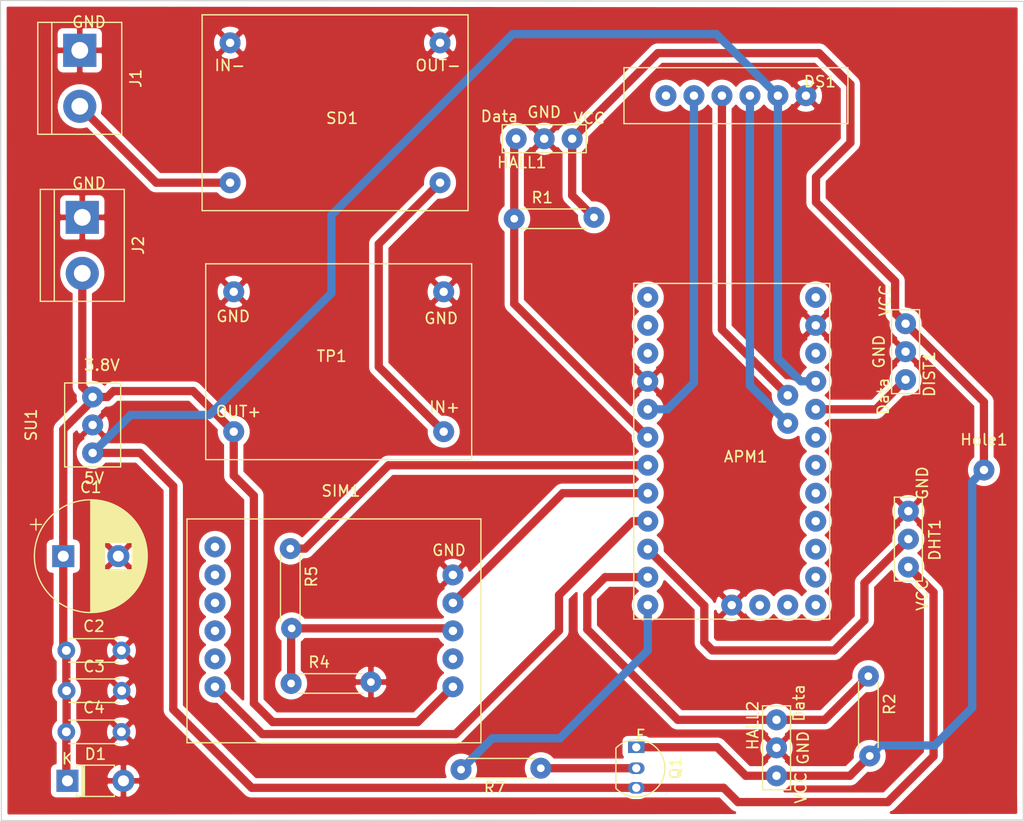
<source format=kicad_pcb>
(kicad_pcb (version 20171130) (host pcbnew "(5.1.4)-1")

  (general
    (thickness 1.6)
    (drawings 22)
    (tracks 128)
    (zones 0)
    (modules 24)
    (nets 20)
  )

  (page A4)
  (layers
    (0 F.Cu signal)
    (31 B.Cu signal)
    (32 B.Adhes user)
    (33 F.Adhes user)
    (34 B.Paste user)
    (35 F.Paste user)
    (36 B.SilkS user)
    (37 F.SilkS user)
    (38 B.Mask user)
    (39 F.Mask user)
    (40 Dwgs.User user)
    (41 Cmts.User user)
    (42 Eco1.User user)
    (43 Eco2.User user)
    (44 Edge.Cuts user)
    (45 Margin user)
    (46 B.CrtYd user)
    (47 F.CrtYd user)
    (48 B.Fab user)
    (49 F.Fab user)
  )

  (setup
    (last_trace_width 0.75)
    (user_trace_width 0.75)
    (trace_clearance 0.2)
    (zone_clearance 0.5)
    (zone_45_only no)
    (trace_min 0.2)
    (via_size 0.8)
    (via_drill 0.4)
    (via_min_size 0.4)
    (via_min_drill 0.3)
    (uvia_size 0.3)
    (uvia_drill 0.1)
    (uvias_allowed no)
    (uvia_min_size 0.2)
    (uvia_min_drill 0.1)
    (edge_width 0.1)
    (segment_width 0.2)
    (pcb_text_width 0.3)
    (pcb_text_size 1.5 1.5)
    (mod_edge_width 0.15)
    (mod_text_size 1 1)
    (mod_text_width 0.15)
    (pad_size 1.9 1.9)
    (pad_drill 0.762)
    (pad_to_mask_clearance 0)
    (aux_axis_origin 0 0)
    (visible_elements 7FFFFFFF)
    (pcbplotparams
      (layerselection 0x010e0_ffffffff)
      (usegerberextensions false)
      (usegerberattributes false)
      (usegerberadvancedattributes false)
      (creategerberjobfile false)
      (excludeedgelayer true)
      (linewidth 0.100000)
      (plotframeref false)
      (viasonmask false)
      (mode 1)
      (useauxorigin false)
      (hpglpennumber 1)
      (hpglpenspeed 20)
      (hpglpendiameter 15.000000)
      (psnegative false)
      (psa4output false)
      (plotreference true)
      (plotvalue true)
      (plotinvisibletext false)
      (padsonsilk false)
      (subtractmaskfromsilk false)
      (outputformat 1)
      (mirror false)
      (drillshape 0)
      (scaleselection 1)
      (outputdirectory "GerberSleep/"))
  )

  (net 0 "")
  (net 1 GND)
  (net 2 "Net-(APM1-Pad29)")
  (net 3 "Net-(APM1-Pad28)")
  (net 4 "Net-(APM1-Pad17)")
  (net 5 +5V)
  (net 6 "Net-(APM1-Pad11)")
  (net 7 "Net-(APM1-Pad10)")
  (net 8 "Net-(APM1-Pad9)")
  (net 9 "Net-(APM1-Pad8)")
  (net 10 "Net-(APM1-Pad7)")
  (net 11 "Net-(APM1-Pad6)")
  (net 12 "Net-(APM1-Pad5)")
  (net 13 "Net-(J1-Pad2)")
  (net 14 +3V8)
  (net 15 "Net-(R4-Pad1)")
  (net 16 "Net-(SD1-Pad4)")
  (net 17 "Net-(APM1-Pad12)")
  (net 18 VCCQ)
  (net 19 "Net-(Q1-Pad2)")

  (net_class Default "Esta es la clase de red por defecto."
    (clearance 0.2)
    (trace_width 0.25)
    (via_dia 0.8)
    (via_drill 0.4)
    (uvia_dia 0.3)
    (uvia_drill 0.1)
    (add_net +3V8)
    (add_net +5V)
    (add_net GND)
    (add_net "Net-(APM1-Pad10)")
    (add_net "Net-(APM1-Pad11)")
    (add_net "Net-(APM1-Pad12)")
    (add_net "Net-(APM1-Pad17)")
    (add_net "Net-(APM1-Pad28)")
    (add_net "Net-(APM1-Pad29)")
    (add_net "Net-(APM1-Pad5)")
    (add_net "Net-(APM1-Pad6)")
    (add_net "Net-(APM1-Pad7)")
    (add_net "Net-(APM1-Pad8)")
    (add_net "Net-(APM1-Pad9)")
    (add_net "Net-(J1-Pad2)")
    (add_net "Net-(Q1-Pad2)")
    (add_net "Net-(R4-Pad1)")
    (add_net "Net-(SD1-Pad4)")
    (add_net VCCQ)
  )

  (module Package_TO_SOT_THT:TO-92_Inline (layer F.Cu) (tedit 5E865824) (tstamp 5E4569FD)
    (at 171.9326 114.173 270)
    (descr "TO-92 leads in-line, narrow, oval pads, drill 0.75mm (see NXP sot054_po.pdf)")
    (tags "to-92 sc-43 sc-43a sot54 PA33 transistor")
    (path /5E45FA0F)
    (fp_text reference Q1 (at 1.27 -3.56 270) (layer F.SilkS)
      (effects (font (size 1 1) (thickness 0.15)))
    )
    (fp_text value 2N3904 (at 1.27 2.79 270) (layer F.Fab)
      (effects (font (size 1 1) (thickness 0.15)))
    )
    (fp_text user %R (at 1.27 -3.56 270) (layer F.Fab)
      (effects (font (size 1 1) (thickness 0.15)))
    )
    (fp_line (start -0.53 1.85) (end 3.07 1.85) (layer F.SilkS) (width 0.12))
    (fp_line (start -0.5 1.75) (end 3 1.75) (layer F.Fab) (width 0.1))
    (fp_line (start -1.46 -2.73) (end 4 -2.73) (layer F.CrtYd) (width 0.05))
    (fp_line (start -1.46 -2.73) (end -1.46 2.01) (layer F.CrtYd) (width 0.05))
    (fp_line (start 4 2.01) (end 4 -2.73) (layer F.CrtYd) (width 0.05))
    (fp_line (start 4 2.01) (end -1.46 2.01) (layer F.CrtYd) (width 0.05))
    (fp_arc (start 1.27 0) (end 1.27 -2.48) (angle 135) (layer F.Fab) (width 0.1))
    (fp_arc (start 1.27 0) (end 1.27 -2.6) (angle -135) (layer F.SilkS) (width 0.12))
    (fp_arc (start 1.27 0) (end 1.27 -2.48) (angle -135) (layer F.Fab) (width 0.1))
    (fp_arc (start 1.27 0) (end 1.27 -2.6) (angle 135) (layer F.SilkS) (width 0.12))
    (pad 2 thru_hole oval (at 1.27 0 270) (size 1.05 1.5) (drill 0.75) (layers *.Cu *.Mask)
      (net 19 "Net-(Q1-Pad2)"))
    (pad 3 thru_hole oval (at 3.048 0 270) (size 1.05 1.5) (drill 0.75) (layers *.Cu *.Mask)
      (net 5 +5V))
    (pad 1 thru_hole rect (at -0.635 0 270) (size 1.05 1.5) (drill 0.75) (layers *.Cu *.Mask)
      (net 18 VCCQ))
    (model ${KISYS3DMOD}/Package_TO_SOT_THT.3dshapes/TO-92_Inline.wrl
      (at (xyz 0 0 0))
      (scale (xyz 1 1 1))
      (rotate (xyz 0 0 0))
    )
  )

  (module pcb_ss:ResistorPCB (layer F.Cu) (tedit 5E4564D3) (tstamp 5E3C02D0)
    (at 160.8582 65.5574)
    (descr "Resistor, Axial_DIN0204 series, Axial, Horizontal, pin pitch=5.08mm, 0.167W, length*diameter=3.6*1.6mm^2, http://cdn-reichelt.de/documents/datenblatt/B400/1_4W%23YAG.pdf")
    (tags "Resistor Axial_DIN0204 series Axial Horizontal pin pitch 5.08mm 0.167W length 3.6mm diameter 1.6mm")
    (path /5E340E99)
    (fp_text reference R1 (at 2.54 -1.92) (layer F.SilkS)
      (effects (font (size 1 1) (thickness 0.15)))
    )
    (fp_text value R (at 2.54 1.92) (layer F.Fab)
      (effects (font (size 1 1) (thickness 0.15)))
    )
    (fp_line (start 8.255 1.016) (end 8.255 -1.016) (layer F.CrtYd) (width 0.05))
    (fp_line (start -0.95 1.05) (end 8.255 1.016) (layer F.CrtYd) (width 0.05))
    (fp_line (start -0.95 -1.05) (end 8.255 -1.016) (layer F.CrtYd) (width 0.05))
    (fp_line (start 6.604 0) (end 7.239 0) (layer F.Fab) (width 0.12))
    (fp_line (start 6.604 -0.762) (end 0.74 -0.8) (layer F.Fab) (width 0.12))
    (fp_line (start 6.604 0.762) (end 6.604 -0.762) (layer F.Fab) (width 0.12))
    (fp_line (start 0.74 0.8) (end 6.604 0.762) (layer F.Fab) (width 0.12))
    (fp_line (start 0.508 0.889) (end 6.604 0.889) (layer F.SilkS) (width 0.12))
    (fp_line (start 0.508 -0.889) (end 6.477 -0.889) (layer F.SilkS) (width 0.12))
    (fp_text user %R (at 2.54 0) (layer F.Fab)
      (effects (font (size 0.72 0.72) (thickness 0.108)))
    )
    (fp_line (start -0.95 -1.05) (end -0.95 1.05) (layer F.CrtYd) (width 0.05))
    (fp_line (start 0 0) (end 0.74 0) (layer F.Fab) (width 0.1))
    (fp_line (start 0.74 -0.8) (end 0.74 0.8) (layer F.Fab) (width 0.12))
    (pad 2 thru_hole oval (at 7.239 -0.127) (size 1.9 1.9) (drill 0.7) (layers *.Cu *.Mask)
      (net 18 VCCQ))
    (pad 1 thru_hole circle (at 0 0) (size 1.9 1.9) (drill 0.7) (layers *.Cu *.Mask)
      (net 11 "Net-(APM1-Pad6)"))
    (model ${KISYS3DMOD}/Resistor_THT.3dshapes/R_Axial_DIN0204_L3.6mm_D1.6mm_P5.08mm_Horizontal.wrl
      (at (xyz 0 0 0))
      (scale (xyz 1 1 1))
      (rotate (xyz 0 0 0))
    )
  )

  (module pcb_ss:ResistorPCB (layer F.Cu) (tedit 5E4564D3) (tstamp 5E3C031C)
    (at 140.5382 95.504 270)
    (descr "Resistor, Axial_DIN0204 series, Axial, Horizontal, pin pitch=5.08mm, 0.167W, length*diameter=3.6*1.6mm^2, http://cdn-reichelt.de/documents/datenblatt/B400/1_4W%23YAG.pdf")
    (tags "Resistor Axial_DIN0204 series Axial Horizontal pin pitch 5.08mm 0.167W length 3.6mm diameter 1.6mm")
    (path /5E3CFD34)
    (fp_text reference R5 (at 2.54 -1.92 90) (layer F.SilkS)
      (effects (font (size 1 1) (thickness 0.15)))
    )
    (fp_text value R (at 2.54 1.92 90) (layer F.Fab)
      (effects (font (size 1 1) (thickness 0.15)))
    )
    (fp_line (start 8.255 1.016) (end 8.255 -1.016) (layer F.CrtYd) (width 0.05))
    (fp_line (start -0.95 1.05) (end 8.255 1.016) (layer F.CrtYd) (width 0.05))
    (fp_line (start -0.95 -1.05) (end 8.255 -1.016) (layer F.CrtYd) (width 0.05))
    (fp_line (start 6.604 0) (end 7.239 0) (layer F.Fab) (width 0.12))
    (fp_line (start 6.604 -0.762) (end 0.74 -0.8) (layer F.Fab) (width 0.12))
    (fp_line (start 6.604 0.762) (end 6.604 -0.762) (layer F.Fab) (width 0.12))
    (fp_line (start 0.74 0.8) (end 6.604 0.762) (layer F.Fab) (width 0.12))
    (fp_line (start 0.508 0.889) (end 6.604 0.889) (layer F.SilkS) (width 0.12))
    (fp_line (start 0.508 -0.889) (end 6.477 -0.889) (layer F.SilkS) (width 0.12))
    (fp_text user %R (at 2.54 0 90) (layer F.Fab)
      (effects (font (size 0.72 0.72) (thickness 0.108)))
    )
    (fp_line (start -0.95 -1.05) (end -0.95 1.05) (layer F.CrtYd) (width 0.05))
    (fp_line (start 0 0) (end 0.74 0) (layer F.Fab) (width 0.1))
    (fp_line (start 0.74 -0.8) (end 0.74 0.8) (layer F.Fab) (width 0.12))
    (pad 2 thru_hole oval (at 7.239 -0.127 270) (size 1.9 1.9) (drill 0.7) (layers *.Cu *.Mask)
      (net 15 "Net-(R4-Pad1)"))
    (pad 1 thru_hole circle (at 0 0 270) (size 1.9 1.9) (drill 0.7) (layers *.Cu *.Mask)
      (net 10 "Net-(APM1-Pad7)"))
    (model ${KISYS3DMOD}/Resistor_THT.3dshapes/R_Axial_DIN0204_L3.6mm_D1.6mm_P5.08mm_Horizontal.wrl
      (at (xyz 0 0 0))
      (scale (xyz 1 1 1))
      (rotate (xyz 0 0 0))
    )
  )

  (module pcb_ss:ResistorPCB (layer F.Cu) (tedit 5E4564D3) (tstamp 5E3C0309)
    (at 140.6144 107.7468)
    (descr "Resistor, Axial_DIN0204 series, Axial, Horizontal, pin pitch=5.08mm, 0.167W, length*diameter=3.6*1.6mm^2, http://cdn-reichelt.de/documents/datenblatt/B400/1_4W%23YAG.pdf")
    (tags "Resistor Axial_DIN0204 series Axial Horizontal pin pitch 5.08mm 0.167W length 3.6mm diameter 1.6mm")
    (path /5E3D0544)
    (fp_text reference R4 (at 2.54 -1.92) (layer F.SilkS)
      (effects (font (size 1 1) (thickness 0.15)))
    )
    (fp_text value R (at 2.54 1.92) (layer F.Fab)
      (effects (font (size 1 1) (thickness 0.15)))
    )
    (fp_line (start 8.255 1.016) (end 8.255 -1.016) (layer F.CrtYd) (width 0.05))
    (fp_line (start -0.95 1.05) (end 8.255 1.016) (layer F.CrtYd) (width 0.05))
    (fp_line (start -0.95 -1.05) (end 8.255 -1.016) (layer F.CrtYd) (width 0.05))
    (fp_line (start 6.604 0) (end 7.239 0) (layer F.Fab) (width 0.12))
    (fp_line (start 6.604 -0.762) (end 0.74 -0.8) (layer F.Fab) (width 0.12))
    (fp_line (start 6.604 0.762) (end 6.604 -0.762) (layer F.Fab) (width 0.12))
    (fp_line (start 0.74 0.8) (end 6.604 0.762) (layer F.Fab) (width 0.12))
    (fp_line (start 0.508 0.889) (end 6.604 0.889) (layer F.SilkS) (width 0.12))
    (fp_line (start 0.508 -0.889) (end 6.477 -0.889) (layer F.SilkS) (width 0.12))
    (fp_text user %R (at 2.54 0) (layer F.Fab)
      (effects (font (size 0.72 0.72) (thickness 0.108)))
    )
    (fp_line (start -0.95 -1.05) (end -0.95 1.05) (layer F.CrtYd) (width 0.05))
    (fp_line (start 0 0) (end 0.74 0) (layer F.Fab) (width 0.1))
    (fp_line (start 0.74 -0.8) (end 0.74 0.8) (layer F.Fab) (width 0.12))
    (pad 2 thru_hole oval (at 7.239 -0.127) (size 1.9 1.9) (drill 0.7) (layers *.Cu *.Mask)
      (net 1 GND))
    (pad 1 thru_hole circle (at 0 0) (size 1.9 1.9) (drill 0.7) (layers *.Cu *.Mask)
      (net 15 "Net-(R4-Pad1)"))
    (model ${KISYS3DMOD}/Resistor_THT.3dshapes/R_Axial_DIN0204_L3.6mm_D1.6mm_P5.08mm_Horizontal.wrl
      (at (xyz 0 0 0))
      (scale (xyz 1 1 1))
      (rotate (xyz 0 0 0))
    )
  )

  (module pcb_ss:ResistorPCB (layer F.Cu) (tedit 5E4564D3) (tstamp 5E3C02E3)
    (at 192.9892 107.0864 270)
    (descr "Resistor, Axial_DIN0204 series, Axial, Horizontal, pin pitch=5.08mm, 0.167W, length*diameter=3.6*1.6mm^2, http://cdn-reichelt.de/documents/datenblatt/B400/1_4W%23YAG.pdf")
    (tags "Resistor Axial_DIN0204 series Axial Horizontal pin pitch 5.08mm 0.167W length 3.6mm diameter 1.6mm")
    (path /5E3420BF)
    (fp_text reference R2 (at 2.54 -1.92 90) (layer F.SilkS)
      (effects (font (size 1 1) (thickness 0.15)))
    )
    (fp_text value R (at 2.54 1.92 90) (layer F.Fab)
      (effects (font (size 1 1) (thickness 0.15)))
    )
    (fp_line (start 8.255 1.016) (end 8.255 -1.016) (layer F.CrtYd) (width 0.05))
    (fp_line (start -0.95 1.05) (end 8.255 1.016) (layer F.CrtYd) (width 0.05))
    (fp_line (start -0.95 -1.05) (end 8.255 -1.016) (layer F.CrtYd) (width 0.05))
    (fp_line (start 6.604 0) (end 7.239 0) (layer F.Fab) (width 0.12))
    (fp_line (start 6.604 -0.762) (end 0.74 -0.8) (layer F.Fab) (width 0.12))
    (fp_line (start 6.604 0.762) (end 6.604 -0.762) (layer F.Fab) (width 0.12))
    (fp_line (start 0.74 0.8) (end 6.604 0.762) (layer F.Fab) (width 0.12))
    (fp_line (start 0.508 0.889) (end 6.604 0.889) (layer F.SilkS) (width 0.12))
    (fp_line (start 0.508 -0.889) (end 6.477 -0.889) (layer F.SilkS) (width 0.12))
    (fp_text user %R (at 2.54 0 90) (layer F.Fab)
      (effects (font (size 0.72 0.72) (thickness 0.108)))
    )
    (fp_line (start -0.95 -1.05) (end -0.95 1.05) (layer F.CrtYd) (width 0.05))
    (fp_line (start 0 0) (end 0.74 0) (layer F.Fab) (width 0.1))
    (fp_line (start 0.74 -0.8) (end 0.74 0.8) (layer F.Fab) (width 0.12))
    (pad 2 thru_hole oval (at 7.239 -0.127 270) (size 1.9 1.9) (drill 0.7) (layers *.Cu *.Mask)
      (net 18 VCCQ))
    (pad 1 thru_hole circle (at 0 0 270) (size 1.9 1.9) (drill 0.7) (layers *.Cu *.Mask)
      (net 6 "Net-(APM1-Pad11)"))
    (model ${KISYS3DMOD}/Resistor_THT.3dshapes/R_Axial_DIN0204_L3.6mm_D1.6mm_P5.08mm_Horizontal.wrl
      (at (xyz 0 0 0))
      (scale (xyz 1 1 1))
      (rotate (xyz 0 0 0))
    )
  )

  (module pcb_ss:mini_pro (layer F.Cu) (tedit 5E3BFC23) (tstamp 5E3C0236)
    (at 180.594 86.6648)
    (path /5D9017CE)
    (fp_text reference APM1 (at 1.27 0.5) (layer F.SilkS)
      (effects (font (size 1 1) (thickness 0.15)))
    )
    (fp_text value pro_mini_arduino (at 1.27 -0.5) (layer F.Fab)
      (effects (font (size 1 1) (thickness 0.15)))
    )
    (fp_line (start -8.89 15.24) (end -8.89 -15.24) (layer F.SilkS) (width 0.12))
    (fp_line (start 8.89 15.24) (end -8.89 15.24) (layer F.SilkS) (width 0.12))
    (fp_line (start 8.89 -15.24) (end 8.89 15.24) (layer F.SilkS) (width 0.12))
    (fp_line (start -8.89 -15.24) (end 8.89 -15.24) (layer F.SilkS) (width 0.12))
    (pad 27 thru_hole circle (at 0 13.97) (size 1.9 1.9) (drill 0.762) (layers *.Cu *.Mask)
      (net 1 GND))
    (pad 26 thru_hole circle (at 2.54 13.97) (size 1.9 1.9) (drill 0.762) (layers *.Cu *.Mask))
    (pad 25 thru_hole circle (at 5.08 13.97) (size 1.9 1.9) (drill 0.762) (layers *.Cu *.Mask))
    (pad 29 thru_hole circle (at 5.08 -2.54) (size 1.9 1.9) (drill 0.762) (layers *.Cu *.Mask)
      (net 2 "Net-(APM1-Pad29)"))
    (pad 28 thru_hole circle (at 5.08 -5.08) (size 1.9 1.9) (drill 0.762) (layers *.Cu *.Mask)
      (net 3 "Net-(APM1-Pad28)"))
    (pad 24 thru_hole circle (at 7.62 13.97) (size 1.9 1.9) (drill 0.762) (layers *.Cu *.Mask))
    (pad 23 thru_hole circle (at 7.62 11.43) (size 1.9 1.9) (drill 0.762) (layers *.Cu *.Mask))
    (pad 22 thru_hole circle (at 7.62 8.89) (size 1.9 1.9) (drill 0.762) (layers *.Cu *.Mask))
    (pad 21 thru_hole circle (at 7.62 6.35) (size 1.9 1.9) (drill 0.762) (layers *.Cu *.Mask))
    (pad 20 thru_hole circle (at 7.62 3.81) (size 1.9 1.9) (drill 0.762) (layers *.Cu *.Mask))
    (pad 19 thru_hole circle (at 7.62 1.27) (size 1.9 1.9) (drill 0.762) (layers *.Cu *.Mask))
    (pad 18 thru_hole circle (at 7.62 -1.27) (size 1.9 1.9) (drill 0.762) (layers *.Cu *.Mask))
    (pad 17 thru_hole circle (at 7.62 -3.81) (size 1.9 1.9) (drill 0.762) (layers *.Cu *.Mask)
      (net 4 "Net-(APM1-Pad17)"))
    (pad 16 thru_hole circle (at 7.62 -6.35) (size 1.9 1.9) (drill 0.762) (layers *.Cu *.Mask)
      (net 5 +5V))
    (pad 15 thru_hole circle (at 7.62 -8.89) (size 1.9 1.9) (drill 0.762) (layers *.Cu *.Mask))
    (pad 14 thru_hole circle (at 7.62 -11.43) (size 1.9 1.9) (drill 0.762) (layers *.Cu *.Mask)
      (net 1 GND))
    (pad 13 thru_hole circle (at 7.62 -13.97) (size 1.9 1.9) (drill 0.762) (layers *.Cu *.Mask))
    (pad 12 thru_hole circle (at -7.62 13.97) (size 1.9 1.9) (drill 0.762) (layers *.Cu *.Mask)
      (net 17 "Net-(APM1-Pad12)"))
    (pad 11 thru_hole circle (at -7.62 11.43) (size 1.9 1.9) (drill 0.762) (layers *.Cu *.Mask)
      (net 6 "Net-(APM1-Pad11)"))
    (pad 10 thru_hole circle (at -7.62 8.89) (size 1.9 1.9) (drill 0.762) (layers *.Cu *.Mask)
      (net 7 "Net-(APM1-Pad10)"))
    (pad 9 thru_hole circle (at -7.62 6.35) (size 1.9 1.9) (drill 0.762) (layers *.Cu *.Mask)
      (net 8 "Net-(APM1-Pad9)"))
    (pad 8 thru_hole circle (at -7.62 3.81) (size 1.9 1.9) (drill 0.762) (layers *.Cu *.Mask)
      (net 9 "Net-(APM1-Pad8)"))
    (pad 7 thru_hole circle (at -7.62 1.27) (size 1.9 1.9) (drill 0.762) (layers *.Cu *.Mask)
      (net 10 "Net-(APM1-Pad7)"))
    (pad 6 thru_hole circle (at -7.62 -1.27) (size 1.9 1.9) (drill 0.762) (layers *.Cu *.Mask)
      (net 11 "Net-(APM1-Pad6)"))
    (pad 5 thru_hole circle (at -7.62 -3.81) (size 1.9 1.9) (drill 0.762) (layers *.Cu *.Mask)
      (net 12 "Net-(APM1-Pad5)"))
    (pad 4 thru_hole circle (at -7.62 -6.35) (size 1.9 1.9) (drill 0.762) (layers *.Cu *.Mask)
      (net 1 GND))
    (pad 3 thru_hole circle (at -7.62 -8.89) (size 1.9 1.9) (drill 0.762) (layers *.Cu *.Mask))
    (pad 2 thru_hole circle (at -7.62 -11.43) (size 1.9 1.9) (drill 0.762) (layers *.Cu *.Mask))
    (pad 1 thru_hole circle (at -7.62 -13.97) (size 1.9 1.9) (drill 0.762) (layers *.Cu *.Mask))
  )

  (module pcb_ss:DHT22 (layer F.Cu) (tedit 5E3BF9FE) (tstamp 5E3C0243)
    (at 196.6214 94.6404 90)
    (path /5D9043F7)
    (fp_text reference DHT1 (at -0.078401 2.398999 90) (layer F.SilkS)
      (effects (font (size 1 1) (thickness 0.15)))
    )
    (fp_text value DHT22 (at -0.078401 3.999199 90) (layer F.Fab)
      (effects (font (size 1 1) (thickness 0.15)))
    )
    (fp_line (start -3.81 1.27) (end -3.81 -1.27) (layer F.SilkS) (width 0.12))
    (fp_line (start 3.81 1.27) (end -3.81 1.27) (layer F.SilkS) (width 0.12))
    (fp_line (start 3.81 -1.27) (end 3.81 1.27) (layer F.SilkS) (width 0.12))
    (fp_line (start -3.81 -1.27) (end 3.81 -1.27) (layer F.SilkS) (width 0.12))
    (fp_text user VCC (at -5.08 1.27 90) (layer F.SilkS)
      (effects (font (size 1 1) (thickness 0.15)))
    )
    (fp_text user GND (at 5.08 1.27 90) (layer F.SilkS)
      (effects (font (size 1 1) (thickness 0.15)))
    )
    (pad 3 thru_hole circle (at 2.54 0 90) (size 1.9 1.9) (drill 0.762) (layers *.Cu *.Mask)
      (net 1 GND))
    (pad 2 thru_hole circle (at 0 0 90) (size 1.9 1.9) (drill 0.762) (layers *.Cu *.Mask)
      (net 7 "Net-(APM1-Pad10)"))
    (pad 1 thru_hole circle (at -2.54 0 90) (size 1.9 1.9) (drill 0.762) (layers *.Cu *.Mask)
      (net 5 +5V))
  )

  (module pcb_ss:Hall (layer F.Cu) (tedit 5E3BFA51) (tstamp 5E3C0250)
    (at 196.3674 77.6224 270)
    (path /5E35833D)
    (fp_text reference DIST1 (at 2.032 -2.159 90) (layer F.SilkS)
      (effects (font (size 1 1) (thickness 0.15)))
    )
    (fp_text value SHARP (at -2.159 -2.159 90) (layer F.Fab)
      (effects (font (size 1 1) (thickness 0.15)))
    )
    (fp_text user Data (at 4.064 2.032 90) (layer F.SilkS)
      (effects (font (size 1 1) (thickness 0.15)))
    )
    (fp_text user GND (at 0 2.413 90) (layer F.SilkS)
      (effects (font (size 1 1) (thickness 0.15)))
    )
    (fp_line (start -3.81 -1.27) (end 3.81 -1.27) (layer F.SilkS) (width 0.12))
    (fp_line (start 3.81 1.27) (end -3.81 1.27) (layer F.SilkS) (width 0.12))
    (fp_line (start 3.81 -1.27) (end 3.81 1.27) (layer F.SilkS) (width 0.12))
    (fp_line (start -3.81 1.27) (end -3.81 -1.27) (layer F.SilkS) (width 0.12))
    (pad 2 thru_hole circle (at 2.54 0 270) (size 1.9 1.9) (drill 0.762) (layers *.Cu *.Mask)
      (net 4 "Net-(APM1-Pad17)"))
    (pad 1 thru_hole circle (at -2.54 0 270) (size 1.9 1.9) (drill 0.762) (layers *.Cu *.Mask)
      (net 18 VCCQ))
    (pad 3 thru_hole circle (at 0 0 270) (size 1.9 1.9) (drill 0.762) (layers *.Cu *.Mask)
      (net 1 GND))
  )

  (module pcb_ss:DS3231 (layer F.Cu) (tedit 5E3BFA21) (tstamp 5E3C025E)
    (at 180.975 54.3814)
    (path /5D929EB6)
    (fp_text reference DS1 (at 7.62 -1.27) (layer F.SilkS)
      (effects (font (size 1 1) (thickness 0.15)))
    )
    (fp_text value DS3231 (at 0 -1.27) (layer F.Fab)
      (effects (font (size 1 1) (thickness 0.15)))
    )
    (fp_line (start -10.16 2.54) (end -10.16 -2.54) (layer F.SilkS) (width 0.12))
    (fp_line (start 10.16 2.54) (end -10.16 2.54) (layer F.SilkS) (width 0.12))
    (fp_line (start 10.16 -2.54) (end 10.16 2.54) (layer F.SilkS) (width 0.12))
    (fp_line (start -10.16 -2.54) (end 10.16 -2.54) (layer F.SilkS) (width 0.12))
    (pad 6 thru_hole circle (at 6.35 0) (size 1.9 1.9) (drill 0.762) (layers *.Cu *.Mask)
      (net 1 GND))
    (pad 5 thru_hole circle (at 3.81 0) (size 1.9 1.9) (drill 0.762) (layers *.Cu *.Mask)
      (net 5 +5V))
    (pad 4 thru_hole circle (at 1.27 0) (size 1.9 1.9) (drill 0.762) (layers *.Cu *.Mask)
      (net 2 "Net-(APM1-Pad29)"))
    (pad 3 thru_hole circle (at -1.27 0) (size 1.9 1.9) (drill 0.762) (layers *.Cu *.Mask)
      (net 3 "Net-(APM1-Pad28)"))
    (pad 2 thru_hole circle (at -3.81 0) (size 1.9 1.9) (drill 0.762) (layers *.Cu *.Mask)
      (net 12 "Net-(APM1-Pad5)"))
    (pad 1 thru_hole circle (at -6.35 0) (size 1.9 1.9) (drill 0.762) (layers *.Cu *.Mask))
  )

  (module pcb_ss:Hall (layer F.Cu) (tedit 5E3BFA51) (tstamp 5E3C026B)
    (at 163.576 58.293 180)
    (path /5E19A0AB)
    (fp_text reference HALL1 (at 2.032 -2.159) (layer F.SilkS)
      (effects (font (size 1 1) (thickness 0.15)))
    )
    (fp_text value A3144 (at -2.159 -2.159) (layer F.Fab)
      (effects (font (size 1 1) (thickness 0.15)))
    )
    (fp_line (start -3.81 1.27) (end -3.81 -1.27) (layer F.SilkS) (width 0.12))
    (fp_line (start 3.81 -1.27) (end 3.81 1.27) (layer F.SilkS) (width 0.12))
    (fp_line (start 3.81 1.27) (end -3.81 1.27) (layer F.SilkS) (width 0.12))
    (fp_line (start -3.81 -1.27) (end 3.81 -1.27) (layer F.SilkS) (width 0.12))
    (fp_text user GND (at 0 2.413) (layer F.SilkS)
      (effects (font (size 1 1) (thickness 0.15)))
    )
    (fp_text user Data (at 4.064 2.032) (layer F.SilkS)
      (effects (font (size 1 1) (thickness 0.15)))
    )
    (pad 3 thru_hole circle (at 0 0 180) (size 1.9 1.9) (drill 0.762) (layers *.Cu *.Mask)
      (net 1 GND))
    (pad 1 thru_hole circle (at -2.54 0 180) (size 1.9 1.9) (drill 0.762) (layers *.Cu *.Mask)
      (net 18 VCCQ))
    (pad 2 thru_hole circle (at 2.54 0 180) (size 1.9 1.9) (drill 0.762) (layers *.Cu *.Mask)
      (net 11 "Net-(APM1-Pad6)"))
  )

  (module pcb_ss:Hall (layer F.Cu) (tedit 5E3BFA51) (tstamp 5E3C0278)
    (at 184.658 113.5888 90)
    (path /5E19B62B)
    (fp_text reference HALL2 (at 2.032 -2.159 90) (layer F.SilkS)
      (effects (font (size 1 1) (thickness 0.15)))
    )
    (fp_text value A3144 (at -2.159 -2.159 90) (layer F.Fab)
      (effects (font (size 1 1) (thickness 0.15)))
    )
    (fp_text user Data (at 4.064 2.032 90) (layer F.SilkS)
      (effects (font (size 1 1) (thickness 0.15)))
    )
    (fp_text user GND (at 0 2.413 90) (layer F.SilkS)
      (effects (font (size 1 1) (thickness 0.15)))
    )
    (fp_line (start -3.81 -1.27) (end 3.81 -1.27) (layer F.SilkS) (width 0.12))
    (fp_line (start 3.81 1.27) (end -3.81 1.27) (layer F.SilkS) (width 0.12))
    (fp_line (start 3.81 -1.27) (end 3.81 1.27) (layer F.SilkS) (width 0.12))
    (fp_line (start -3.81 1.27) (end -3.81 -1.27) (layer F.SilkS) (width 0.12))
    (pad 2 thru_hole circle (at 2.54 0 90) (size 1.9 1.9) (drill 0.762) (layers *.Cu *.Mask)
      (net 6 "Net-(APM1-Pad11)"))
    (pad 1 thru_hole circle (at -2.54 0 90) (size 1.9 1.9) (drill 0.762) (layers *.Cu *.Mask)
      (net 18 VCCQ))
    (pad 3 thru_hole circle (at 0 0 90) (size 1.9 1.9) (drill 0.762) (layers *.Cu *.Mask)
      (net 1 GND))
  )

  (module TerminalBlock:TerminalBlock_bornier-2_P5.08mm (layer F.Cu) (tedit 59FF03AB) (tstamp 5E3C029A)
    (at 121.4374 50.2666 270)
    (descr "simple 2-pin terminal block, pitch 5.08mm, revamped version of bornier2")
    (tags "terminal block bornier2")
    (path /5D90D3FA)
    (fp_text reference J1 (at 2.54 -5.08 90) (layer F.SilkS)
      (effects (font (size 1 1) (thickness 0.15)))
    )
    (fp_text value PanelSolar (at 2.54 5.08 90) (layer F.Fab)
      (effects (font (size 1 1) (thickness 0.15)))
    )
    (fp_text user %R (at 2.54 0 90) (layer F.Fab)
      (effects (font (size 1 1) (thickness 0.15)))
    )
    (fp_line (start -2.41 2.55) (end 7.49 2.55) (layer F.Fab) (width 0.1))
    (fp_line (start -2.46 -3.75) (end -2.46 3.75) (layer F.Fab) (width 0.1))
    (fp_line (start -2.46 3.75) (end 7.54 3.75) (layer F.Fab) (width 0.1))
    (fp_line (start 7.54 3.75) (end 7.54 -3.75) (layer F.Fab) (width 0.1))
    (fp_line (start 7.54 -3.75) (end -2.46 -3.75) (layer F.Fab) (width 0.1))
    (fp_line (start 7.62 2.54) (end -2.54 2.54) (layer F.SilkS) (width 0.12))
    (fp_line (start 7.62 3.81) (end 7.62 -3.81) (layer F.SilkS) (width 0.12))
    (fp_line (start 7.62 -3.81) (end -2.54 -3.81) (layer F.SilkS) (width 0.12))
    (fp_line (start -2.54 -3.81) (end -2.54 3.81) (layer F.SilkS) (width 0.12))
    (fp_line (start -2.54 3.81) (end 7.62 3.81) (layer F.SilkS) (width 0.12))
    (fp_line (start -2.71 -4) (end 7.79 -4) (layer F.CrtYd) (width 0.05))
    (fp_line (start -2.71 -4) (end -2.71 4) (layer F.CrtYd) (width 0.05))
    (fp_line (start 7.79 4) (end 7.79 -4) (layer F.CrtYd) (width 0.05))
    (fp_line (start 7.79 4) (end -2.71 4) (layer F.CrtYd) (width 0.05))
    (pad 1 thru_hole rect (at 0 0 270) (size 3 3) (drill 1.52) (layers *.Cu *.Mask)
      (net 1 GND))
    (pad 2 thru_hole circle (at 5.08 0 270) (size 3 3) (drill 1.52) (layers *.Cu *.Mask)
      (net 13 "Net-(J1-Pad2)"))
    (model ${KISYS3DMOD}/TerminalBlock.3dshapes/TerminalBlock_bornier-2_P5.08mm.wrl
      (offset (xyz 2.539999961853027 0 0))
      (scale (xyz 1 1 1))
      (rotate (xyz 0 0 0))
    )
  )

  (module TerminalBlock:TerminalBlock_bornier-2_P5.08mm (layer F.Cu) (tedit 59FF03AB) (tstamp 5E3C02AF)
    (at 121.666 65.4304 270)
    (descr "simple 2-pin terminal block, pitch 5.08mm, revamped version of bornier2")
    (tags "terminal block bornier2")
    (path /5D90B39A)
    (fp_text reference J2 (at 2.54 -5.08 90) (layer F.SilkS)
      (effects (font (size 1 1) (thickness 0.15)))
    )
    (fp_text value "Bateria 3.7v" (at 2.54 5.08 90) (layer F.Fab)
      (effects (font (size 1 1) (thickness 0.15)))
    )
    (fp_line (start 7.79 4) (end -2.71 4) (layer F.CrtYd) (width 0.05))
    (fp_line (start 7.79 4) (end 7.79 -4) (layer F.CrtYd) (width 0.05))
    (fp_line (start -2.71 -4) (end -2.71 4) (layer F.CrtYd) (width 0.05))
    (fp_line (start -2.71 -4) (end 7.79 -4) (layer F.CrtYd) (width 0.05))
    (fp_line (start -2.54 3.81) (end 7.62 3.81) (layer F.SilkS) (width 0.12))
    (fp_line (start -2.54 -3.81) (end -2.54 3.81) (layer F.SilkS) (width 0.12))
    (fp_line (start 7.62 -3.81) (end -2.54 -3.81) (layer F.SilkS) (width 0.12))
    (fp_line (start 7.62 3.81) (end 7.62 -3.81) (layer F.SilkS) (width 0.12))
    (fp_line (start 7.62 2.54) (end -2.54 2.54) (layer F.SilkS) (width 0.12))
    (fp_line (start 7.54 -3.75) (end -2.46 -3.75) (layer F.Fab) (width 0.1))
    (fp_line (start 7.54 3.75) (end 7.54 -3.75) (layer F.Fab) (width 0.1))
    (fp_line (start -2.46 3.75) (end 7.54 3.75) (layer F.Fab) (width 0.1))
    (fp_line (start -2.46 -3.75) (end -2.46 3.75) (layer F.Fab) (width 0.1))
    (fp_line (start -2.41 2.55) (end 7.49 2.55) (layer F.Fab) (width 0.1))
    (fp_text user %R (at 2.54 0 90) (layer F.Fab)
      (effects (font (size 1 1) (thickness 0.15)))
    )
    (pad 2 thru_hole circle (at 5.08 0 270) (size 3 3) (drill 1.52) (layers *.Cu *.Mask)
      (net 14 +3V8))
    (pad 1 thru_hole rect (at 0 0 270) (size 3 3) (drill 1.52) (layers *.Cu *.Mask)
      (net 1 GND))
    (model ${KISYS3DMOD}/TerminalBlock.3dshapes/TerminalBlock_bornier-2_P5.08mm.wrl
      (offset (xyz 2.539999961853027 0 0))
      (scale (xyz 1 1 1))
      (rotate (xyz 0 0 0))
    )
  )

  (module pcb_ss:MP1584 (layer F.Cu) (tedit 5E3BFA80) (tstamp 5E3C0328)
    (at 145.2372 55.9308)
    (path /5D90690C)
    (fp_text reference SD1 (at 0 0.5) (layer F.SilkS)
      (effects (font (size 1 1) (thickness 0.15)))
    )
    (fp_text value StepDown (at 0 -0.5) (layer F.Fab)
      (effects (font (size 1 1) (thickness 0.15)))
    )
    (fp_line (start -12.7 -8.89) (end 11.43 -8.89) (layer F.SilkS) (width 0.12))
    (fp_line (start 11.43 -8.89) (end 11.43 8.89) (layer F.SilkS) (width 0.12))
    (fp_line (start 11.43 8.89) (end -12.7 8.89) (layer F.SilkS) (width 0.12))
    (fp_line (start -12.7 8.89) (end -12.7 -8.89) (layer F.SilkS) (width 0.12))
    (pad 1 thru_hole circle (at -10.16 -6.35) (size 1.9 1.9) (drill 0.762) (layers *.Cu *.Mask)
      (net 1 GND))
    (pad 2 thru_hole circle (at -10.16 6.35) (size 1.9 1.9) (drill 0.762) (layers *.Cu *.Mask)
      (net 13 "Net-(J1-Pad2)"))
    (pad 3 thru_hole circle (at 8.89 -6.35) (size 1.9 1.9) (drill 0.762) (layers *.Cu *.Mask)
      (net 1 GND))
    (pad 4 thru_hole circle (at 8.89 6.35) (size 1.9 1.9) (drill 0.762) (layers *.Cu *.Mask)
      (net 16 "Net-(SD1-Pad4)"))
  )

  (module pcb_ss:SIM800L (layer F.Cu) (tedit 5E3BFAFE) (tstamp 5E3C033B)
    (at 145.1356 101.7016 180)
    (path /5E3CF6C5)
    (fp_text reference SIM1 (at 0 11.43) (layer F.SilkS)
      (effects (font (size 1 1) (thickness 0.15)))
    )
    (fp_text value SIM800L-library (at 0 10.16) (layer F.Fab)
      (effects (font (size 1 1) (thickness 0.15)))
    )
    (fp_line (start -12.7 8.89) (end -12.7 -11.43) (layer F.SilkS) (width 0.12))
    (fp_line (start 13.97 8.89) (end -12.7 8.89) (layer F.SilkS) (width 0.12))
    (fp_line (start 13.97 -11.43) (end 13.97 8.89) (layer F.SilkS) (width 0.12))
    (fp_line (start -12.7 -11.43) (end 13.97 -11.43) (layer F.SilkS) (width 0.12))
    (pad 11 thru_hole circle (at 11.43 6.35 180) (size 1.9 1.9) (drill 0.762) (layers *.Cu *.Mask))
    (pad 10 thru_hole circle (at 11.43 3.81 180) (size 1.9 1.9) (drill 0.762) (layers *.Cu *.Mask))
    (pad 9 thru_hole circle (at 11.43 1.27 180) (size 1.9 1.9) (drill 0.762) (layers *.Cu *.Mask))
    (pad 8 thru_hole circle (at 11.43 -1.27 180) (size 1.9 1.9) (drill 0.762) (layers *.Cu *.Mask))
    (pad 7 thru_hole circle (at 11.43 -3.81 180) (size 1.9 1.9) (drill 0.762) (layers *.Cu *.Mask))
    (pad 6 thru_hole circle (at 11.43 -6.35 180) (size 1.9 1.9) (drill 0.762) (layers *.Cu *.Mask)
      (net 8 "Net-(APM1-Pad9)"))
    (pad 5 thru_hole circle (at -10.16 3.81 180) (size 1.9 1.9) (drill 0.762) (layers *.Cu *.Mask)
      (net 1 GND))
    (pad 4 thru_hole circle (at -10.16 1.27 180) (size 1.9 1.9) (drill 0.762) (layers *.Cu *.Mask)
      (net 9 "Net-(APM1-Pad8)"))
    (pad 3 thru_hole circle (at -10.16 -1.27 180) (size 1.9 1.9) (drill 0.762) (layers *.Cu *.Mask)
      (net 15 "Net-(R4-Pad1)"))
    (pad 2 thru_hole circle (at -10.16 -3.81 180) (size 1.9 1.9) (drill 0.762) (layers *.Cu *.Mask))
    (pad 1 thru_hole circle (at -10.16 -6.35 180) (size 1.9 1.9) (drill 0.762) (layers *.Cu *.Mask)
      (net 14 +3V8))
  )

  (module pcb_ss:SU_U3V (layer F.Cu) (tedit 5E3BFB14) (tstamp 5E3C0346)
    (at 122.6058 84.2772 270)
    (path /5D924232)
    (fp_text reference SU1 (at 0 5.58 90) (layer F.SilkS)
      (effects (font (size 1 1) (thickness 0.15)))
    )
    (fp_text value StepUpUV3 (at 0 4.58 90) (layer F.Fab)
      (effects (font (size 1 1) (thickness 0.15)))
    )
    (fp_line (start -3.81 2.54) (end -3.81 -2.54) (layer F.SilkS) (width 0.12))
    (fp_line (start 3.81 2.54) (end -3.81 2.54) (layer F.SilkS) (width 0.12))
    (fp_line (start 3.81 -2.54) (end 3.81 2.54) (layer F.SilkS) (width 0.12))
    (fp_line (start -3.81 -2.54) (end 3.81 -2.54) (layer F.SilkS) (width 0.12))
    (pad 3 thru_hole circle (at 2.54 0 270) (size 1.9 1.9) (drill 0.762) (layers *.Cu *.Mask)
      (net 5 +5V))
    (pad 2 thru_hole circle (at 0 0 270) (size 1.9 1.9) (drill 0.762) (layers *.Cu *.Mask)
      (net 1 GND))
    (pad 1 thru_hole circle (at -2.54 0 270) (size 1.9 1.9) (drill 0.762) (layers *.Cu *.Mask)
      (net 14 +3V8))
  )

  (module pcb_ss:MP1584 (layer F.Cu) (tedit 5E3BFA80) (tstamp 5E3C0352)
    (at 144.2974 78.5368 180)
    (path /5D91282E)
    (fp_text reference TP1 (at 0 0.5) (layer F.SilkS)
      (effects (font (size 1 1) (thickness 0.15)))
    )
    (fp_text value TP4056 (at 0 -0.5) (layer F.Fab)
      (effects (font (size 1 1) (thickness 0.15)))
    )
    (fp_line (start -12.7 8.89) (end -12.7 -8.89) (layer F.SilkS) (width 0.12))
    (fp_line (start 11.43 8.89) (end -12.7 8.89) (layer F.SilkS) (width 0.12))
    (fp_line (start 11.43 -8.89) (end 11.43 8.89) (layer F.SilkS) (width 0.12))
    (fp_line (start -12.7 -8.89) (end 11.43 -8.89) (layer F.SilkS) (width 0.12))
    (pad 4 thru_hole circle (at 8.89 6.35 180) (size 1.9 1.9) (drill 0.762) (layers *.Cu *.Mask)
      (net 1 GND))
    (pad 3 thru_hole circle (at 8.89 -6.35 180) (size 1.9 1.9) (drill 0.762) (layers *.Cu *.Mask)
      (net 14 +3V8))
    (pad 2 thru_hole circle (at -10.16 6.35 180) (size 1.9 1.9) (drill 0.762) (layers *.Cu *.Mask)
      (net 1 GND))
    (pad 1 thru_hole circle (at -10.16 -6.35 180) (size 1.9 1.9) (drill 0.762) (layers *.Cu *.Mask)
      (net 16 "Net-(SD1-Pad4)"))
  )

  (module Capacitor_THT:CP_Radial_D10.0mm_P5.00mm (layer F.Cu) (tedit 5AE50EF1) (tstamp 5E3C8575)
    (at 119.9388 96.1898)
    (descr "CP, Radial series, Radial, pin pitch=5.00mm, , diameter=10mm, Electrolytic Capacitor")
    (tags "CP Radial series Radial pin pitch 5.00mm  diameter 10mm Electrolytic Capacitor")
    (path /5E3CAFEF)
    (fp_text reference C1 (at 2.5 -6.25) (layer F.SilkS)
      (effects (font (size 1 1) (thickness 0.15)))
    )
    (fp_text value CP (at 2.5 6.25) (layer F.Fab)
      (effects (font (size 1 1) (thickness 0.15)))
    )
    (fp_circle (center 2.5 0) (end 7.5 0) (layer F.Fab) (width 0.1))
    (fp_circle (center 2.5 0) (end 7.62 0) (layer F.SilkS) (width 0.12))
    (fp_circle (center 2.5 0) (end 7.75 0) (layer F.CrtYd) (width 0.05))
    (fp_line (start -1.788861 -2.1875) (end -0.788861 -2.1875) (layer F.Fab) (width 0.1))
    (fp_line (start -1.288861 -2.6875) (end -1.288861 -1.6875) (layer F.Fab) (width 0.1))
    (fp_line (start 2.5 -5.08) (end 2.5 5.08) (layer F.SilkS) (width 0.12))
    (fp_line (start 2.54 -5.08) (end 2.54 5.08) (layer F.SilkS) (width 0.12))
    (fp_line (start 2.58 -5.08) (end 2.58 5.08) (layer F.SilkS) (width 0.12))
    (fp_line (start 2.62 -5.079) (end 2.62 5.079) (layer F.SilkS) (width 0.12))
    (fp_line (start 2.66 -5.078) (end 2.66 5.078) (layer F.SilkS) (width 0.12))
    (fp_line (start 2.7 -5.077) (end 2.7 5.077) (layer F.SilkS) (width 0.12))
    (fp_line (start 2.74 -5.075) (end 2.74 5.075) (layer F.SilkS) (width 0.12))
    (fp_line (start 2.78 -5.073) (end 2.78 5.073) (layer F.SilkS) (width 0.12))
    (fp_line (start 2.82 -5.07) (end 2.82 5.07) (layer F.SilkS) (width 0.12))
    (fp_line (start 2.86 -5.068) (end 2.86 5.068) (layer F.SilkS) (width 0.12))
    (fp_line (start 2.9 -5.065) (end 2.9 5.065) (layer F.SilkS) (width 0.12))
    (fp_line (start 2.94 -5.062) (end 2.94 5.062) (layer F.SilkS) (width 0.12))
    (fp_line (start 2.98 -5.058) (end 2.98 5.058) (layer F.SilkS) (width 0.12))
    (fp_line (start 3.02 -5.054) (end 3.02 5.054) (layer F.SilkS) (width 0.12))
    (fp_line (start 3.06 -5.05) (end 3.06 5.05) (layer F.SilkS) (width 0.12))
    (fp_line (start 3.1 -5.045) (end 3.1 5.045) (layer F.SilkS) (width 0.12))
    (fp_line (start 3.14 -5.04) (end 3.14 5.04) (layer F.SilkS) (width 0.12))
    (fp_line (start 3.18 -5.035) (end 3.18 5.035) (layer F.SilkS) (width 0.12))
    (fp_line (start 3.221 -5.03) (end 3.221 5.03) (layer F.SilkS) (width 0.12))
    (fp_line (start 3.261 -5.024) (end 3.261 5.024) (layer F.SilkS) (width 0.12))
    (fp_line (start 3.301 -5.018) (end 3.301 5.018) (layer F.SilkS) (width 0.12))
    (fp_line (start 3.341 -5.011) (end 3.341 5.011) (layer F.SilkS) (width 0.12))
    (fp_line (start 3.381 -5.004) (end 3.381 5.004) (layer F.SilkS) (width 0.12))
    (fp_line (start 3.421 -4.997) (end 3.421 4.997) (layer F.SilkS) (width 0.12))
    (fp_line (start 3.461 -4.99) (end 3.461 4.99) (layer F.SilkS) (width 0.12))
    (fp_line (start 3.501 -4.982) (end 3.501 4.982) (layer F.SilkS) (width 0.12))
    (fp_line (start 3.541 -4.974) (end 3.541 4.974) (layer F.SilkS) (width 0.12))
    (fp_line (start 3.581 -4.965) (end 3.581 4.965) (layer F.SilkS) (width 0.12))
    (fp_line (start 3.621 -4.956) (end 3.621 4.956) (layer F.SilkS) (width 0.12))
    (fp_line (start 3.661 -4.947) (end 3.661 4.947) (layer F.SilkS) (width 0.12))
    (fp_line (start 3.701 -4.938) (end 3.701 4.938) (layer F.SilkS) (width 0.12))
    (fp_line (start 3.741 -4.928) (end 3.741 4.928) (layer F.SilkS) (width 0.12))
    (fp_line (start 3.781 -4.918) (end 3.781 -1.241) (layer F.SilkS) (width 0.12))
    (fp_line (start 3.781 1.241) (end 3.781 4.918) (layer F.SilkS) (width 0.12))
    (fp_line (start 3.821 -4.907) (end 3.821 -1.241) (layer F.SilkS) (width 0.12))
    (fp_line (start 3.821 1.241) (end 3.821 4.907) (layer F.SilkS) (width 0.12))
    (fp_line (start 3.861 -4.897) (end 3.861 -1.241) (layer F.SilkS) (width 0.12))
    (fp_line (start 3.861 1.241) (end 3.861 4.897) (layer F.SilkS) (width 0.12))
    (fp_line (start 3.901 -4.885) (end 3.901 -1.241) (layer F.SilkS) (width 0.12))
    (fp_line (start 3.901 1.241) (end 3.901 4.885) (layer F.SilkS) (width 0.12))
    (fp_line (start 3.941 -4.874) (end 3.941 -1.241) (layer F.SilkS) (width 0.12))
    (fp_line (start 3.941 1.241) (end 3.941 4.874) (layer F.SilkS) (width 0.12))
    (fp_line (start 3.981 -4.862) (end 3.981 -1.241) (layer F.SilkS) (width 0.12))
    (fp_line (start 3.981 1.241) (end 3.981 4.862) (layer F.SilkS) (width 0.12))
    (fp_line (start 4.021 -4.85) (end 4.021 -1.241) (layer F.SilkS) (width 0.12))
    (fp_line (start 4.021 1.241) (end 4.021 4.85) (layer F.SilkS) (width 0.12))
    (fp_line (start 4.061 -4.837) (end 4.061 -1.241) (layer F.SilkS) (width 0.12))
    (fp_line (start 4.061 1.241) (end 4.061 4.837) (layer F.SilkS) (width 0.12))
    (fp_line (start 4.101 -4.824) (end 4.101 -1.241) (layer F.SilkS) (width 0.12))
    (fp_line (start 4.101 1.241) (end 4.101 4.824) (layer F.SilkS) (width 0.12))
    (fp_line (start 4.141 -4.811) (end 4.141 -1.241) (layer F.SilkS) (width 0.12))
    (fp_line (start 4.141 1.241) (end 4.141 4.811) (layer F.SilkS) (width 0.12))
    (fp_line (start 4.181 -4.797) (end 4.181 -1.241) (layer F.SilkS) (width 0.12))
    (fp_line (start 4.181 1.241) (end 4.181 4.797) (layer F.SilkS) (width 0.12))
    (fp_line (start 4.221 -4.783) (end 4.221 -1.241) (layer F.SilkS) (width 0.12))
    (fp_line (start 4.221 1.241) (end 4.221 4.783) (layer F.SilkS) (width 0.12))
    (fp_line (start 4.261 -4.768) (end 4.261 -1.241) (layer F.SilkS) (width 0.12))
    (fp_line (start 4.261 1.241) (end 4.261 4.768) (layer F.SilkS) (width 0.12))
    (fp_line (start 4.301 -4.754) (end 4.301 -1.241) (layer F.SilkS) (width 0.12))
    (fp_line (start 4.301 1.241) (end 4.301 4.754) (layer F.SilkS) (width 0.12))
    (fp_line (start 4.341 -4.738) (end 4.341 -1.241) (layer F.SilkS) (width 0.12))
    (fp_line (start 4.341 1.241) (end 4.341 4.738) (layer F.SilkS) (width 0.12))
    (fp_line (start 4.381 -4.723) (end 4.381 -1.241) (layer F.SilkS) (width 0.12))
    (fp_line (start 4.381 1.241) (end 4.381 4.723) (layer F.SilkS) (width 0.12))
    (fp_line (start 4.421 -4.707) (end 4.421 -1.241) (layer F.SilkS) (width 0.12))
    (fp_line (start 4.421 1.241) (end 4.421 4.707) (layer F.SilkS) (width 0.12))
    (fp_line (start 4.461 -4.69) (end 4.461 -1.241) (layer F.SilkS) (width 0.12))
    (fp_line (start 4.461 1.241) (end 4.461 4.69) (layer F.SilkS) (width 0.12))
    (fp_line (start 4.501 -4.674) (end 4.501 -1.241) (layer F.SilkS) (width 0.12))
    (fp_line (start 4.501 1.241) (end 4.501 4.674) (layer F.SilkS) (width 0.12))
    (fp_line (start 4.541 -4.657) (end 4.541 -1.241) (layer F.SilkS) (width 0.12))
    (fp_line (start 4.541 1.241) (end 4.541 4.657) (layer F.SilkS) (width 0.12))
    (fp_line (start 4.581 -4.639) (end 4.581 -1.241) (layer F.SilkS) (width 0.12))
    (fp_line (start 4.581 1.241) (end 4.581 4.639) (layer F.SilkS) (width 0.12))
    (fp_line (start 4.621 -4.621) (end 4.621 -1.241) (layer F.SilkS) (width 0.12))
    (fp_line (start 4.621 1.241) (end 4.621 4.621) (layer F.SilkS) (width 0.12))
    (fp_line (start 4.661 -4.603) (end 4.661 -1.241) (layer F.SilkS) (width 0.12))
    (fp_line (start 4.661 1.241) (end 4.661 4.603) (layer F.SilkS) (width 0.12))
    (fp_line (start 4.701 -4.584) (end 4.701 -1.241) (layer F.SilkS) (width 0.12))
    (fp_line (start 4.701 1.241) (end 4.701 4.584) (layer F.SilkS) (width 0.12))
    (fp_line (start 4.741 -4.564) (end 4.741 -1.241) (layer F.SilkS) (width 0.12))
    (fp_line (start 4.741 1.241) (end 4.741 4.564) (layer F.SilkS) (width 0.12))
    (fp_line (start 4.781 -4.545) (end 4.781 -1.241) (layer F.SilkS) (width 0.12))
    (fp_line (start 4.781 1.241) (end 4.781 4.545) (layer F.SilkS) (width 0.12))
    (fp_line (start 4.821 -4.525) (end 4.821 -1.241) (layer F.SilkS) (width 0.12))
    (fp_line (start 4.821 1.241) (end 4.821 4.525) (layer F.SilkS) (width 0.12))
    (fp_line (start 4.861 -4.504) (end 4.861 -1.241) (layer F.SilkS) (width 0.12))
    (fp_line (start 4.861 1.241) (end 4.861 4.504) (layer F.SilkS) (width 0.12))
    (fp_line (start 4.901 -4.483) (end 4.901 -1.241) (layer F.SilkS) (width 0.12))
    (fp_line (start 4.901 1.241) (end 4.901 4.483) (layer F.SilkS) (width 0.12))
    (fp_line (start 4.941 -4.462) (end 4.941 -1.241) (layer F.SilkS) (width 0.12))
    (fp_line (start 4.941 1.241) (end 4.941 4.462) (layer F.SilkS) (width 0.12))
    (fp_line (start 4.981 -4.44) (end 4.981 -1.241) (layer F.SilkS) (width 0.12))
    (fp_line (start 4.981 1.241) (end 4.981 4.44) (layer F.SilkS) (width 0.12))
    (fp_line (start 5.021 -4.417) (end 5.021 -1.241) (layer F.SilkS) (width 0.12))
    (fp_line (start 5.021 1.241) (end 5.021 4.417) (layer F.SilkS) (width 0.12))
    (fp_line (start 5.061 -4.395) (end 5.061 -1.241) (layer F.SilkS) (width 0.12))
    (fp_line (start 5.061 1.241) (end 5.061 4.395) (layer F.SilkS) (width 0.12))
    (fp_line (start 5.101 -4.371) (end 5.101 -1.241) (layer F.SilkS) (width 0.12))
    (fp_line (start 5.101 1.241) (end 5.101 4.371) (layer F.SilkS) (width 0.12))
    (fp_line (start 5.141 -4.347) (end 5.141 -1.241) (layer F.SilkS) (width 0.12))
    (fp_line (start 5.141 1.241) (end 5.141 4.347) (layer F.SilkS) (width 0.12))
    (fp_line (start 5.181 -4.323) (end 5.181 -1.241) (layer F.SilkS) (width 0.12))
    (fp_line (start 5.181 1.241) (end 5.181 4.323) (layer F.SilkS) (width 0.12))
    (fp_line (start 5.221 -4.298) (end 5.221 -1.241) (layer F.SilkS) (width 0.12))
    (fp_line (start 5.221 1.241) (end 5.221 4.298) (layer F.SilkS) (width 0.12))
    (fp_line (start 5.261 -4.273) (end 5.261 -1.241) (layer F.SilkS) (width 0.12))
    (fp_line (start 5.261 1.241) (end 5.261 4.273) (layer F.SilkS) (width 0.12))
    (fp_line (start 5.301 -4.247) (end 5.301 -1.241) (layer F.SilkS) (width 0.12))
    (fp_line (start 5.301 1.241) (end 5.301 4.247) (layer F.SilkS) (width 0.12))
    (fp_line (start 5.341 -4.221) (end 5.341 -1.241) (layer F.SilkS) (width 0.12))
    (fp_line (start 5.341 1.241) (end 5.341 4.221) (layer F.SilkS) (width 0.12))
    (fp_line (start 5.381 -4.194) (end 5.381 -1.241) (layer F.SilkS) (width 0.12))
    (fp_line (start 5.381 1.241) (end 5.381 4.194) (layer F.SilkS) (width 0.12))
    (fp_line (start 5.421 -4.166) (end 5.421 -1.241) (layer F.SilkS) (width 0.12))
    (fp_line (start 5.421 1.241) (end 5.421 4.166) (layer F.SilkS) (width 0.12))
    (fp_line (start 5.461 -4.138) (end 5.461 -1.241) (layer F.SilkS) (width 0.12))
    (fp_line (start 5.461 1.241) (end 5.461 4.138) (layer F.SilkS) (width 0.12))
    (fp_line (start 5.501 -4.11) (end 5.501 -1.241) (layer F.SilkS) (width 0.12))
    (fp_line (start 5.501 1.241) (end 5.501 4.11) (layer F.SilkS) (width 0.12))
    (fp_line (start 5.541 -4.08) (end 5.541 -1.241) (layer F.SilkS) (width 0.12))
    (fp_line (start 5.541 1.241) (end 5.541 4.08) (layer F.SilkS) (width 0.12))
    (fp_line (start 5.581 -4.05) (end 5.581 -1.241) (layer F.SilkS) (width 0.12))
    (fp_line (start 5.581 1.241) (end 5.581 4.05) (layer F.SilkS) (width 0.12))
    (fp_line (start 5.621 -4.02) (end 5.621 -1.241) (layer F.SilkS) (width 0.12))
    (fp_line (start 5.621 1.241) (end 5.621 4.02) (layer F.SilkS) (width 0.12))
    (fp_line (start 5.661 -3.989) (end 5.661 -1.241) (layer F.SilkS) (width 0.12))
    (fp_line (start 5.661 1.241) (end 5.661 3.989) (layer F.SilkS) (width 0.12))
    (fp_line (start 5.701 -3.957) (end 5.701 -1.241) (layer F.SilkS) (width 0.12))
    (fp_line (start 5.701 1.241) (end 5.701 3.957) (layer F.SilkS) (width 0.12))
    (fp_line (start 5.741 -3.925) (end 5.741 -1.241) (layer F.SilkS) (width 0.12))
    (fp_line (start 5.741 1.241) (end 5.741 3.925) (layer F.SilkS) (width 0.12))
    (fp_line (start 5.781 -3.892) (end 5.781 -1.241) (layer F.SilkS) (width 0.12))
    (fp_line (start 5.781 1.241) (end 5.781 3.892) (layer F.SilkS) (width 0.12))
    (fp_line (start 5.821 -3.858) (end 5.821 -1.241) (layer F.SilkS) (width 0.12))
    (fp_line (start 5.821 1.241) (end 5.821 3.858) (layer F.SilkS) (width 0.12))
    (fp_line (start 5.861 -3.824) (end 5.861 -1.241) (layer F.SilkS) (width 0.12))
    (fp_line (start 5.861 1.241) (end 5.861 3.824) (layer F.SilkS) (width 0.12))
    (fp_line (start 5.901 -3.789) (end 5.901 -1.241) (layer F.SilkS) (width 0.12))
    (fp_line (start 5.901 1.241) (end 5.901 3.789) (layer F.SilkS) (width 0.12))
    (fp_line (start 5.941 -3.753) (end 5.941 -1.241) (layer F.SilkS) (width 0.12))
    (fp_line (start 5.941 1.241) (end 5.941 3.753) (layer F.SilkS) (width 0.12))
    (fp_line (start 5.981 -3.716) (end 5.981 -1.241) (layer F.SilkS) (width 0.12))
    (fp_line (start 5.981 1.241) (end 5.981 3.716) (layer F.SilkS) (width 0.12))
    (fp_line (start 6.021 -3.679) (end 6.021 -1.241) (layer F.SilkS) (width 0.12))
    (fp_line (start 6.021 1.241) (end 6.021 3.679) (layer F.SilkS) (width 0.12))
    (fp_line (start 6.061 -3.64) (end 6.061 -1.241) (layer F.SilkS) (width 0.12))
    (fp_line (start 6.061 1.241) (end 6.061 3.64) (layer F.SilkS) (width 0.12))
    (fp_line (start 6.101 -3.601) (end 6.101 -1.241) (layer F.SilkS) (width 0.12))
    (fp_line (start 6.101 1.241) (end 6.101 3.601) (layer F.SilkS) (width 0.12))
    (fp_line (start 6.141 -3.561) (end 6.141 -1.241) (layer F.SilkS) (width 0.12))
    (fp_line (start 6.141 1.241) (end 6.141 3.561) (layer F.SilkS) (width 0.12))
    (fp_line (start 6.181 -3.52) (end 6.181 -1.241) (layer F.SilkS) (width 0.12))
    (fp_line (start 6.181 1.241) (end 6.181 3.52) (layer F.SilkS) (width 0.12))
    (fp_line (start 6.221 -3.478) (end 6.221 -1.241) (layer F.SilkS) (width 0.12))
    (fp_line (start 6.221 1.241) (end 6.221 3.478) (layer F.SilkS) (width 0.12))
    (fp_line (start 6.261 -3.436) (end 6.261 3.436) (layer F.SilkS) (width 0.12))
    (fp_line (start 6.301 -3.392) (end 6.301 3.392) (layer F.SilkS) (width 0.12))
    (fp_line (start 6.341 -3.347) (end 6.341 3.347) (layer F.SilkS) (width 0.12))
    (fp_line (start 6.381 -3.301) (end 6.381 3.301) (layer F.SilkS) (width 0.12))
    (fp_line (start 6.421 -3.254) (end 6.421 3.254) (layer F.SilkS) (width 0.12))
    (fp_line (start 6.461 -3.206) (end 6.461 3.206) (layer F.SilkS) (width 0.12))
    (fp_line (start 6.501 -3.156) (end 6.501 3.156) (layer F.SilkS) (width 0.12))
    (fp_line (start 6.541 -3.106) (end 6.541 3.106) (layer F.SilkS) (width 0.12))
    (fp_line (start 6.581 -3.054) (end 6.581 3.054) (layer F.SilkS) (width 0.12))
    (fp_line (start 6.621 -3) (end 6.621 3) (layer F.SilkS) (width 0.12))
    (fp_line (start 6.661 -2.945) (end 6.661 2.945) (layer F.SilkS) (width 0.12))
    (fp_line (start 6.701 -2.889) (end 6.701 2.889) (layer F.SilkS) (width 0.12))
    (fp_line (start 6.741 -2.83) (end 6.741 2.83) (layer F.SilkS) (width 0.12))
    (fp_line (start 6.781 -2.77) (end 6.781 2.77) (layer F.SilkS) (width 0.12))
    (fp_line (start 6.821 -2.709) (end 6.821 2.709) (layer F.SilkS) (width 0.12))
    (fp_line (start 6.861 -2.645) (end 6.861 2.645) (layer F.SilkS) (width 0.12))
    (fp_line (start 6.901 -2.579) (end 6.901 2.579) (layer F.SilkS) (width 0.12))
    (fp_line (start 6.941 -2.51) (end 6.941 2.51) (layer F.SilkS) (width 0.12))
    (fp_line (start 6.981 -2.439) (end 6.981 2.439) (layer F.SilkS) (width 0.12))
    (fp_line (start 7.021 -2.365) (end 7.021 2.365) (layer F.SilkS) (width 0.12))
    (fp_line (start 7.061 -2.289) (end 7.061 2.289) (layer F.SilkS) (width 0.12))
    (fp_line (start 7.101 -2.209) (end 7.101 2.209) (layer F.SilkS) (width 0.12))
    (fp_line (start 7.141 -2.125) (end 7.141 2.125) (layer F.SilkS) (width 0.12))
    (fp_line (start 7.181 -2.037) (end 7.181 2.037) (layer F.SilkS) (width 0.12))
    (fp_line (start 7.221 -1.944) (end 7.221 1.944) (layer F.SilkS) (width 0.12))
    (fp_line (start 7.261 -1.846) (end 7.261 1.846) (layer F.SilkS) (width 0.12))
    (fp_line (start 7.301 -1.742) (end 7.301 1.742) (layer F.SilkS) (width 0.12))
    (fp_line (start 7.341 -1.63) (end 7.341 1.63) (layer F.SilkS) (width 0.12))
    (fp_line (start 7.381 -1.51) (end 7.381 1.51) (layer F.SilkS) (width 0.12))
    (fp_line (start 7.421 -1.378) (end 7.421 1.378) (layer F.SilkS) (width 0.12))
    (fp_line (start 7.461 -1.23) (end 7.461 1.23) (layer F.SilkS) (width 0.12))
    (fp_line (start 7.501 -1.062) (end 7.501 1.062) (layer F.SilkS) (width 0.12))
    (fp_line (start 7.541 -0.862) (end 7.541 0.862) (layer F.SilkS) (width 0.12))
    (fp_line (start 7.581 -0.599) (end 7.581 0.599) (layer F.SilkS) (width 0.12))
    (fp_line (start -2.979646 -2.875) (end -1.979646 -2.875) (layer F.SilkS) (width 0.12))
    (fp_line (start -2.479646 -3.375) (end -2.479646 -2.375) (layer F.SilkS) (width 0.12))
    (fp_text user %R (at 2.5 0) (layer F.Fab)
      (effects (font (size 1 1) (thickness 0.15)))
    )
    (pad 1 thru_hole rect (at 0 0) (size 2 2) (drill 1) (layers *.Cu *.Mask)
      (net 14 +3V8))
    (pad 2 thru_hole circle (at 5 0) (size 2 2) (drill 1) (layers *.Cu *.Mask)
      (net 1 GND))
    (model ${KISYS3DMOD}/Capacitor_THT.3dshapes/CP_Radial_D10.0mm_P5.00mm.wrl
      (at (xyz 0 0 0))
      (scale (xyz 1 1 1))
      (rotate (xyz 0 0 0))
    )
  )

  (module Capacitor_THT:C_Disc_D4.3mm_W1.9mm_P5.00mm (layer F.Cu) (tedit 5AE50EF0) (tstamp 5E3C858A)
    (at 120.2182 104.7496)
    (descr "C, Disc series, Radial, pin pitch=5.00mm, , diameter*width=4.3*1.9mm^2, Capacitor, http://www.vishay.com/docs/45233/krseries.pdf")
    (tags "C Disc series Radial pin pitch 5.00mm  diameter 4.3mm width 1.9mm Capacitor")
    (path /5E3CBCE5)
    (fp_text reference C2 (at 2.5 -2.2) (layer F.SilkS)
      (effects (font (size 1 1) (thickness 0.15)))
    )
    (fp_text value C (at 2.5 2.2) (layer F.Fab)
      (effects (font (size 1 1) (thickness 0.15)))
    )
    (fp_line (start 0.35 -0.95) (end 0.35 0.95) (layer F.Fab) (width 0.1))
    (fp_line (start 0.35 0.95) (end 4.65 0.95) (layer F.Fab) (width 0.1))
    (fp_line (start 4.65 0.95) (end 4.65 -0.95) (layer F.Fab) (width 0.1))
    (fp_line (start 4.65 -0.95) (end 0.35 -0.95) (layer F.Fab) (width 0.1))
    (fp_line (start 0.23 -1.07) (end 4.77 -1.07) (layer F.SilkS) (width 0.12))
    (fp_line (start 0.23 1.07) (end 4.77 1.07) (layer F.SilkS) (width 0.12))
    (fp_line (start 0.23 -1.07) (end 0.23 -1.055) (layer F.SilkS) (width 0.12))
    (fp_line (start 0.23 1.055) (end 0.23 1.07) (layer F.SilkS) (width 0.12))
    (fp_line (start 4.77 -1.07) (end 4.77 -1.055) (layer F.SilkS) (width 0.12))
    (fp_line (start 4.77 1.055) (end 4.77 1.07) (layer F.SilkS) (width 0.12))
    (fp_line (start -1.05 -1.2) (end -1.05 1.2) (layer F.CrtYd) (width 0.05))
    (fp_line (start -1.05 1.2) (end 6.05 1.2) (layer F.CrtYd) (width 0.05))
    (fp_line (start 6.05 1.2) (end 6.05 -1.2) (layer F.CrtYd) (width 0.05))
    (fp_line (start 6.05 -1.2) (end -1.05 -1.2) (layer F.CrtYd) (width 0.05))
    (fp_text user %R (at 2.531799 -0.252801) (layer F.Fab)
      (effects (font (size 0.86 0.86) (thickness 0.129)))
    )
    (pad 1 thru_hole circle (at 0 0) (size 1.6 1.6) (drill 0.8) (layers *.Cu *.Mask)
      (net 14 +3V8))
    (pad 2 thru_hole circle (at 5 0) (size 1.6 1.6) (drill 0.8) (layers *.Cu *.Mask)
      (net 1 GND))
    (model ${KISYS3DMOD}/Capacitor_THT.3dshapes/C_Disc_D4.3mm_W1.9mm_P5.00mm.wrl
      (at (xyz 0 0 0))
      (scale (xyz 1 1 1))
      (rotate (xyz 0 0 0))
    )
  )

  (module Capacitor_THT:C_Disc_D4.3mm_W1.9mm_P5.00mm (layer F.Cu) (tedit 5AE50EF0) (tstamp 5E3C859F)
    (at 120.2436 108.4072)
    (descr "C, Disc series, Radial, pin pitch=5.00mm, , diameter*width=4.3*1.9mm^2, Capacitor, http://www.vishay.com/docs/45233/krseries.pdf")
    (tags "C Disc series Radial pin pitch 5.00mm  diameter 4.3mm width 1.9mm Capacitor")
    (path /5E3CC25E)
    (fp_text reference C3 (at 2.5 -2.2) (layer F.SilkS)
      (effects (font (size 1 1) (thickness 0.15)))
    )
    (fp_text value C (at 2.5 2.2) (layer F.Fab)
      (effects (font (size 1 1) (thickness 0.15)))
    )
    (fp_text user %R (at 2.5 0) (layer F.Fab)
      (effects (font (size 0.86 0.86) (thickness 0.129)))
    )
    (fp_line (start 6.05 -1.2) (end -1.05 -1.2) (layer F.CrtYd) (width 0.05))
    (fp_line (start 6.05 1.2) (end 6.05 -1.2) (layer F.CrtYd) (width 0.05))
    (fp_line (start -1.05 1.2) (end 6.05 1.2) (layer F.CrtYd) (width 0.05))
    (fp_line (start -1.05 -1.2) (end -1.05 1.2) (layer F.CrtYd) (width 0.05))
    (fp_line (start 4.77 1.055) (end 4.77 1.07) (layer F.SilkS) (width 0.12))
    (fp_line (start 4.77 -1.07) (end 4.77 -1.055) (layer F.SilkS) (width 0.12))
    (fp_line (start 0.23 1.055) (end 0.23 1.07) (layer F.SilkS) (width 0.12))
    (fp_line (start 0.23 -1.07) (end 0.23 -1.055) (layer F.SilkS) (width 0.12))
    (fp_line (start 0.23 1.07) (end 4.77 1.07) (layer F.SilkS) (width 0.12))
    (fp_line (start 0.23 -1.07) (end 4.77 -1.07) (layer F.SilkS) (width 0.12))
    (fp_line (start 4.65 -0.95) (end 0.35 -0.95) (layer F.Fab) (width 0.1))
    (fp_line (start 4.65 0.95) (end 4.65 -0.95) (layer F.Fab) (width 0.1))
    (fp_line (start 0.35 0.95) (end 4.65 0.95) (layer F.Fab) (width 0.1))
    (fp_line (start 0.35 -0.95) (end 0.35 0.95) (layer F.Fab) (width 0.1))
    (pad 2 thru_hole circle (at 5 0) (size 1.6 1.6) (drill 0.8) (layers *.Cu *.Mask)
      (net 1 GND))
    (pad 1 thru_hole circle (at 0 0) (size 1.6 1.6) (drill 0.8) (layers *.Cu *.Mask)
      (net 14 +3V8))
    (model ${KISYS3DMOD}/Capacitor_THT.3dshapes/C_Disc_D4.3mm_W1.9mm_P5.00mm.wrl
      (at (xyz 0 0 0))
      (scale (xyz 1 1 1))
      (rotate (xyz 0 0 0))
    )
  )

  (module Capacitor_THT:C_Disc_D4.3mm_W1.9mm_P5.00mm (layer F.Cu) (tedit 5AE50EF0) (tstamp 5E3C85B4)
    (at 120.2182 112.141)
    (descr "C, Disc series, Radial, pin pitch=5.00mm, , diameter*width=4.3*1.9mm^2, Capacitor, http://www.vishay.com/docs/45233/krseries.pdf")
    (tags "C Disc series Radial pin pitch 5.00mm  diameter 4.3mm width 1.9mm Capacitor")
    (path /5E3CFADC)
    (fp_text reference C4 (at 2.5 -2.2) (layer F.SilkS)
      (effects (font (size 1 1) (thickness 0.15)))
    )
    (fp_text value C (at 2.5 2.2) (layer F.Fab)
      (effects (font (size 1 1) (thickness 0.15)))
    )
    (fp_line (start 0.35 -0.95) (end 0.35 0.95) (layer F.Fab) (width 0.1))
    (fp_line (start 0.35 0.95) (end 4.65 0.95) (layer F.Fab) (width 0.1))
    (fp_line (start 4.65 0.95) (end 4.65 -0.95) (layer F.Fab) (width 0.1))
    (fp_line (start 4.65 -0.95) (end 0.35 -0.95) (layer F.Fab) (width 0.1))
    (fp_line (start 0.23 -1.07) (end 4.77 -1.07) (layer F.SilkS) (width 0.12))
    (fp_line (start 0.23 1.07) (end 4.77 1.07) (layer F.SilkS) (width 0.12))
    (fp_line (start 0.23 -1.07) (end 0.23 -1.055) (layer F.SilkS) (width 0.12))
    (fp_line (start 0.23 1.055) (end 0.23 1.07) (layer F.SilkS) (width 0.12))
    (fp_line (start 4.77 -1.07) (end 4.77 -1.055) (layer F.SilkS) (width 0.12))
    (fp_line (start 4.77 1.055) (end 4.77 1.07) (layer F.SilkS) (width 0.12))
    (fp_line (start -1.05 -1.2) (end -1.05 1.2) (layer F.CrtYd) (width 0.05))
    (fp_line (start -1.05 1.2) (end 6.05 1.2) (layer F.CrtYd) (width 0.05))
    (fp_line (start 6.05 1.2) (end 6.05 -1.2) (layer F.CrtYd) (width 0.05))
    (fp_line (start 6.05 -1.2) (end -1.05 -1.2) (layer F.CrtYd) (width 0.05))
    (fp_text user %R (at 2.462399 -0.249001) (layer F.Fab)
      (effects (font (size 0.86 0.86) (thickness 0.129)))
    )
    (pad 1 thru_hole circle (at 0 0) (size 1.6 1.6) (drill 0.8) (layers *.Cu *.Mask)
      (net 14 +3V8))
    (pad 2 thru_hole circle (at 5 0) (size 1.6 1.6) (drill 0.8) (layers *.Cu *.Mask)
      (net 1 GND))
    (model ${KISYS3DMOD}/Capacitor_THT.3dshapes/C_Disc_D4.3mm_W1.9mm_P5.00mm.wrl
      (at (xyz 0 0 0))
      (scale (xyz 1 1 1))
      (rotate (xyz 0 0 0))
    )
  )

  (module Diode_THT:D_T-1_P5.08mm_Horizontal (layer F.Cu) (tedit 5AE50CD5) (tstamp 5E3C85D3)
    (at 120.3198 116.586)
    (descr "Diode, T-1 series, Axial, Horizontal, pin pitch=5.08mm, , length*diameter=3.2*2.6mm^2, , http://www.diodes.com/_files/packages/T-1.pdf")
    (tags "Diode T-1 series Axial Horizontal pin pitch 5.08mm  length 3.2mm diameter 2.6mm")
    (path /5E3D35C7)
    (fp_text reference D1 (at 2.54 -2.42) (layer F.SilkS)
      (effects (font (size 1 1) (thickness 0.15)))
    )
    (fp_text value D_Zener (at 2.54 2.42) (layer F.Fab)
      (effects (font (size 1 1) (thickness 0.15)))
    )
    (fp_line (start 0.94 -1.3) (end 0.94 1.3) (layer F.Fab) (width 0.1))
    (fp_line (start 0.94 1.3) (end 4.14 1.3) (layer F.Fab) (width 0.1))
    (fp_line (start 4.14 1.3) (end 4.14 -1.3) (layer F.Fab) (width 0.1))
    (fp_line (start 4.14 -1.3) (end 0.94 -1.3) (layer F.Fab) (width 0.1))
    (fp_line (start 0 0) (end 0.94 0) (layer F.Fab) (width 0.1))
    (fp_line (start 5.08 0) (end 4.14 0) (layer F.Fab) (width 0.1))
    (fp_line (start 1.42 -1.3) (end 1.42 1.3) (layer F.Fab) (width 0.1))
    (fp_line (start 1.52 -1.3) (end 1.52 1.3) (layer F.Fab) (width 0.1))
    (fp_line (start 1.32 -1.3) (end 1.32 1.3) (layer F.Fab) (width 0.1))
    (fp_line (start 0.82 -1.24) (end 0.82 -1.42) (layer F.SilkS) (width 0.12))
    (fp_line (start 0.82 -1.42) (end 4.26 -1.42) (layer F.SilkS) (width 0.12))
    (fp_line (start 4.26 -1.42) (end 4.26 -1.24) (layer F.SilkS) (width 0.12))
    (fp_line (start 0.82 1.24) (end 0.82 1.42) (layer F.SilkS) (width 0.12))
    (fp_line (start 0.82 1.42) (end 4.26 1.42) (layer F.SilkS) (width 0.12))
    (fp_line (start 4.26 1.42) (end 4.26 1.24) (layer F.SilkS) (width 0.12))
    (fp_line (start 1.42 -1.42) (end 1.42 1.42) (layer F.SilkS) (width 0.12))
    (fp_line (start 1.54 -1.42) (end 1.54 1.42) (layer F.SilkS) (width 0.12))
    (fp_line (start 1.3 -1.42) (end 1.3 1.42) (layer F.SilkS) (width 0.12))
    (fp_line (start -1.25 -1.55) (end -1.25 1.55) (layer F.CrtYd) (width 0.05))
    (fp_line (start -1.25 1.55) (end 6.33 1.55) (layer F.CrtYd) (width 0.05))
    (fp_line (start 6.33 1.55) (end 6.33 -1.55) (layer F.CrtYd) (width 0.05))
    (fp_line (start 6.33 -1.55) (end -1.25 -1.55) (layer F.CrtYd) (width 0.05))
    (fp_text user %R (at 2.78 0) (layer F.Fab)
      (effects (font (size 0.64 0.64) (thickness 0.096)))
    )
    (fp_text user K (at 0 -2) (layer F.Fab)
      (effects (font (size 1 1) (thickness 0.15)))
    )
    (fp_text user K (at 0 -2) (layer F.SilkS)
      (effects (font (size 1 1) (thickness 0.15)))
    )
    (pad 1 thru_hole rect (at 0 0) (size 2 2) (drill 1) (layers *.Cu *.Mask)
      (net 14 +3V8))
    (pad 2 thru_hole oval (at 5.08 0) (size 2 2) (drill 1) (layers *.Cu *.Mask)
      (net 1 GND))
    (model ${KISYS3DMOD}/Diode_THT.3dshapes/D_T-1_P5.08mm_Horizontal.wrl
      (at (xyz 0 0 0))
      (scale (xyz 1 1 1))
      (rotate (xyz 0 0 0))
    )
  )

  (module pcb_ss:ResistorPCB (layer F.Cu) (tedit 5E4564D3) (tstamp 5E456A10)
    (at 163.2712 115.443 180)
    (descr "Resistor, Axial_DIN0204 series, Axial, Horizontal, pin pitch=5.08mm, 0.167W, length*diameter=3.6*1.6mm^2, http://cdn-reichelt.de/documents/datenblatt/B400/1_4W%23YAG.pdf")
    (tags "Resistor Axial_DIN0204 series Axial Horizontal pin pitch 5.08mm 0.167W length 3.6mm diameter 1.6mm")
    (path /5E45ACDD)
    (fp_text reference R7 (at 4.191 -1.778) (layer F.SilkS)
      (effects (font (size 1 1) (thickness 0.15)))
    )
    (fp_text value R (at 3.937 1.92) (layer F.Fab)
      (effects (font (size 1 1) (thickness 0.15)))
    )
    (fp_line (start 0.74 -0.8) (end 0.74 0.8) (layer F.Fab) (width 0.12))
    (fp_line (start 0 0) (end 0.74 0) (layer F.Fab) (width 0.1))
    (fp_line (start -0.95 -1.05) (end -0.95 1.05) (layer F.CrtYd) (width 0.05))
    (fp_text user %R (at 3.937 0) (layer F.Fab)
      (effects (font (size 0.72 0.72) (thickness 0.108)))
    )
    (fp_line (start 0.508 -0.889) (end 6.477 -0.889) (layer F.SilkS) (width 0.12))
    (fp_line (start 0.508 0.889) (end 6.604 0.889) (layer F.SilkS) (width 0.12))
    (fp_line (start 0.74 0.8) (end 6.604 0.762) (layer F.Fab) (width 0.12))
    (fp_line (start 6.604 0.762) (end 6.604 -0.762) (layer F.Fab) (width 0.12))
    (fp_line (start 6.604 -0.762) (end 0.74 -0.8) (layer F.Fab) (width 0.12))
    (fp_line (start 6.604 0) (end 7.239 0) (layer F.Fab) (width 0.12))
    (fp_line (start -0.95 -1.05) (end 8.255 -1.016) (layer F.CrtYd) (width 0.05))
    (fp_line (start -0.95 1.05) (end 8.255 1.016) (layer F.CrtYd) (width 0.05))
    (fp_line (start 8.255 1.016) (end 8.255 -1.016) (layer F.CrtYd) (width 0.05))
    (pad 1 thru_hole circle (at 0 0 180) (size 1.9 1.9) (drill 0.7) (layers *.Cu *.Mask)
      (net 19 "Net-(Q1-Pad2)"))
    (pad 2 thru_hole oval (at 7.239 -0.127 180) (size 1.9 1.9) (drill 0.7) (layers *.Cu *.Mask)
      (net 17 "Net-(APM1-Pad12)"))
    (model ${KISYS3DMOD}/Resistor_THT.3dshapes/R_Axial_DIN0204_L3.6mm_D1.6mm_P5.08mm_Horizontal.wrl
      (at (xyz 0 0 0))
      (scale (xyz 1 1 1))
      (rotate (xyz 0 0 0))
    )
  )

  (module MountingHole:MountingHole_2.2mm_M2_ISO7380_Pad (layer F.Cu) (tedit 5E86668F) (tstamp 5E86ACD6)
    (at 203.4794 88.3666)
    (descr "Mounting Hole 2.2mm, M2, ISO7380")
    (tags "mounting hole 2.2mm m2 iso7380")
    (path /5E8A889E)
    (attr virtual)
    (fp_text reference Hole1 (at 0 -2.75) (layer F.SilkS)
      (effects (font (size 1 1) (thickness 0.15)))
    )
    (fp_text value Hole (at 0 2.75) (layer F.Fab)
      (effects (font (size 1 1) (thickness 0.15)))
    )
    (fp_text user %R (at 0.3 0) (layer F.Fab)
      (effects (font (size 1 1) (thickness 0.15)))
    )
    (fp_circle (center 0 0) (end 1.75 0) (layer Cmts.User) (width 0.15))
    (fp_circle (center 0 0) (end 2 0) (layer F.CrtYd) (width 0.05))
    (pad 1 thru_hole circle (at 0 0) (size 1.9 1.9) (drill 0.762) (layers *.Cu *.Mask)
      (net 18 VCCQ))
  )

  (gr_text "VCC\n" (at 186.8678 117.221 90) (layer F.SilkS) (tstamp 5E86AE42)
    (effects (font (size 1 1) (thickness 0.15)))
  )
  (gr_text "VCC\n" (at 194.5132 72.9742 90) (layer F.SilkS) (tstamp 5E86AE42)
    (effects (font (size 1 1) (thickness 0.15)))
  )
  (gr_text "VCC\n" (at 167.6654 56.4388) (layer F.SilkS)
    (effects (font (size 1 1) (thickness 0.15)))
  )
  (gr_text E (at 172.339 112.4712) (layer F.SilkS)
    (effects (font (size 1 1) (thickness 0.15)))
  )
  (gr_line (start 114.3254 119.1006) (end 114.3254 117.7036) (layer Edge.Cuts) (width 0.1) (tstamp 5E3C8CC2))
  (gr_line (start 207.0608 120.142) (end 207.0354 117.7544) (layer Edge.Cuts) (width 0.1) (tstamp 5E3C8CB3))
  (gr_line (start 114.3254 120.1928) (end 207.0608 120.142) (layer Edge.Cuts) (width 0.1))
  (gr_line (start 114.3254 119.1006) (end 114.3254 120.1928) (layer Edge.Cuts) (width 0.1))
  (gr_text "IN+\n" (at 154.5336 82.6516) (layer F.SilkS) (tstamp 5E3C1318)
    (effects (font (size 1 1) (thickness 0.15)))
  )
  (gr_text "OUT+\n" (at 135.8392 83.058) (layer F.SilkS) (tstamp 5E3C1318)
    (effects (font (size 1 1) (thickness 0.15)))
  )
  (gr_text "GND\n" (at 154.94 95.6564) (layer F.SilkS) (tstamp 5E3C1318)
    (effects (font (size 1 1) (thickness 0.15)))
  )
  (gr_text "3.8V\n\n" (at 123.444 79.6544) (layer F.SilkS) (tstamp 5E3C1318)
    (effects (font (size 1 1) (thickness 0.15)))
  )
  (gr_text "5V\n" (at 122.7328 89.1032) (layer F.SilkS) (tstamp 5E3C1318)
    (effects (font (size 1 1) (thickness 0.15)))
  )
  (gr_text "GND\n" (at 154.2288 74.5998) (layer F.SilkS) (tstamp 5E3C1318)
    (effects (font (size 1 1) (thickness 0.15)))
  )
  (gr_text "GND\n" (at 135.3566 74.422) (layer F.SilkS) (tstamp 5E3C1318)
    (effects (font (size 1 1) (thickness 0.15)))
  )
  (gr_text "OUT-\n" (at 153.9494 51.6382) (layer F.SilkS) (tstamp 5E3C1318)
    (effects (font (size 1 1) (thickness 0.15)))
  )
  (gr_text "IN-\n" (at 135.0518 51.6382) (layer F.SilkS) (tstamp 5E3C1318)
    (effects (font (size 1 1) (thickness 0.15)))
  )
  (gr_text "GND\n" (at 122.2756 47.7012) (layer F.SilkS) (tstamp 5E3C1318)
    (effects (font (size 1 1) (thickness 0.15)))
  )
  (gr_text "GND\n" (at 122.2756 62.3316) (layer F.SilkS)
    (effects (font (size 1 1) (thickness 0.15)))
  )
  (gr_line (start 114.3254 117.7036) (end 114.2492 45.7454) (layer Edge.Cuts) (width 0.1) (tstamp 5E3C1270))
  (gr_line (start 207.0862 45.8216) (end 114.2492 45.7454) (layer Edge.Cuts) (width 0.1))
  (gr_line (start 207.0354 117.7544) (end 207.0862 45.8216) (layer Edge.Cuts) (width 0.1))

  (segment (start 155.2956 98.1456) (end 155.2956 97.8916) (width 0.75) (layer B.Cu) (net 1) (status 30))
  (segment (start 182.245 80.6958) (end 182.245 58.0136) (width 0.75) (layer B.Cu) (net 2))
  (segment (start 185.674 84.1248) (end 182.245 80.6958) (width 0.75) (layer B.Cu) (net 2) (status 10))
  (segment (start 182.245 58.0136) (end 182.245 54.3814) (width 0.75) (layer B.Cu) (net 2) (status 20))
  (segment (start 179.705 75.6158) (end 179.705 58.0136) (width 0.75) (layer F.Cu) (net 3))
  (segment (start 185.674 81.5848) (end 179.705 75.6158) (width 0.75) (layer F.Cu) (net 3) (status 10))
  (segment (start 179.705 58.0136) (end 179.705 54.3814) (width 0.75) (layer F.Cu) (net 3) (status 20))
  (segment (start 193.675 82.8548) (end 196.3674 80.1624) (width 0.75) (layer F.Cu) (net 4) (status 20))
  (segment (start 188.214 82.8548) (end 193.675 82.8548) (width 0.75) (layer F.Cu) (net 4) (status 10))
  (segment (start 184.785 58.0136) (end 184.785 54.3814) (width 0.75) (layer B.Cu) (net 5) (status 20))
  (segment (start 184.785 78.229302) (end 184.785 58.0136) (width 0.75) (layer B.Cu) (net 5))
  (segment (start 188.214 80.3148) (end 186.870498 80.3148) (width 0.75) (layer B.Cu) (net 5) (status 10))
  (segment (start 186.870498 80.3148) (end 184.785 78.229302) (width 0.75) (layer B.Cu) (net 5))
  (segment (start 171.9326 117.221) (end 179.8574 117.221) (width 0.75) (layer F.Cu) (net 5) (status 10))
  (segment (start 181.153801 118.517401) (end 194.740799 118.517401) (width 0.75) (layer F.Cu) (net 5))
  (segment (start 179.8574 117.221) (end 181.153801 118.517401) (width 0.75) (layer F.Cu) (net 5))
  (segment (start 194.740799 118.517401) (end 198.9074 114.3508) (width 0.75) (layer F.Cu) (net 5))
  (segment (start 198.9074 99.4664) (end 196.6214 97.1804) (width 0.75) (layer F.Cu) (net 5) (status 20))
  (segment (start 198.9074 114.3508) (end 198.9074 99.4664) (width 0.75) (layer F.Cu) (net 5))
  (segment (start 122.6058 86.8172) (end 126.8984 86.8172) (width 0.75) (layer F.Cu) (net 5) (status 10))
  (segment (start 126.8984 86.8172) (end 129.921 89.8398) (width 0.75) (layer F.Cu) (net 5))
  (segment (start 129.921 89.8398) (end 129.921 110.109) (width 0.75) (layer F.Cu) (net 5))
  (segment (start 137.033 117.221) (end 171.9326 117.221) (width 0.75) (layer F.Cu) (net 5) (status 20))
  (segment (start 129.921 110.109) (end 137.033 117.221) (width 0.75) (layer F.Cu) (net 5))
  (segment (start 126.061201 83.361799) (end 133.224001 83.361799) (width 0.75) (layer B.Cu) (net 5))
  (segment (start 122.6058 86.8172) (end 126.061201 83.361799) (width 0.75) (layer B.Cu) (net 5))
  (segment (start 133.224001 83.361799) (end 144.272 72.3138) (width 0.75) (layer B.Cu) (net 5))
  (segment (start 144.272 72.3138) (end 144.272 65.2272) (width 0.75) (layer B.Cu) (net 5))
  (segment (start 144.272 65.2272) (end 160.7058 48.7934) (width 0.75) (layer B.Cu) (net 5))
  (segment (start 179.197 48.7934) (end 184.785 54.3814) (width 0.75) (layer B.Cu) (net 5))
  (segment (start 160.7058 48.7934) (end 179.197 48.7934) (width 0.75) (layer B.Cu) (net 5))
  (segment (start 172.974 98.0948) (end 169.1132 98.0948) (width 0.75) (layer F.Cu) (net 6) (status 10))
  (segment (start 169.1132 98.0948) (end 167.4876 99.7204) (width 0.75) (layer F.Cu) (net 6))
  (segment (start 167.4876 99.7204) (end 167.4876 102.8446) (width 0.75) (layer F.Cu) (net 6))
  (segment (start 175.6918 111.0488) (end 184.658 111.0488) (width 0.75) (layer F.Cu) (net 6) (status 20))
  (segment (start 167.4876 102.8446) (end 175.6918 111.0488) (width 0.75) (layer F.Cu) (net 6))
  (segment (start 189.0268 111.0488) (end 192.9892 107.0864) (width 0.75) (layer F.Cu) (net 6) (status 20))
  (segment (start 184.658 111.0488) (end 189.0268 111.0488) (width 0.75) (layer F.Cu) (net 6) (status 10))
  (segment (start 172.974 95.5548) (end 178.1048 100.6856) (width 0.75) (layer F.Cu) (net 7) (status 10))
  (segment (start 178.1048 100.6856) (end 178.1048 104.013) (width 0.75) (layer F.Cu) (net 7))
  (segment (start 178.1048 104.013) (end 178.8414 104.7496) (width 0.75) (layer F.Cu) (net 7))
  (segment (start 178.8414 104.7496) (end 189.8904 104.7496) (width 0.75) (layer F.Cu) (net 7))
  (segment (start 189.8904 104.7496) (end 192.6336 102.0064) (width 0.75) (layer F.Cu) (net 7))
  (segment (start 192.6336 98.6282) (end 196.6214 94.6404) (width 0.75) (layer F.Cu) (net 7) (status 20))
  (segment (start 192.6336 102.0064) (end 192.6336 98.6282) (width 0.75) (layer F.Cu) (net 7))
  (segment (start 171.630498 93.0148) (end 172.974 93.0148) (width 0.75) (layer F.Cu) (net 8))
  (segment (start 164.9222 99.723098) (end 171.630498 93.0148) (width 0.75) (layer F.Cu) (net 8))
  (segment (start 164.9222 102.9462) (end 164.9222 99.723098) (width 0.75) (layer F.Cu) (net 8))
  (segment (start 155.5242 112.3442) (end 164.9222 102.9462) (width 0.75) (layer F.Cu) (net 8))
  (segment (start 137.9982 112.3442) (end 155.5242 112.3442) (width 0.75) (layer F.Cu) (net 8))
  (segment (start 133.7056 108.0516) (end 137.9982 112.3442) (width 0.75) (layer F.Cu) (net 8))
  (segment (start 165.2524 90.4748) (end 172.974 90.4748) (width 0.75) (layer F.Cu) (net 9))
  (segment (start 155.2956 100.4316) (end 165.2524 90.4748) (width 0.75) (layer F.Cu) (net 9))
  (segment (start 171.630498 87.9348) (end 172.974 87.9348) (width 0.75) (layer F.Cu) (net 10) (status 20))
  (segment (start 149.450902 87.9348) (end 171.630498 87.9348) (width 0.75) (layer F.Cu) (net 10))
  (segment (start 141.881702 95.504) (end 149.450902 87.9348) (width 0.75) (layer F.Cu) (net 10))
  (segment (start 140.5382 95.504) (end 141.881702 95.504) (width 0.75) (layer F.Cu) (net 10) (status 10))
  (segment (start 160.8582 58.4708) (end 161.036 58.293) (width 0.75) (layer F.Cu) (net 11) (status 30))
  (segment (start 160.8582 65.5574) (end 160.8582 58.4708) (width 0.75) (layer F.Cu) (net 11) (status 30))
  (segment (start 160.8582 73.279) (end 172.974 85.3948) (width 0.75) (layer F.Cu) (net 11))
  (segment (start 160.8582 65.5574) (end 160.8582 73.279) (width 0.75) (layer F.Cu) (net 11))
  (segment (start 177.165 80.4418) (end 177.165 58.0136) (width 0.75) (layer B.Cu) (net 12))
  (segment (start 172.974 82.8548) (end 174.752 82.8548) (width 0.75) (layer B.Cu) (net 12) (status 10))
  (segment (start 174.752 82.8548) (end 177.165 80.4418) (width 0.75) (layer B.Cu) (net 12))
  (segment (start 177.165 58.0136) (end 177.165 54.3814) (width 0.75) (layer B.Cu) (net 12) (status 20))
  (segment (start 128.3716 62.2808) (end 135.0772 62.2808) (width 0.75) (layer F.Cu) (net 13) (status 20))
  (segment (start 121.4374 55.3466) (end 128.3716 62.2808) (width 0.75) (layer F.Cu) (net 13) (status 10))
  (segment (start 123.949302 81.7372) (end 124.482702 81.2038) (width 0.75) (layer F.Cu) (net 14))
  (segment (start 122.6058 81.7372) (end 123.949302 81.7372) (width 0.75) (layer F.Cu) (net 14) (status 10))
  (segment (start 131.7244 81.2038) (end 135.4074 84.8868) (width 0.75) (layer F.Cu) (net 14) (status 20))
  (segment (start 124.482702 81.2038) (end 131.7244 81.2038) (width 0.75) (layer F.Cu) (net 14))
  (segment (start 121.666 80.7974) (end 122.6058 81.7372) (width 0.75) (layer F.Cu) (net 14) (status 20))
  (segment (start 121.666 70.5104) (end 121.666 80.7974) (width 0.75) (layer F.Cu) (net 14) (status 10))
  (segment (start 119.9388 94.4398) (end 119.9388 96.1898) (width 0.75) (layer F.Cu) (net 14) (status 20))
  (segment (start 119.9388 84.687198) (end 119.9388 94.4398) (width 0.75) (layer F.Cu) (net 14))
  (segment (start 122.6058 82.020198) (end 119.9388 84.687198) (width 0.75) (layer F.Cu) (net 14) (status 10))
  (segment (start 122.6058 81.7372) (end 122.6058 82.020198) (width 0.75) (layer F.Cu) (net 14) (status 30))
  (segment (start 119.9388 104.4702) (end 120.2182 104.7496) (width 0.75) (layer F.Cu) (net 14) (status 30))
  (segment (start 119.9388 96.1898) (end 119.9388 104.4702) (width 0.75) (layer F.Cu) (net 14) (status 30))
  (segment (start 120.2182 108.3818) (end 120.2436 108.4072) (width 0.75) (layer F.Cu) (net 14) (status 30))
  (segment (start 120.2182 104.7496) (end 120.2182 108.3818) (width 0.75) (layer F.Cu) (net 14) (status 30))
  (segment (start 120.2436 112.1156) (end 120.2182 112.141) (width 0.75) (layer F.Cu) (net 14) (status 30))
  (segment (start 120.2436 108.4072) (end 120.2436 112.1156) (width 0.75) (layer F.Cu) (net 14) (status 30))
  (segment (start 120.2182 116.4844) (end 120.3198 116.586) (width 0.75) (layer F.Cu) (net 14) (status 30))
  (segment (start 120.2182 112.141) (end 120.2182 116.4844) (width 0.75) (layer F.Cu) (net 14) (status 30))
  (segment (start 153.1874 110.1598) (end 155.2956 108.0516) (width 0.75) (layer F.Cu) (net 14))
  (segment (start 135.4074 88.8746) (end 137.2362 90.7034) (width 0.75) (layer F.Cu) (net 14))
  (segment (start 135.4074 84.8868) (end 135.4074 88.8746) (width 0.75) (layer F.Cu) (net 14))
  (segment (start 137.2362 90.7034) (end 137.2362 109.5502) (width 0.75) (layer F.Cu) (net 14))
  (segment (start 137.2362 109.5502) (end 138.938 111.252) (width 0.75) (layer F.Cu) (net 14))
  (segment (start 138.938 111.252) (end 152.0952 111.252) (width 0.75) (layer F.Cu) (net 14))
  (segment (start 152.0952 111.252) (end 153.1874 110.1598) (width 0.75) (layer F.Cu) (net 14))
  (segment (start 140.6144 102.7938) (end 140.6652 102.743) (width 0.75) (layer F.Cu) (net 15) (status 30))
  (segment (start 140.6144 107.7468) (end 140.6144 102.7938) (width 0.75) (layer F.Cu) (net 15) (status 30))
  (segment (start 155.067 102.743) (end 155.2956 102.9716) (width 0.75) (layer F.Cu) (net 15) (status 30))
  (segment (start 140.6652 102.743) (end 155.067 102.743) (width 0.75) (layer F.Cu) (net 15) (status 30))
  (segment (start 154.1272 62.2808) (end 148.5646 67.8434) (width 0.75) (layer F.Cu) (net 16) (status 10))
  (segment (start 148.5646 78.994) (end 154.4574 84.8868) (width 0.75) (layer F.Cu) (net 16) (status 20))
  (segment (start 148.5646 67.8434) (end 148.5646 78.994) (width 0.75) (layer F.Cu) (net 16))
  (segment (start 156.0322 115.57) (end 158.877 112.7252) (width 0.75) (layer B.Cu) (net 17) (status 10))
  (segment (start 158.877 112.7252) (end 164.9984 112.7252) (width 0.75) (layer B.Cu) (net 17))
  (segment (start 172.974 104.7496) (end 172.974 100.6348) (width 0.75) (layer B.Cu) (net 17) (status 20))
  (segment (start 164.9984 112.7252) (end 172.974 104.7496) (width 0.75) (layer B.Cu) (net 17))
  (segment (start 165.9382 58.4708) (end 166.116 58.293) (width 0.75) (layer F.Cu) (net 18) (status 30))
  (segment (start 166.116 63.4492) (end 168.0972 65.4304) (width 0.75) (layer F.Cu) (net 18) (status 20))
  (segment (start 166.116 58.293) (end 166.116 63.4492) (width 0.75) (layer F.Cu) (net 18) (status 10))
  (segment (start 195.417401 74.132401) (end 195.417401 71.236801) (width 0.75) (layer F.Cu) (net 18))
  (segment (start 196.3674 75.0824) (end 195.417401 74.132401) (width 0.75) (layer F.Cu) (net 18) (status 10))
  (segment (start 195.417401 71.236801) (end 188.2394 64.0588) (width 0.75) (layer F.Cu) (net 18))
  (segment (start 188.2394 64.0588) (end 188.2394 61.7728) (width 0.75) (layer F.Cu) (net 18))
  (segment (start 188.2394 61.7728) (end 191.3636 58.6486) (width 0.75) (layer F.Cu) (net 18))
  (segment (start 191.3636 58.6486) (end 191.3636 53.3654) (width 0.75) (layer F.Cu) (net 18))
  (segment (start 191.3636 53.3654) (end 188.5188 50.5206) (width 0.75) (layer F.Cu) (net 18))
  (segment (start 173.8884 50.5206) (end 166.116 58.293) (width 0.75) (layer F.Cu) (net 18) (status 20))
  (segment (start 188.5188 50.5206) (end 173.8884 50.5206) (width 0.75) (layer F.Cu) (net 18))
  (segment (start 171.9326 113.538) (end 179.2732 113.538) (width 0.75) (layer F.Cu) (net 18) (status 10))
  (segment (start 181.864 116.1288) (end 184.658 116.1288) (width 0.75) (layer F.Cu) (net 18) (status 20))
  (segment (start 179.2732 113.538) (end 181.864 116.1288) (width 0.75) (layer F.Cu) (net 18))
  (segment (start 191.3128 116.1288) (end 193.1162 114.3254) (width 0.75) (layer F.Cu) (net 18) (status 20))
  (segment (start 184.658 116.1288) (end 191.3128 116.1288) (width 0.75) (layer F.Cu) (net 18) (status 10))
  (segment (start 194.066199 113.375401) (end 198.993799 113.375401) (width 0.75) (layer B.Cu) (net 18))
  (segment (start 193.1162 114.3254) (end 194.066199 113.375401) (width 0.75) (layer B.Cu) (net 18) (status 10))
  (segment (start 198.993799 113.375401) (end 202.4126 109.9566) (width 0.75) (layer B.Cu) (net 18))
  (segment (start 202.4126 89.4334) (end 203.4794 88.3666) (width 0.75) (layer B.Cu) (net 18))
  (segment (start 202.4126 109.9566) (end 202.4126 89.4334) (width 0.75) (layer B.Cu) (net 18))
  (segment (start 203.4794 82.1944) (end 196.3674 75.0824) (width 0.75) (layer F.Cu) (net 18))
  (segment (start 203.4794 88.3666) (end 203.4794 82.1944) (width 0.75) (layer F.Cu) (net 18))
  (segment (start 163.2712 115.443) (end 171.9326 115.443) (width 0.75) (layer F.Cu) (net 19) (status 30))

  (zone (net 1) (net_name GND) (layer F.Cu) (tstamp 5E86AE55) (hatch edge 0.508)
    (connect_pads (clearance 0.5))
    (min_thickness 0.254)
    (fill yes (arc_segments 32) (thermal_gap 0.508) (thermal_bridge_width 0.508))
    (polygon
      (pts
        (xy 114.2492 45.7708) (xy 207.0862 45.847) (xy 207.0608 120.142) (xy 114.3254 120.1928)
      )
    )
    (filled_polygon
      (pts
        (xy 206.408722 46.498044) (xy 206.358421 117.72452) (xy 206.358085 117.728352) (xy 206.358398 117.757752) (xy 206.358377 117.787173)
        (xy 206.358752 117.791003) (xy 206.376564 119.465375) (xy 195.047071 119.471581) (xy 195.126103 119.447607) (xy 195.300174 119.354565)
        (xy 195.452748 119.22935) (xy 195.484131 119.19111) (xy 199.581115 115.094127) (xy 199.619349 115.062749) (xy 199.744564 114.910175)
        (xy 199.837606 114.736104) (xy 199.868414 114.634546) (xy 199.894902 114.547227) (xy 199.914248 114.3508) (xy 199.9094 114.301577)
        (xy 199.9094 99.515615) (xy 199.914247 99.466399) (xy 199.9094 99.417183) (xy 199.9094 99.417177) (xy 199.894902 99.269974)
        (xy 199.837606 99.081096) (xy 199.744564 98.907025) (xy 199.619349 98.754451) (xy 199.581115 98.723073) (xy 198.197631 97.339589)
        (xy 198.1984 97.335721) (xy 198.1984 97.025079) (xy 198.137796 96.720406) (xy 198.018919 96.433411) (xy 197.846336 96.175121)
        (xy 197.626679 95.955464) (xy 197.559236 95.9104) (xy 197.626679 95.865336) (xy 197.846336 95.645679) (xy 198.018919 95.387389)
        (xy 198.137796 95.100394) (xy 198.1984 94.795721) (xy 198.1984 94.485079) (xy 198.137796 94.180406) (xy 198.018919 93.893411)
        (xy 197.846336 93.635121) (xy 197.626679 93.415464) (xy 197.497019 93.328828) (xy 197.541547 93.200152) (xy 196.6214 92.280005)
        (xy 195.701253 93.200152) (xy 195.745781 93.328828) (xy 195.616121 93.415464) (xy 195.396464 93.635121) (xy 195.223881 93.893411)
        (xy 195.105004 94.180406) (xy 195.0444 94.485079) (xy 195.0444 94.795721) (xy 195.045169 94.799589) (xy 191.959886 97.884873)
        (xy 191.921652 97.916251) (xy 191.890274 97.954485) (xy 191.796437 98.068825) (xy 191.703394 98.242897) (xy 191.646098 98.431774)
        (xy 191.626753 98.6282) (xy 191.631601 98.677426) (xy 191.6316 101.591358) (xy 189.475359 103.7476) (xy 179.256442 103.7476)
        (xy 179.1068 103.597959) (xy 179.1068 101.734552) (xy 179.673853 101.734552) (xy 179.763579 101.993842) (xy 180.044671 102.129735)
        (xy 180.346873 102.208179) (xy 180.658573 102.226159) (xy 180.967791 102.182984) (xy 181.262644 102.080313) (xy 181.424421 101.993842)
        (xy 181.514147 101.734552) (xy 180.594 100.814405) (xy 179.673853 101.734552) (xy 179.1068 101.734552) (xy 179.1068 101.183726)
        (xy 179.148487 101.303444) (xy 179.234958 101.465221) (xy 179.494248 101.554947) (xy 180.414395 100.6348) (xy 179.494248 99.714653)
        (xy 179.234958 99.804379) (xy 179.099065 100.085471) (xy 179.039476 100.315033) (xy 179.035006 100.300296) (xy 178.941963 100.126224)
        (xy 178.848126 100.011884) (xy 178.816749 99.973651) (xy 178.778515 99.942273) (xy 178.37129 99.535048) (xy 179.673853 99.535048)
        (xy 180.594 100.455195) (xy 181.514147 99.535048) (xy 181.424421 99.275758) (xy 181.143329 99.139865) (xy 180.841127 99.061421)
        (xy 180.529427 99.043441) (xy 180.220209 99.086616) (xy 179.925356 99.189287) (xy 179.763579 99.275758) (xy 179.673853 99.535048)
        (xy 178.37129 99.535048) (xy 174.550231 95.713989) (xy 174.551 95.710121) (xy 174.551 95.399479) (xy 174.490396 95.094806)
        (xy 174.371519 94.807811) (xy 174.198936 94.549521) (xy 173.979279 94.329864) (xy 173.911836 94.2848) (xy 173.979279 94.239736)
        (xy 174.198936 94.020079) (xy 174.371519 93.761789) (xy 174.490396 93.474794) (xy 174.551 93.170121) (xy 174.551 92.859479)
        (xy 174.490396 92.554806) (xy 174.371519 92.267811) (xy 174.198936 92.009521) (xy 173.979279 91.789864) (xy 173.911836 91.7448)
        (xy 173.979279 91.699736) (xy 174.198936 91.480079) (xy 174.371519 91.221789) (xy 174.490396 90.934794) (xy 174.551 90.630121)
        (xy 174.551 90.319479) (xy 174.490396 90.014806) (xy 174.371519 89.727811) (xy 174.198936 89.469521) (xy 173.979279 89.249864)
        (xy 173.911836 89.2048) (xy 173.979279 89.159736) (xy 174.198936 88.940079) (xy 174.371519 88.681789) (xy 174.490396 88.394794)
        (xy 174.551 88.090121) (xy 174.551 87.779479) (xy 174.490396 87.474806) (xy 174.371519 87.187811) (xy 174.198936 86.929521)
        (xy 173.979279 86.709864) (xy 173.911836 86.6648) (xy 173.979279 86.619736) (xy 174.198936 86.400079) (xy 174.371519 86.141789)
        (xy 174.490396 85.854794) (xy 174.551 85.550121) (xy 174.551 85.239479) (xy 174.490396 84.934806) (xy 174.371519 84.647811)
        (xy 174.198936 84.389521) (xy 173.979279 84.169864) (xy 173.911836 84.1248) (xy 173.979279 84.079736) (xy 174.198936 83.860079)
        (xy 174.371519 83.601789) (xy 174.490396 83.314794) (xy 174.551 83.010121) (xy 174.551 82.699479) (xy 174.490396 82.394806)
        (xy 174.371519 82.107811) (xy 174.198936 81.849521) (xy 173.979279 81.629864) (xy 173.849619 81.543228) (xy 173.894147 81.414552)
        (xy 172.974 80.494405) (xy 172.053853 81.414552) (xy 172.098381 81.543228) (xy 171.968721 81.629864) (xy 171.749064 81.849521)
        (xy 171.576481 82.107811) (xy 171.457604 82.394806) (xy 171.446562 82.45032) (xy 169.375615 80.379373) (xy 171.382641 80.379373)
        (xy 171.425816 80.688591) (xy 171.528487 80.983444) (xy 171.614958 81.145221) (xy 171.874248 81.234947) (xy 172.794395 80.3148)
        (xy 173.153605 80.3148) (xy 174.073752 81.234947) (xy 174.333042 81.145221) (xy 174.468935 80.864129) (xy 174.547379 80.561927)
        (xy 174.565359 80.250227) (xy 174.522184 79.941009) (xy 174.419513 79.646156) (xy 174.333042 79.484379) (xy 174.073752 79.394653)
        (xy 173.153605 80.3148) (xy 172.794395 80.3148) (xy 171.874248 79.394653) (xy 171.614958 79.484379) (xy 171.479065 79.765471)
        (xy 171.400621 80.067673) (xy 171.382641 80.379373) (xy 169.375615 80.379373) (xy 161.8602 72.863959) (xy 161.8602 72.539479)
        (xy 171.397 72.539479) (xy 171.397 72.850121) (xy 171.457604 73.154794) (xy 171.576481 73.441789) (xy 171.749064 73.700079)
        (xy 171.968721 73.919736) (xy 172.036164 73.9648) (xy 171.968721 74.009864) (xy 171.749064 74.229521) (xy 171.576481 74.487811)
        (xy 171.457604 74.774806) (xy 171.397 75.079479) (xy 171.397 75.390121) (xy 171.457604 75.694794) (xy 171.576481 75.981789)
        (xy 171.749064 76.240079) (xy 171.968721 76.459736) (xy 172.036164 76.5048) (xy 171.968721 76.549864) (xy 171.749064 76.769521)
        (xy 171.576481 77.027811) (xy 171.457604 77.314806) (xy 171.397 77.619479) (xy 171.397 77.930121) (xy 171.457604 78.234794)
        (xy 171.576481 78.521789) (xy 171.749064 78.780079) (xy 171.968721 78.999736) (xy 172.098381 79.086372) (xy 172.053853 79.215048)
        (xy 172.974 80.135195) (xy 173.894147 79.215048) (xy 173.849619 79.086372) (xy 173.979279 78.999736) (xy 174.198936 78.780079)
        (xy 174.371519 78.521789) (xy 174.490396 78.234794) (xy 174.551 77.930121) (xy 174.551 77.619479) (xy 174.490396 77.314806)
        (xy 174.371519 77.027811) (xy 174.198936 76.769521) (xy 173.979279 76.549864) (xy 173.911836 76.5048) (xy 173.979279 76.459736)
        (xy 174.198936 76.240079) (xy 174.371519 75.981789) (xy 174.490396 75.694794) (xy 174.551 75.390121) (xy 174.551 75.079479)
        (xy 174.490396 74.774806) (xy 174.371519 74.487811) (xy 174.198936 74.229521) (xy 173.979279 74.009864) (xy 173.911836 73.9648)
        (xy 173.979279 73.919736) (xy 174.198936 73.700079) (xy 174.371519 73.441789) (xy 174.490396 73.154794) (xy 174.551 72.850121)
        (xy 174.551 72.539479) (xy 174.490396 72.234806) (xy 174.371519 71.947811) (xy 174.198936 71.689521) (xy 173.979279 71.469864)
        (xy 173.720989 71.297281) (xy 173.433994 71.178404) (xy 173.129321 71.1178) (xy 172.818679 71.1178) (xy 172.514006 71.178404)
        (xy 172.227011 71.297281) (xy 171.968721 71.469864) (xy 171.749064 71.689521) (xy 171.576481 71.947811) (xy 171.457604 72.234806)
        (xy 171.397 72.539479) (xy 161.8602 72.539479) (xy 161.8602 66.784527) (xy 161.863479 66.782336) (xy 162.083136 66.562679)
        (xy 162.255719 66.304389) (xy 162.374596 66.017394) (xy 162.4352 65.712721) (xy 162.4352 65.402079) (xy 162.374596 65.097406)
        (xy 162.255719 64.810411) (xy 162.083136 64.552121) (xy 161.863479 64.332464) (xy 161.8602 64.330273) (xy 161.8602 59.638929)
        (xy 162.041279 59.517936) (xy 162.166463 59.392752) (xy 162.655853 59.392752) (xy 162.745579 59.652042) (xy 163.026671 59.787935)
        (xy 163.328873 59.866379) (xy 163.640573 59.884359) (xy 163.949791 59.841184) (xy 164.244644 59.738513) (xy 164.406421 59.652042)
        (xy 164.496147 59.392752) (xy 163.576 58.472605) (xy 162.655853 59.392752) (xy 162.166463 59.392752) (xy 162.260936 59.298279)
        (xy 162.347572 59.168619) (xy 162.476248 59.213147) (xy 163.396395 58.293) (xy 163.755605 58.293) (xy 164.675752 59.213147)
        (xy 164.804428 59.168619) (xy 164.891064 59.298279) (xy 165.110721 59.517936) (xy 165.114 59.520127) (xy 165.114001 63.399974)
        (xy 165.109153 63.4492) (xy 165.128498 63.645626) (xy 165.185794 63.834503) (xy 165.208091 63.876218) (xy 165.278837 64.008575)
        (xy 165.404052 64.161149) (xy 165.442286 64.192527) (xy 166.527596 65.277838) (xy 166.51257 65.4304) (xy 166.543018 65.739546)
        (xy 166.633193 66.036812) (xy 166.779628 66.310773) (xy 166.976697 66.550903) (xy 167.216827 66.747972) (xy 167.490788 66.894407)
        (xy 167.788054 66.984582) (xy 168.019731 67.0074) (xy 168.174669 67.0074) (xy 168.406346 66.984582) (xy 168.703612 66.894407)
        (xy 168.977573 66.747972) (xy 169.217703 66.550903) (xy 169.414772 66.310773) (xy 169.561207 66.036812) (xy 169.651382 65.739546)
        (xy 169.68183 65.4304) (xy 169.651382 65.121254) (xy 169.561207 64.823988) (xy 169.414772 64.550027) (xy 169.217703 64.309897)
        (xy 168.977573 64.112828) (xy 168.703612 63.966393) (xy 168.406346 63.876218) (xy 168.174669 63.8534) (xy 168.019731 63.8534)
        (xy 167.944638 63.860796) (xy 167.118 63.034159) (xy 167.118 59.520127) (xy 167.121279 59.517936) (xy 167.340936 59.298279)
        (xy 167.513519 59.039989) (xy 167.632396 58.752994) (xy 167.693 58.448321) (xy 167.693 58.137679) (xy 167.692231 58.133811)
        (xy 171.599963 54.226079) (xy 173.048 54.226079) (xy 173.048 54.536721) (xy 173.108604 54.841394) (xy 173.227481 55.128389)
        (xy 173.400064 55.386679) (xy 173.619721 55.606336) (xy 173.878011 55.778919) (xy 174.165006 55.897796) (xy 174.469679 55.9584)
        (xy 174.780321 55.9584) (xy 175.084994 55.897796) (xy 175.371989 55.778919) (xy 175.630279 55.606336) (xy 175.849936 55.386679)
        (xy 175.895 55.319236) (xy 175.940064 55.386679) (xy 176.159721 55.606336) (xy 176.418011 55.778919) (xy 176.705006 55.897796)
        (xy 177.009679 55.9584) (xy 177.320321 55.9584) (xy 177.624994 55.897796) (xy 177.911989 55.778919) (xy 178.170279 55.606336)
        (xy 178.389936 55.386679) (xy 178.435 55.319236) (xy 178.480064 55.386679) (xy 178.699721 55.606336) (xy 178.703001 55.608527)
        (xy 178.703 58.062822) (xy 178.703001 58.062832) (xy 178.703 75.566584) (xy 178.698153 75.6158) (xy 178.703 75.665016)
        (xy 178.703 75.665022) (xy 178.711972 75.756115) (xy 178.717498 75.812226) (xy 178.745169 75.903444) (xy 178.774794 76.001103)
        (xy 178.867836 76.175175) (xy 178.993051 76.327749) (xy 179.031291 76.359132) (xy 184.097769 81.425611) (xy 184.097 81.429479)
        (xy 184.097 81.740121) (xy 184.157604 82.044794) (xy 184.276481 82.331789) (xy 184.449064 82.590079) (xy 184.668721 82.809736)
        (xy 184.736164 82.8548) (xy 184.668721 82.899864) (xy 184.449064 83.119521) (xy 184.276481 83.377811) (xy 184.157604 83.664806)
        (xy 184.097 83.969479) (xy 184.097 84.280121) (xy 184.157604 84.584794) (xy 184.276481 84.871789) (xy 184.449064 85.130079)
        (xy 184.668721 85.349736) (xy 184.927011 85.522319) (xy 185.214006 85.641196) (xy 185.518679 85.7018) (xy 185.829321 85.7018)
        (xy 186.133994 85.641196) (xy 186.420989 85.522319) (xy 186.637 85.377986) (xy 186.637 85.550121) (xy 186.697604 85.854794)
        (xy 186.816481 86.141789) (xy 186.989064 86.400079) (xy 187.208721 86.619736) (xy 187.276164 86.6648) (xy 187.208721 86.709864)
        (xy 186.989064 86.929521) (xy 186.816481 87.187811) (xy 186.697604 87.474806) (xy 186.637 87.779479) (xy 186.637 88.090121)
        (xy 186.697604 88.394794) (xy 186.816481 88.681789) (xy 186.989064 88.940079) (xy 187.208721 89.159736) (xy 187.276164 89.2048)
        (xy 187.208721 89.249864) (xy 186.989064 89.469521) (xy 186.816481 89.727811) (xy 186.697604 90.014806) (xy 186.637 90.319479)
        (xy 186.637 90.630121) (xy 186.697604 90.934794) (xy 186.816481 91.221789) (xy 186.989064 91.480079) (xy 187.208721 91.699736)
        (xy 187.276164 91.7448) (xy 187.208721 91.789864) (xy 186.989064 92.009521) (xy 186.816481 92.267811) (xy 186.697604 92.554806)
        (xy 186.637 92.859479) (xy 186.637 93.170121) (xy 186.697604 93.474794) (xy 186.816481 93.761789) (xy 186.989064 94.020079)
        (xy 187.208721 94.239736) (xy 187.276164 94.2848) (xy 187.208721 94.329864) (xy 186.989064 94.549521) (xy 186.816481 94.807811)
        (xy 186.697604 95.094806) (xy 186.637 95.399479) (xy 186.637 95.710121) (xy 186.697604 96.014794) (xy 186.816481 96.301789)
        (xy 186.989064 96.560079) (xy 187.208721 96.779736) (xy 187.276164 96.8248) (xy 187.208721 96.869864) (xy 186.989064 97.089521)
        (xy 186.816481 97.347811) (xy 186.697604 97.634806) (xy 186.637 97.939479) (xy 186.637 98.250121) (xy 186.697604 98.554794)
        (xy 186.816481 98.841789) (xy 186.989064 99.100079) (xy 187.208721 99.319736) (xy 187.276164 99.3648) (xy 187.208721 99.409864)
        (xy 186.989064 99.629521) (xy 186.944 99.696964) (xy 186.898936 99.629521) (xy 186.679279 99.409864) (xy 186.420989 99.237281)
        (xy 186.133994 99.118404) (xy 185.829321 99.0578) (xy 185.518679 99.0578) (xy 185.214006 99.118404) (xy 184.927011 99.237281)
        (xy 184.668721 99.409864) (xy 184.449064 99.629521) (xy 184.404 99.696964) (xy 184.358936 99.629521) (xy 184.139279 99.409864)
        (xy 183.880989 99.237281) (xy 183.593994 99.118404) (xy 183.289321 99.0578) (xy 182.978679 99.0578) (xy 182.674006 99.118404)
        (xy 182.387011 99.237281) (xy 182.128721 99.409864) (xy 181.909064 99.629521) (xy 181.822428 99.759181) (xy 181.693752 99.714653)
        (xy 180.773605 100.6348) (xy 181.693752 101.554947) (xy 181.822428 101.510419) (xy 181.909064 101.640079) (xy 182.128721 101.859736)
        (xy 182.387011 102.032319) (xy 182.674006 102.151196) (xy 182.978679 102.2118) (xy 183.289321 102.2118) (xy 183.593994 102.151196)
        (xy 183.880989 102.032319) (xy 184.139279 101.859736) (xy 184.358936 101.640079) (xy 184.404 101.572636) (xy 184.449064 101.640079)
        (xy 184.668721 101.859736) (xy 184.927011 102.032319) (xy 185.214006 102.151196) (xy 185.518679 102.2118) (xy 185.829321 102.2118)
        (xy 186.133994 102.151196) (xy 186.420989 102.032319) (xy 186.679279 101.859736) (xy 186.898936 101.640079) (xy 186.944 101.572636)
        (xy 186.989064 101.640079) (xy 187.208721 101.859736) (xy 187.467011 102.032319) (xy 187.754006 102.151196) (xy 188.058679 102.2118)
        (xy 188.369321 102.2118) (xy 188.673994 102.151196) (xy 188.960989 102.032319) (xy 189.219279 101.859736) (xy 189.438936 101.640079)
        (xy 189.611519 101.381789) (xy 189.730396 101.094794) (xy 189.791 100.790121) (xy 189.791 100.479479) (xy 189.730396 100.174806)
        (xy 189.611519 99.887811) (xy 189.438936 99.629521) (xy 189.219279 99.409864) (xy 189.151836 99.3648) (xy 189.219279 99.319736)
        (xy 189.438936 99.100079) (xy 189.611519 98.841789) (xy 189.730396 98.554794) (xy 189.791 98.250121) (xy 189.791 97.939479)
        (xy 189.730396 97.634806) (xy 189.611519 97.347811) (xy 189.438936 97.089521) (xy 189.219279 96.869864) (xy 189.151836 96.8248)
        (xy 189.219279 96.779736) (xy 189.438936 96.560079) (xy 189.611519 96.301789) (xy 189.730396 96.014794) (xy 189.791 95.710121)
        (xy 189.791 95.399479) (xy 189.730396 95.094806) (xy 189.611519 94.807811) (xy 189.438936 94.549521) (xy 189.219279 94.329864)
        (xy 189.151836 94.2848) (xy 189.219279 94.239736) (xy 189.438936 94.020079) (xy 189.611519 93.761789) (xy 189.730396 93.474794)
        (xy 189.791 93.170121) (xy 189.791 92.859479) (xy 189.730396 92.554806) (xy 189.611519 92.267811) (xy 189.542806 92.164973)
        (xy 195.030041 92.164973) (xy 195.073216 92.474191) (xy 195.175887 92.769044) (xy 195.262358 92.930821) (xy 195.521648 93.020547)
        (xy 196.441795 92.1004) (xy 196.801005 92.1004) (xy 197.721152 93.020547) (xy 197.980442 92.930821) (xy 198.116335 92.649729)
        (xy 198.194779 92.347527) (xy 198.212759 92.035827) (xy 198.169584 91.726609) (xy 198.066913 91.431756) (xy 197.980442 91.269979)
        (xy 197.721152 91.180253) (xy 196.801005 92.1004) (xy 196.441795 92.1004) (xy 195.521648 91.180253) (xy 195.262358 91.269979)
        (xy 195.126465 91.551071) (xy 195.048021 91.853273) (xy 195.030041 92.164973) (xy 189.542806 92.164973) (xy 189.438936 92.009521)
        (xy 189.219279 91.789864) (xy 189.151836 91.7448) (xy 189.219279 91.699736) (xy 189.438936 91.480079) (xy 189.611519 91.221789)
        (xy 189.703118 91.000648) (xy 195.701253 91.000648) (xy 196.6214 91.920795) (xy 197.541547 91.000648) (xy 197.451821 90.741358)
        (xy 197.170729 90.605465) (xy 196.868527 90.527021) (xy 196.556827 90.509041) (xy 196.247609 90.552216) (xy 195.952756 90.654887)
        (xy 195.790979 90.741358) (xy 195.701253 91.000648) (xy 189.703118 91.000648) (xy 189.730396 90.934794) (xy 189.791 90.630121)
        (xy 189.791 90.319479) (xy 189.730396 90.014806) (xy 189.611519 89.727811) (xy 189.438936 89.469521) (xy 189.219279 89.249864)
        (xy 189.151836 89.2048) (xy 189.219279 89.159736) (xy 189.438936 88.940079) (xy 189.611519 88.681789) (xy 189.730396 88.394794)
        (xy 189.791 88.090121) (xy 189.791 87.779479) (xy 189.730396 87.474806) (xy 189.611519 87.187811) (xy 189.438936 86.929521)
        (xy 189.219279 86.709864) (xy 189.151836 86.6648) (xy 189.219279 86.619736) (xy 189.438936 86.400079) (xy 189.611519 86.141789)
        (xy 189.730396 85.854794) (xy 189.791 85.550121) (xy 189.791 85.239479) (xy 189.730396 84.934806) (xy 189.611519 84.647811)
        (xy 189.438936 84.389521) (xy 189.219279 84.169864) (xy 189.151836 84.1248) (xy 189.219279 84.079736) (xy 189.438936 83.860079)
        (xy 189.441127 83.8568) (xy 193.625784 83.8568) (xy 193.675 83.861647) (xy 193.724216 83.8568) (xy 193.724223 83.8568)
        (xy 193.871426 83.842302) (xy 194.060304 83.785006) (xy 194.234375 83.691964) (xy 194.386949 83.566749) (xy 194.418332 83.528509)
        (xy 196.208211 81.738631) (xy 196.212079 81.7394) (xy 196.522721 81.7394) (xy 196.827394 81.678796) (xy 197.114389 81.559919)
        (xy 197.372679 81.387336) (xy 197.592336 81.167679) (xy 197.764919 80.909389) (xy 197.883796 80.622394) (xy 197.9444 80.317721)
        (xy 197.9444 80.007079) (xy 197.883796 79.702406) (xy 197.764919 79.415411) (xy 197.592336 79.157121) (xy 197.372679 78.937464)
        (xy 197.243019 78.850828) (xy 197.287547 78.722152) (xy 196.3674 77.802005) (xy 195.447253 78.722152) (xy 195.491781 78.850828)
        (xy 195.362121 78.937464) (xy 195.142464 79.157121) (xy 194.969881 79.415411) (xy 194.851004 79.702406) (xy 194.7904 80.007079)
        (xy 194.7904 80.317721) (xy 194.791169 80.321589) (xy 193.259959 81.8528) (xy 189.441127 81.8528) (xy 189.438936 81.849521)
        (xy 189.219279 81.629864) (xy 189.151836 81.5848) (xy 189.219279 81.539736) (xy 189.438936 81.320079) (xy 189.611519 81.061789)
        (xy 189.730396 80.774794) (xy 189.791 80.470121) (xy 189.791 80.159479) (xy 189.730396 79.854806) (xy 189.611519 79.567811)
        (xy 189.438936 79.309521) (xy 189.219279 79.089864) (xy 189.151836 79.0448) (xy 189.219279 78.999736) (xy 189.438936 78.780079)
        (xy 189.611519 78.521789) (xy 189.730396 78.234794) (xy 189.791 77.930121) (xy 189.791 77.686973) (xy 194.776041 77.686973)
        (xy 194.819216 77.996191) (xy 194.921887 78.291044) (xy 195.008358 78.452821) (xy 195.267648 78.542547) (xy 196.187795 77.6224)
        (xy 195.267648 76.702253) (xy 195.008358 76.791979) (xy 194.872465 77.073071) (xy 194.794021 77.375273) (xy 194.776041 77.686973)
        (xy 189.791 77.686973) (xy 189.791 77.619479) (xy 189.730396 77.314806) (xy 189.611519 77.027811) (xy 189.438936 76.769521)
        (xy 189.219279 76.549864) (xy 189.089619 76.463228) (xy 189.134147 76.334552) (xy 188.214 75.414405) (xy 187.293853 76.334552)
        (xy 187.338381 76.463228) (xy 187.208721 76.549864) (xy 186.989064 76.769521) (xy 186.816481 77.027811) (xy 186.697604 77.314806)
        (xy 186.637 77.619479) (xy 186.637 77.930121) (xy 186.697604 78.234794) (xy 186.816481 78.521789) (xy 186.989064 78.780079)
        (xy 187.208721 78.999736) (xy 187.276164 79.0448) (xy 187.208721 79.089864) (xy 186.989064 79.309521) (xy 186.816481 79.567811)
        (xy 186.697604 79.854806) (xy 186.637 80.159479) (xy 186.637 80.331614) (xy 186.420989 80.187281) (xy 186.133994 80.068404)
        (xy 185.829321 80.0078) (xy 185.518679 80.0078) (xy 185.514811 80.008569) (xy 180.805615 75.299373) (xy 186.622641 75.299373)
        (xy 186.665816 75.608591) (xy 186.768487 75.903444) (xy 186.854958 76.065221) (xy 187.114248 76.154947) (xy 188.034395 75.2348)
        (xy 188.393605 75.2348) (xy 189.313752 76.154947) (xy 189.573042 76.065221) (xy 189.708935 75.784129) (xy 189.787379 75.481927)
        (xy 189.805359 75.170227) (xy 189.762184 74.861009) (xy 189.659513 74.566156) (xy 189.573042 74.404379) (xy 189.313752 74.314653)
        (xy 188.393605 75.2348) (xy 188.034395 75.2348) (xy 187.114248 74.314653) (xy 186.854958 74.404379) (xy 186.719065 74.685471)
        (xy 186.640621 74.987673) (xy 186.622641 75.299373) (xy 180.805615 75.299373) (xy 180.707 75.200759) (xy 180.707 72.539479)
        (xy 186.637 72.539479) (xy 186.637 72.850121) (xy 186.697604 73.154794) (xy 186.816481 73.441789) (xy 186.989064 73.700079)
        (xy 187.208721 73.919736) (xy 187.338381 74.006372) (xy 187.293853 74.135048) (xy 188.214 75.055195) (xy 189.134147 74.135048)
        (xy 189.089619 74.006372) (xy 189.219279 73.919736) (xy 189.438936 73.700079) (xy 189.611519 73.441789) (xy 189.730396 73.154794)
        (xy 189.791 72.850121) (xy 189.791 72.539479) (xy 189.730396 72.234806) (xy 189.611519 71.947811) (xy 189.438936 71.689521)
        (xy 189.219279 71.469864) (xy 188.960989 71.297281) (xy 188.673994 71.178404) (xy 188.369321 71.1178) (xy 188.058679 71.1178)
        (xy 187.754006 71.178404) (xy 187.467011 71.297281) (xy 187.208721 71.469864) (xy 186.989064 71.689521) (xy 186.816481 71.947811)
        (xy 186.697604 72.234806) (xy 186.637 72.539479) (xy 180.707 72.539479) (xy 180.707 55.608527) (xy 180.710279 55.606336)
        (xy 180.929936 55.386679) (xy 180.975 55.319236) (xy 181.020064 55.386679) (xy 181.239721 55.606336) (xy 181.498011 55.778919)
        (xy 181.785006 55.897796) (xy 182.089679 55.9584) (xy 182.400321 55.9584) (xy 182.704994 55.897796) (xy 182.991989 55.778919)
        (xy 183.250279 55.606336) (xy 183.469936 55.386679) (xy 183.515 55.319236) (xy 183.560064 55.386679) (xy 183.779721 55.606336)
        (xy 184.038011 55.778919) (xy 184.325006 55.897796) (xy 184.629679 55.9584) (xy 184.940321 55.9584) (xy 185.244994 55.897796)
        (xy 185.531989 55.778919) (xy 185.790279 55.606336) (xy 185.915463 55.481152) (xy 186.404853 55.481152) (xy 186.494579 55.740442)
        (xy 186.775671 55.876335) (xy 187.077873 55.954779) (xy 187.389573 55.972759) (xy 187.698791 55.929584) (xy 187.993644 55.826913)
        (xy 188.155421 55.740442) (xy 188.245147 55.481152) (xy 187.325 54.561005) (xy 186.404853 55.481152) (xy 185.915463 55.481152)
        (xy 186.009936 55.386679) (xy 186.096572 55.257019) (xy 186.225248 55.301547) (xy 187.145395 54.3814) (xy 187.504605 54.3814)
        (xy 188.424752 55.301547) (xy 188.684042 55.211821) (xy 188.819935 54.930729) (xy 188.898379 54.628527) (xy 188.916359 54.316827)
        (xy 188.873184 54.007609) (xy 188.770513 53.712756) (xy 188.684042 53.550979) (xy 188.424752 53.461253) (xy 187.504605 54.3814)
        (xy 187.145395 54.3814) (xy 186.225248 53.461253) (xy 186.096572 53.505781) (xy 186.009936 53.376121) (xy 185.915463 53.281648)
        (xy 186.404853 53.281648) (xy 187.325 54.201795) (xy 188.245147 53.281648) (xy 188.155421 53.022358) (xy 187.874329 52.886465)
        (xy 187.572127 52.808021) (xy 187.260427 52.790041) (xy 186.951209 52.833216) (xy 186.656356 52.935887) (xy 186.494579 53.022358)
        (xy 186.404853 53.281648) (xy 185.915463 53.281648) (xy 185.790279 53.156464) (xy 185.531989 52.983881) (xy 185.244994 52.865004)
        (xy 184.940321 52.8044) (xy 184.629679 52.8044) (xy 184.325006 52.865004) (xy 184.038011 52.983881) (xy 183.779721 53.156464)
        (xy 183.560064 53.376121) (xy 183.515 53.443564) (xy 183.469936 53.376121) (xy 183.250279 53.156464) (xy 182.991989 52.983881)
        (xy 182.704994 52.865004) (xy 182.400321 52.8044) (xy 182.089679 52.8044) (xy 181.785006 52.865004) (xy 181.498011 52.983881)
        (xy 181.239721 53.156464) (xy 181.020064 53.376121) (xy 180.975 53.443564) (xy 180.929936 53.376121) (xy 180.710279 53.156464)
        (xy 180.451989 52.983881) (xy 180.164994 52.865004) (xy 179.860321 52.8044) (xy 179.549679 52.8044) (xy 179.245006 52.865004)
        (xy 178.958011 52.983881) (xy 178.699721 53.156464) (xy 178.480064 53.376121) (xy 178.435 53.443564) (xy 178.389936 53.376121)
        (xy 178.170279 53.156464) (xy 177.911989 52.983881) (xy 177.624994 52.865004) (xy 177.320321 52.8044) (xy 177.009679 52.8044)
        (xy 176.705006 52.865004) (xy 176.418011 52.983881) (xy 176.159721 53.156464) (xy 175.940064 53.376121) (xy 175.895 53.443564)
        (xy 175.849936 53.376121) (xy 175.630279 53.156464) (xy 175.371989 52.983881) (xy 175.084994 52.865004) (xy 174.780321 52.8044)
        (xy 174.469679 52.8044) (xy 174.165006 52.865004) (xy 173.878011 52.983881) (xy 173.619721 53.156464) (xy 173.400064 53.376121)
        (xy 173.227481 53.634411) (xy 173.108604 53.921406) (xy 173.048 54.226079) (xy 171.599963 54.226079) (xy 174.303442 51.5226)
        (xy 188.103759 51.5226) (xy 190.361601 53.780443) (xy 190.3616 58.233558) (xy 187.565686 61.029473) (xy 187.527452 61.060851)
        (xy 187.496074 61.099085) (xy 187.402237 61.213425) (xy 187.309194 61.387497) (xy 187.251898 61.576374) (xy 187.232553 61.7728)
        (xy 187.237401 61.822025) (xy 187.2374 64.009584) (xy 187.232553 64.0588) (xy 187.2374 64.108016) (xy 187.2374 64.108022)
        (xy 187.249924 64.235187) (xy 187.251898 64.255226) (xy 187.275328 64.332464) (xy 187.309194 64.444103) (xy 187.402236 64.618175)
        (xy 187.527451 64.770749) (xy 187.565691 64.802132) (xy 194.415402 71.651844) (xy 194.415401 74.083185) (xy 194.410554 74.132401)
        (xy 194.415401 74.181617) (xy 194.415401 74.181623) (xy 194.423761 74.266502) (xy 194.429899 74.328827) (xy 194.442526 74.370451)
        (xy 194.487195 74.517704) (xy 194.580237 74.691776) (xy 194.705452 74.84435) (xy 194.743691 74.875732) (xy 194.791169 74.923211)
        (xy 194.7904 74.927079) (xy 194.7904 75.237721) (xy 194.851004 75.542394) (xy 194.969881 75.829389) (xy 195.142464 76.087679)
        (xy 195.362121 76.307336) (xy 195.491781 76.393972) (xy 195.447253 76.522648) (xy 196.3674 77.442795) (xy 196.381543 77.428653)
        (xy 196.561148 77.608258) (xy 196.547005 77.6224) (xy 197.467152 78.542547) (xy 197.726442 78.452821) (xy 197.862335 78.171729)
        (xy 197.898884 78.030925) (xy 202.477401 82.609443) (xy 202.4774 87.139473) (xy 202.474121 87.141664) (xy 202.254464 87.361321)
        (xy 202.081881 87.619611) (xy 201.963004 87.906606) (xy 201.9024 88.211279) (xy 201.9024 88.521921) (xy 201.963004 88.826594)
        (xy 202.081881 89.113589) (xy 202.254464 89.371879) (xy 202.474121 89.591536) (xy 202.732411 89.764119) (xy 203.019406 89.882996)
        (xy 203.324079 89.9436) (xy 203.634721 89.9436) (xy 203.939394 89.882996) (xy 204.226389 89.764119) (xy 204.484679 89.591536)
        (xy 204.704336 89.371879) (xy 204.876919 89.113589) (xy 204.995796 88.826594) (xy 205.0564 88.521921) (xy 205.0564 88.211279)
        (xy 204.995796 87.906606) (xy 204.876919 87.619611) (xy 204.704336 87.361321) (xy 204.484679 87.141664) (xy 204.4814 87.139473)
        (xy 204.4814 82.243623) (xy 204.486248 82.1944) (xy 204.466902 81.997973) (xy 204.409606 81.809096) (xy 204.357878 81.712319)
        (xy 204.316564 81.635025) (xy 204.191349 81.482451) (xy 204.153115 81.451073) (xy 197.943631 75.241589) (xy 197.9444 75.237721)
        (xy 197.9444 74.927079) (xy 197.883796 74.622406) (xy 197.764919 74.335411) (xy 197.592336 74.077121) (xy 197.372679 73.857464)
        (xy 197.114389 73.684881) (xy 196.827394 73.566004) (xy 196.522721 73.5054) (xy 196.419401 73.5054) (xy 196.419401 71.286013)
        (xy 196.424248 71.2368) (xy 196.419401 71.187587) (xy 196.419401 71.187578) (xy 196.404903 71.040375) (xy 196.347607 70.851497)
        (xy 196.254565 70.677426) (xy 196.12935 70.524852) (xy 196.091116 70.493474) (xy 189.2414 63.643759) (xy 189.2414 62.187841)
        (xy 192.037315 59.391927) (xy 192.075549 59.360549) (xy 192.200764 59.207975) (xy 192.293806 59.033904) (xy 192.297888 59.020448)
        (xy 192.351102 58.845027) (xy 192.362869 58.725549) (xy 192.3656 58.697823) (xy 192.3656 58.697817) (xy 192.370447 58.648601)
        (xy 192.3656 58.599385) (xy 192.3656 53.414623) (xy 192.370448 53.3654) (xy 192.351102 53.168973) (xy 192.293806 52.980096)
        (xy 192.270176 52.935887) (xy 192.200764 52.806025) (xy 192.075549 52.653451) (xy 192.037315 52.622073) (xy 189.262132 49.846891)
        (xy 189.230749 49.808651) (xy 189.078175 49.683436) (xy 188.904104 49.590394) (xy 188.715226 49.533098) (xy 188.568023 49.5186)
        (xy 188.568016 49.5186) (xy 188.5188 49.513753) (xy 188.469584 49.5186) (xy 173.937612 49.5186) (xy 173.888399 49.513753)
        (xy 173.839186 49.5186) (xy 173.839177 49.5186) (xy 173.691974 49.533098) (xy 173.503096 49.590394) (xy 173.329025 49.683436)
        (xy 173.176451 49.808651) (xy 173.145073 49.846885) (xy 166.275189 56.716769) (xy 166.271321 56.716) (xy 165.960679 56.716)
        (xy 165.656006 56.776604) (xy 165.369011 56.895481) (xy 165.110721 57.068064) (xy 164.891064 57.287721) (xy 164.804428 57.417381)
        (xy 164.675752 57.372853) (xy 163.755605 58.293) (xy 163.396395 58.293) (xy 162.476248 57.372853) (xy 162.347572 57.417381)
        (xy 162.260936 57.287721) (xy 162.166463 57.193248) (xy 162.655853 57.193248) (xy 163.576 58.113395) (xy 164.496147 57.193248)
        (xy 164.406421 56.933958) (xy 164.125329 56.798065) (xy 163.823127 56.719621) (xy 163.511427 56.701641) (xy 163.202209 56.744816)
        (xy 162.907356 56.847487) (xy 162.745579 56.933958) (xy 162.655853 57.193248) (xy 162.166463 57.193248) (xy 162.041279 57.068064)
        (xy 161.782989 56.895481) (xy 161.495994 56.776604) (xy 161.191321 56.716) (xy 160.880679 56.716) (xy 160.576006 56.776604)
        (xy 160.289011 56.895481) (xy 160.030721 57.068064) (xy 159.811064 57.287721) (xy 159.638481 57.546011) (xy 159.519604 57.833006)
        (xy 159.459 58.137679) (xy 159.459 58.448321) (xy 159.519604 58.752994) (xy 159.638481 59.039989) (xy 159.811064 59.298279)
        (xy 159.856201 59.343416) (xy 159.8562 64.330273) (xy 159.852921 64.332464) (xy 159.633264 64.552121) (xy 159.460681 64.810411)
        (xy 159.341804 65.097406) (xy 159.2812 65.402079) (xy 159.2812 65.712721) (xy 159.341804 66.017394) (xy 159.460681 66.304389)
        (xy 159.633264 66.562679) (xy 159.852921 66.782336) (xy 159.8562 66.784527) (xy 159.856201 73.229774) (xy 159.851353 73.279)
        (xy 159.870698 73.475426) (xy 159.927994 73.664303) (xy 159.965774 73.734984) (xy 160.021037 73.838375) (xy 160.146252 73.990949)
        (xy 160.184486 74.022327) (xy 171.397769 85.235611) (xy 171.397 85.239479) (xy 171.397 85.550121) (xy 171.457604 85.854794)
        (xy 171.576481 86.141789) (xy 171.749064 86.400079) (xy 171.968721 86.619736) (xy 172.036164 86.6648) (xy 171.968721 86.709864)
        (xy 171.749064 86.929521) (xy 171.746873 86.9328) (xy 149.500114 86.9328) (xy 149.450901 86.927953) (xy 149.401688 86.9328)
        (xy 149.401679 86.9328) (xy 149.254476 86.947298) (xy 149.065598 87.004594) (xy 148.891527 87.097636) (xy 148.738953 87.222851)
        (xy 148.707575 87.261085) (xy 141.616538 94.352123) (xy 141.543479 94.279064) (xy 141.285189 94.106481) (xy 140.998194 93.987604)
        (xy 140.693521 93.927) (xy 140.382879 93.927) (xy 140.078206 93.987604) (xy 139.791211 94.106481) (xy 139.532921 94.279064)
        (xy 139.313264 94.498721) (xy 139.140681 94.757011) (xy 139.021804 95.044006) (xy 138.9612 95.348679) (xy 138.9612 95.659321)
        (xy 139.021804 95.963994) (xy 139.140681 96.250989) (xy 139.313264 96.509279) (xy 139.532921 96.728936) (xy 139.791211 96.901519)
        (xy 140.078206 97.020396) (xy 140.382879 97.081) (xy 140.693521 97.081) (xy 140.998194 97.020396) (xy 141.285189 96.901519)
        (xy 141.449324 96.791848) (xy 154.375453 96.791848) (xy 155.2956 97.711995) (xy 156.215747 96.791848) (xy 156.126021 96.532558)
        (xy 155.844929 96.396665) (xy 155.542727 96.318221) (xy 155.231027 96.300241) (xy 154.921809 96.343416) (xy 154.626956 96.446087)
        (xy 154.465179 96.532558) (xy 154.375453 96.791848) (xy 141.449324 96.791848) (xy 141.543479 96.728936) (xy 141.763136 96.509279)
        (xy 141.765327 96.506) (xy 141.832486 96.506) (xy 141.881702 96.510847) (xy 141.930918 96.506) (xy 141.930925 96.506)
        (xy 142.078128 96.491502) (xy 142.267006 96.434206) (xy 142.441077 96.341164) (xy 142.593651 96.215949) (xy 142.625034 96.177709)
        (xy 149.865944 88.9368) (xy 171.746873 88.9368) (xy 171.749064 88.940079) (xy 171.968721 89.159736) (xy 172.036164 89.2048)
        (xy 171.968721 89.249864) (xy 171.749064 89.469521) (xy 171.746873 89.4728) (xy 165.301623 89.4728) (xy 165.2524 89.467952)
        (xy 165.055973 89.487298) (xy 164.975202 89.5118) (xy 164.867096 89.544594) (xy 164.693025 89.637636) (xy 164.540451 89.762851)
        (xy 164.509073 89.801085) (xy 156.8305 97.479659) (xy 156.741113 97.222956) (xy 156.654642 97.061179) (xy 156.395352 96.971453)
        (xy 155.475205 97.8916) (xy 155.489348 97.905743) (xy 155.309743 98.085348) (xy 155.2956 98.071205) (xy 154.375453 98.991352)
        (xy 154.419981 99.120028) (xy 154.290321 99.206664) (xy 154.070664 99.426321) (xy 153.898081 99.684611) (xy 153.779204 99.971606)
        (xy 153.7186 100.276279) (xy 153.7186 100.586921) (xy 153.779204 100.891594) (xy 153.898081 101.178589) (xy 154.070664 101.436879)
        (xy 154.290321 101.656536) (xy 154.357764 101.7016) (xy 154.298798 101.741) (xy 141.882956 101.741) (xy 141.785703 101.622497)
        (xy 141.545573 101.425428) (xy 141.271612 101.278993) (xy 140.974346 101.188818) (xy 140.742669 101.166) (xy 140.587731 101.166)
        (xy 140.356054 101.188818) (xy 140.058788 101.278993) (xy 139.784827 101.425428) (xy 139.544697 101.622497) (xy 139.347628 101.862627)
        (xy 139.201193 102.136588) (xy 139.111018 102.433854) (xy 139.08057 102.743) (xy 139.111018 103.052146) (xy 139.201193 103.349412)
        (xy 139.347628 103.623373) (xy 139.544697 103.863503) (xy 139.612401 103.919066) (xy 139.6124 106.519673) (xy 139.609121 106.521864)
        (xy 139.389464 106.741521) (xy 139.216881 106.999811) (xy 139.098004 107.286806) (xy 139.0374 107.591479) (xy 139.0374 107.902121)
        (xy 139.098004 108.206794) (xy 139.216881 108.493789) (xy 139.389464 108.752079) (xy 139.609121 108.971736) (xy 139.867411 109.144319)
        (xy 140.154406 109.263196) (xy 140.459079 109.3238) (xy 140.769721 109.3238) (xy 141.074394 109.263196) (xy 141.361389 109.144319)
        (xy 141.619679 108.971736) (xy 141.839336 108.752079) (xy 142.011919 108.493789) (xy 142.130796 108.206794) (xy 142.173444 107.992388)
        (xy 146.312814 107.992388) (xy 146.365446 108.165911) (xy 146.500578 108.445703) (xy 146.687698 108.693756) (xy 146.919615 108.900537)
        (xy 147.187417 109.0581) (xy 147.480812 109.16039) (xy 147.7264 109.040958) (xy 147.7264 107.7468) (xy 147.9804 107.7468)
        (xy 147.9804 109.040958) (xy 148.225988 109.16039) (xy 148.519383 109.0581) (xy 148.787185 108.900537) (xy 149.019102 108.693756)
        (xy 149.206222 108.445703) (xy 149.341354 108.165911) (xy 149.393986 107.992388) (xy 149.273984 107.7468) (xy 147.9804 107.7468)
        (xy 147.7264 107.7468) (xy 146.432816 107.7468) (xy 146.312814 107.992388) (xy 142.173444 107.992388) (xy 142.1914 107.902121)
        (xy 142.1914 107.591479) (xy 142.130796 107.286806) (xy 142.114396 107.247212) (xy 146.312814 107.247212) (xy 146.432816 107.4928)
        (xy 147.7264 107.4928) (xy 147.7264 106.198642) (xy 147.9804 106.198642) (xy 147.9804 107.4928) (xy 149.273984 107.4928)
        (xy 149.393986 107.247212) (xy 149.341354 107.073689) (xy 149.206222 106.793897) (xy 149.019102 106.545844) (xy 148.787185 106.339063)
        (xy 148.519383 106.1815) (xy 148.225988 106.07921) (xy 147.9804 106.198642) (xy 147.7264 106.198642) (xy 147.480812 106.07921)
        (xy 147.187417 106.1815) (xy 146.919615 106.339063) (xy 146.687698 106.545844) (xy 146.500578 106.793897) (xy 146.365446 107.073689)
        (xy 146.312814 107.247212) (xy 142.114396 107.247212) (xy 142.011919 106.999811) (xy 141.839336 106.741521) (xy 141.619679 106.521864)
        (xy 141.6164 106.519673) (xy 141.6164 104.002446) (xy 141.785703 103.863503) (xy 141.882956 103.745) (xy 153.915728 103.745)
        (xy 154.070664 103.976879) (xy 154.290321 104.196536) (xy 154.357764 104.2416) (xy 154.290321 104.286664) (xy 154.070664 104.506321)
        (xy 153.898081 104.764611) (xy 153.779204 105.051606) (xy 153.7186 105.356279) (xy 153.7186 105.666921) (xy 153.779204 105.971594)
        (xy 153.898081 106.258589) (xy 154.070664 106.516879) (xy 154.290321 106.736536) (xy 154.357764 106.7816) (xy 154.290321 106.826664)
        (xy 154.070664 107.046321) (xy 153.898081 107.304611) (xy 153.779204 107.591606) (xy 153.7186 107.896279) (xy 153.7186 108.206921)
        (xy 153.719369 108.210789) (xy 152.513689 109.41647) (xy 152.513684 109.416474) (xy 151.680159 110.25) (xy 139.353042 110.25)
        (xy 138.2382 109.135159) (xy 138.2382 97.956173) (xy 153.704241 97.956173) (xy 153.747416 98.265391) (xy 153.850087 98.560244)
        (xy 153.936558 98.722021) (xy 154.195848 98.811747) (xy 155.115995 97.8916) (xy 154.195848 96.971453) (xy 153.936558 97.061179)
        (xy 153.800665 97.342271) (xy 153.722221 97.644473) (xy 153.704241 97.956173) (xy 138.2382 97.956173) (xy 138.2382 90.752623)
        (xy 138.243048 90.7034) (xy 138.223702 90.506973) (xy 138.166406 90.318096) (xy 138.145174 90.278374) (xy 138.073364 90.144025)
        (xy 137.948149 89.991451) (xy 137.909915 89.960073) (xy 136.4094 88.459559) (xy 136.4094 86.113927) (xy 136.412679 86.111736)
        (xy 136.632336 85.892079) (xy 136.804919 85.633789) (xy 136.923796 85.346794) (xy 136.9844 85.042121) (xy 136.9844 84.731479)
        (xy 136.923796 84.426806) (xy 136.804919 84.139811) (xy 136.632336 83.881521) (xy 136.412679 83.661864) (xy 136.154389 83.489281)
        (xy 135.867394 83.370404) (xy 135.562721 83.3098) (xy 135.252079 83.3098) (xy 135.248211 83.310569) (xy 132.467732 80.530091)
        (xy 132.436349 80.491851) (xy 132.283775 80.366636) (xy 132.109704 80.273594) (xy 131.920826 80.216298) (xy 131.773623 80.2018)
        (xy 131.773616 80.2018) (xy 131.7244 80.196953) (xy 131.675184 80.2018) (xy 124.531925 80.2018) (xy 124.482702 80.196952)
        (xy 124.286275 80.216298) (xy 124.214652 80.238025) (xy 124.097398 80.273594) (xy 123.923327 80.366636) (xy 123.770753 80.491851)
        (xy 123.73937 80.530091) (xy 123.684138 80.585323) (xy 123.611079 80.512264) (xy 123.352789 80.339681) (xy 123.065794 80.220804)
        (xy 122.761121 80.1602) (xy 122.668 80.1602) (xy 122.668 73.286552) (xy 134.487253 73.286552) (xy 134.576979 73.545842)
        (xy 134.858071 73.681735) (xy 135.160273 73.760179) (xy 135.471973 73.778159) (xy 135.781191 73.734984) (xy 136.076044 73.632313)
        (xy 136.237821 73.545842) (xy 136.327547 73.286552) (xy 135.4074 72.366405) (xy 134.487253 73.286552) (xy 122.668 73.286552)
        (xy 122.668 72.397606) (xy 122.673512 72.395323) (xy 122.888949 72.251373) (xy 133.816041 72.251373) (xy 133.859216 72.560591)
        (xy 133.961887 72.855444) (xy 134.048358 73.017221) (xy 134.307648 73.106947) (xy 135.227795 72.1868) (xy 135.587005 72.1868)
        (xy 136.507152 73.106947) (xy 136.766442 73.017221) (xy 136.902335 72.736129) (xy 136.980779 72.433927) (xy 136.998759 72.122227)
        (xy 136.955584 71.813009) (xy 136.852913 71.518156) (xy 136.766442 71.356379) (xy 136.507152 71.266653) (xy 135.587005 72.1868)
        (xy 135.227795 72.1868) (xy 134.307648 71.266653) (xy 134.048358 71.356379) (xy 133.912465 71.637471) (xy 133.834021 71.939673)
        (xy 133.816041 72.251373) (xy 122.888949 72.251373) (xy 123.021884 72.162549) (xy 123.318149 71.866284) (xy 123.550923 71.517912)
        (xy 123.711261 71.130823) (xy 123.719968 71.087048) (xy 134.487253 71.087048) (xy 135.4074 72.007195) (xy 136.327547 71.087048)
        (xy 136.237821 70.827758) (xy 135.956729 70.691865) (xy 135.654527 70.613421) (xy 135.342827 70.595441) (xy 135.033609 70.638616)
        (xy 134.738756 70.741287) (xy 134.576979 70.827758) (xy 134.487253 71.087048) (xy 123.719968 71.087048) (xy 123.793 70.719891)
        (xy 123.793 70.300909) (xy 123.711261 69.889977) (xy 123.550923 69.502888) (xy 123.318149 69.154516) (xy 123.021884 68.858251)
        (xy 122.673512 68.625477) (xy 122.286423 68.465139) (xy 121.875491 68.3834) (xy 121.456509 68.3834) (xy 121.045577 68.465139)
        (xy 120.658488 68.625477) (xy 120.310116 68.858251) (xy 120.013851 69.154516) (xy 119.781077 69.502888) (xy 119.620739 69.889977)
        (xy 119.539 70.300909) (xy 119.539 70.719891) (xy 119.620739 71.130823) (xy 119.781077 71.517912) (xy 120.013851 71.866284)
        (xy 120.310116 72.162549) (xy 120.658488 72.395323) (xy 120.664 72.397606) (xy 120.664001 80.748174) (xy 120.659153 80.7974)
        (xy 120.678498 80.993826) (xy 120.735794 81.182703) (xy 120.809223 81.320079) (xy 120.828837 81.356775) (xy 120.954052 81.509349)
        (xy 120.992286 81.540727) (xy 121.029569 81.578011) (xy 121.0288 81.581879) (xy 121.0288 81.892521) (xy 121.076522 82.132434)
        (xy 119.265091 83.943866) (xy 119.226851 83.975249) (xy 119.101636 84.127823) (xy 119.035093 84.252319) (xy 119.008594 84.301895)
        (xy 118.987572 84.371196) (xy 118.951298 84.490773) (xy 118.9368 84.637976) (xy 118.9368 84.637982) (xy 118.931953 84.687198)
        (xy 118.9368 84.736414) (xy 118.936801 94.390568) (xy 118.9368 94.390578) (xy 118.9368 94.559964) (xy 118.815887 94.571873)
        (xy 118.697697 94.607725) (xy 118.588772 94.665947) (xy 118.493299 94.744299) (xy 118.414947 94.839772) (xy 118.356725 94.948697)
        (xy 118.320873 95.066887) (xy 118.308767 95.1898) (xy 118.308767 97.1898) (xy 118.320873 97.312713) (xy 118.356725 97.430903)
        (xy 118.414947 97.539828) (xy 118.493299 97.635301) (xy 118.588772 97.713653) (xy 118.697697 97.771875) (xy 118.815887 97.807727)
        (xy 118.9368 97.819636) (xy 118.936801 104.11424) (xy 118.846038 104.333359) (xy 118.7912 104.609053) (xy 118.7912 104.890147)
        (xy 118.846038 105.165841) (xy 118.953609 105.425538) (xy 119.109776 105.65926) (xy 119.2162 105.765684) (xy 119.216201 107.416515)
        (xy 119.135176 107.49754) (xy 118.979009 107.731262) (xy 118.871438 107.990959) (xy 118.8166 108.266653) (xy 118.8166 108.547747)
        (xy 118.871438 108.823441) (xy 118.979009 109.083138) (xy 119.135176 109.31686) (xy 119.2416 109.423284) (xy 119.241601 111.099515)
        (xy 119.109776 111.23134) (xy 118.953609 111.465062) (xy 118.846038 111.724759) (xy 118.7912 112.000453) (xy 118.7912 112.281547)
        (xy 118.846038 112.557241) (xy 118.953609 112.816938) (xy 119.109776 113.05066) (xy 119.2162 113.157084) (xy 119.216201 114.966171)
        (xy 119.196887 114.968073) (xy 119.078697 115.003925) (xy 118.969772 115.062147) (xy 118.874299 115.140499) (xy 118.795947 115.235972)
        (xy 118.737725 115.344897) (xy 118.701873 115.463087) (xy 118.689767 115.586) (xy 118.689767 117.586) (xy 118.701873 117.708913)
        (xy 118.737725 117.827103) (xy 118.795947 117.936028) (xy 118.874299 118.031501) (xy 118.969772 118.109853) (xy 119.078697 118.168075)
        (xy 119.196887 118.203927) (xy 119.3198 118.216033) (xy 121.3198 118.216033) (xy 121.442713 118.203927) (xy 121.560903 118.168075)
        (xy 121.669828 118.109853) (xy 121.765301 118.031501) (xy 121.843653 117.936028) (xy 121.901875 117.827103) (xy 121.937727 117.708913)
        (xy 121.949833 117.586) (xy 121.949833 116.966434) (xy 123.809676 116.966434) (xy 123.866298 117.153107) (xy 124.006401 117.441382)
        (xy 124.200052 117.696785) (xy 124.439808 117.909501) (xy 124.716456 118.071356) (xy 125.019365 118.176129) (xy 125.2728 118.057315)
        (xy 125.2728 116.713) (xy 125.5268 116.713) (xy 125.5268 118.057315) (xy 125.780235 118.176129) (xy 126.083144 118.071356)
        (xy 126.359792 117.909501) (xy 126.599548 117.696785) (xy 126.793199 117.441382) (xy 126.933302 117.153107) (xy 126.989924 116.966434)
        (xy 126.870577 116.713) (xy 125.5268 116.713) (xy 125.2728 116.713) (xy 123.929023 116.713) (xy 123.809676 116.966434)
        (xy 121.949833 116.966434) (xy 121.949833 116.205566) (xy 123.809676 116.205566) (xy 123.929023 116.459) (xy 125.2728 116.459)
        (xy 125.2728 115.114685) (xy 125.5268 115.114685) (xy 125.5268 116.459) (xy 126.870577 116.459) (xy 126.989924 116.205566)
        (xy 126.933302 116.018893) (xy 126.793199 115.730618) (xy 126.599548 115.475215) (xy 126.359792 115.262499) (xy 126.083144 115.100644)
        (xy 125.780235 114.995871) (xy 125.5268 115.114685) (xy 125.2728 115.114685) (xy 125.019365 114.995871) (xy 124.716456 115.100644)
        (xy 124.439808 115.262499) (xy 124.200052 115.475215) (xy 124.006401 115.730618) (xy 123.866298 116.018893) (xy 123.809676 116.205566)
        (xy 121.949833 116.205566) (xy 121.949833 115.586) (xy 121.937727 115.463087) (xy 121.901875 115.344897) (xy 121.843653 115.235972)
        (xy 121.765301 115.140499) (xy 121.669828 115.062147) (xy 121.560903 115.003925) (xy 121.442713 114.968073) (xy 121.3198 114.955967)
        (xy 121.2202 114.955967) (xy 121.2202 113.157084) (xy 121.243582 113.133702) (xy 124.405103 113.133702) (xy 124.476686 113.377671)
        (xy 124.732196 113.498571) (xy 125.006384 113.5673) (xy 125.288712 113.581217) (xy 125.56833 113.539787) (xy 125.834492 113.444603)
        (xy 125.959714 113.377671) (xy 126.031297 113.133702) (xy 125.2182 112.320605) (xy 124.405103 113.133702) (xy 121.243582 113.133702)
        (xy 121.326624 113.05066) (xy 121.482791 112.816938) (xy 121.590362 112.557241) (xy 121.6452 112.281547) (xy 121.6452 112.211512)
        (xy 123.777983 112.211512) (xy 123.819413 112.49113) (xy 123.914597 112.757292) (xy 123.981529 112.882514) (xy 124.225498 112.954097)
        (xy 125.038595 112.141) (xy 125.397805 112.141) (xy 126.210902 112.954097) (xy 126.454871 112.882514) (xy 126.575771 112.627004)
        (xy 126.6445 112.352816) (xy 126.658417 112.070488) (xy 126.616987 111.79087) (xy 126.521803 111.524708) (xy 126.454871 111.399486)
        (xy 126.210902 111.327903) (xy 125.397805 112.141) (xy 125.038595 112.141) (xy 124.225498 111.327903) (xy 123.981529 111.399486)
        (xy 123.860629 111.654996) (xy 123.7919 111.929184) (xy 123.777983 112.211512) (xy 121.6452 112.211512) (xy 121.6452 112.000453)
        (xy 121.590362 111.724759) (xy 121.482791 111.465062) (xy 121.326624 111.23134) (xy 121.2456 111.150316) (xy 121.2456 111.148298)
        (xy 124.405103 111.148298) (xy 125.2182 111.961395) (xy 126.031297 111.148298) (xy 125.959714 110.904329) (xy 125.704204 110.783429)
        (xy 125.430016 110.7147) (xy 125.147688 110.700783) (xy 124.86807 110.742213) (xy 124.601908 110.837397) (xy 124.476686 110.904329)
        (xy 124.405103 111.148298) (xy 121.2456 111.148298) (xy 121.2456 109.423284) (xy 121.268982 109.399902) (xy 124.430503 109.399902)
        (xy 124.502086 109.643871) (xy 124.757596 109.764771) (xy 125.031784 109.8335) (xy 125.314112 109.847417) (xy 125.59373 109.805987)
        (xy 125.859892 109.710803) (xy 125.985114 109.643871) (xy 126.056697 109.399902) (xy 125.2436 108.586805) (xy 124.430503 109.399902)
        (xy 121.268982 109.399902) (xy 121.352024 109.31686) (xy 121.508191 109.083138) (xy 121.615762 108.823441) (xy 121.6706 108.547747)
        (xy 121.6706 108.477712) (xy 123.803383 108.477712) (xy 123.844813 108.75733) (xy 123.939997 109.023492) (xy 124.006929 109.148714)
        (xy 124.250898 109.220297) (xy 125.063995 108.4072) (xy 125.423205 108.4072) (xy 126.236302 109.220297) (xy 126.480271 109.148714)
        (xy 126.601171 108.893204) (xy 126.6699 108.619016) (xy 126.683817 108.336688) (xy 126.642387 108.05707) (xy 126.547203 107.790908)
        (xy 126.480271 107.665686) (xy 126.236302 107.594103) (xy 125.423205 108.4072) (xy 125.063995 108.4072) (xy 124.250898 107.594103)
        (xy 124.006929 107.665686) (xy 123.886029 107.921196) (xy 123.8173 108.195384) (xy 123.803383 108.477712) (xy 121.6706 108.477712)
        (xy 121.6706 108.266653) (xy 121.615762 107.990959) (xy 121.508191 107.731262) (xy 121.352024 107.49754) (xy 121.268982 107.414498)
        (xy 124.430503 107.414498) (xy 125.2436 108.227595) (xy 126.056697 107.414498) (xy 125.985114 107.170529) (xy 125.729604 107.049629)
        (xy 125.455416 106.9809) (xy 125.173088 106.966983) (xy 124.89347 107.008413) (xy 124.627308 107.103597) (xy 124.502086 107.170529)
        (xy 124.430503 107.414498) (xy 121.268982 107.414498) (xy 121.2202 107.365716) (xy 121.2202 105.765684) (xy 121.243582 105.742302)
        (xy 124.405103 105.742302) (xy 124.476686 105.986271) (xy 124.732196 106.107171) (xy 125.006384 106.1759) (xy 125.288712 106.189817)
        (xy 125.56833 106.148387) (xy 125.834492 106.053203) (xy 125.959714 105.986271) (xy 126.031297 105.742302) (xy 125.2182 104.929205)
        (xy 124.405103 105.742302) (xy 121.243582 105.742302) (xy 121.326624 105.65926) (xy 121.482791 105.425538) (xy 121.590362 105.165841)
        (xy 121.6452 104.890147) (xy 121.6452 104.820112) (xy 123.777983 104.820112) (xy 123.819413 105.09973) (xy 123.914597 105.365892)
        (xy 123.981529 105.491114) (xy 124.225498 105.562697) (xy 125.038595 104.7496) (xy 125.397805 104.7496) (xy 126.210902 105.562697)
        (xy 126.454871 105.491114) (xy 126.575771 105.235604) (xy 126.6445 104.961416) (xy 126.658417 104.679088) (xy 126.616987 104.39947)
        (xy 126.521803 104.133308) (xy 126.454871 104.008086) (xy 126.210902 103.936503) (xy 125.397805 104.7496) (xy 125.038595 104.7496)
        (xy 124.225498 103.936503) (xy 123.981529 104.008086) (xy 123.860629 104.263596) (xy 123.7919 104.537784) (xy 123.777983 104.820112)
        (xy 121.6452 104.820112) (xy 121.6452 104.609053) (xy 121.590362 104.333359) (xy 121.482791 104.073662) (xy 121.326624 103.83994)
        (xy 121.243582 103.756898) (xy 124.405103 103.756898) (xy 125.2182 104.569995) (xy 126.031297 103.756898) (xy 125.959714 103.512929)
        (xy 125.704204 103.392029) (xy 125.430016 103.3233) (xy 125.147688 103.309383) (xy 124.86807 103.350813) (xy 124.601908 103.445997)
        (xy 124.476686 103.512929) (xy 124.405103 103.756898) (xy 121.243582 103.756898) (xy 121.12786 103.641176) (xy 120.9408 103.516187)
        (xy 120.9408 97.819636) (xy 121.061713 97.807727) (xy 121.179903 97.771875) (xy 121.288828 97.713653) (xy 121.384301 97.635301)
        (xy 121.462653 97.539828) (xy 121.520875 97.430903) (xy 121.552935 97.325213) (xy 123.982992 97.325213) (xy 124.078756 97.589614)
        (xy 124.368371 97.730504) (xy 124.679908 97.812184) (xy 125.001395 97.831518) (xy 125.320475 97.787761) (xy 125.624888 97.682595)
        (xy 125.798844 97.589614) (xy 125.894608 97.325213) (xy 124.9388 96.369405) (xy 123.982992 97.325213) (xy 121.552935 97.325213)
        (xy 121.556727 97.312713) (xy 121.568833 97.1898) (xy 121.568833 96.252395) (xy 123.297082 96.252395) (xy 123.340839 96.571475)
        (xy 123.446005 96.875888) (xy 123.538986 97.049844) (xy 123.803387 97.145608) (xy 124.759195 96.1898) (xy 125.118405 96.1898)
        (xy 126.074213 97.145608) (xy 126.338614 97.049844) (xy 126.479504 96.760229) (xy 126.561184 96.448692) (xy 126.580518 96.127205)
        (xy 126.536761 95.808125) (xy 126.431595 95.503712) (xy 126.338614 95.329756) (xy 126.074213 95.233992) (xy 125.118405 96.1898)
        (xy 124.759195 96.1898) (xy 123.803387 95.233992) (xy 123.538986 95.329756) (xy 123.398096 95.619371) (xy 123.316416 95.930908)
        (xy 123.297082 96.252395) (xy 121.568833 96.252395) (xy 121.568833 95.1898) (xy 121.556727 95.066887) (xy 121.552936 95.054387)
        (xy 123.982992 95.054387) (xy 124.9388 96.010195) (xy 125.894608 95.054387) (xy 125.798844 94.789986) (xy 125.509229 94.649096)
        (xy 125.197692 94.567416) (xy 124.876205 94.548082) (xy 124.557125 94.591839) (xy 124.252712 94.697005) (xy 124.078756 94.789986)
        (xy 123.982992 95.054387) (xy 121.552936 95.054387) (xy 121.520875 94.948697) (xy 121.462653 94.839772) (xy 121.384301 94.744299)
        (xy 121.288828 94.665947) (xy 121.179903 94.607725) (xy 121.061713 94.571873) (xy 120.9408 94.559964) (xy 120.9408 85.102239)
        (xy 121.143992 84.899047) (xy 121.160287 84.945844) (xy 121.246758 85.107621) (xy 121.506048 85.197347) (xy 122.426195 84.2772)
        (xy 122.785405 84.2772) (xy 123.705552 85.197347) (xy 123.964842 85.107621) (xy 124.100735 84.826529) (xy 124.179179 84.524327)
        (xy 124.197159 84.212627) (xy 124.153984 83.903409) (xy 124.051313 83.608556) (xy 123.964842 83.446779) (xy 123.705552 83.357053)
        (xy 122.785405 84.2772) (xy 122.426195 84.2772) (xy 122.412053 84.263058) (xy 122.591658 84.083453) (xy 122.6058 84.097595)
        (xy 123.525947 83.177448) (xy 123.481419 83.048772) (xy 123.611079 82.962136) (xy 123.830736 82.742479) (xy 123.832927 82.7392)
        (xy 123.900086 82.7392) (xy 123.949302 82.744047) (xy 123.998518 82.7392) (xy 123.998525 82.7392) (xy 124.145728 82.724702)
        (xy 124.334606 82.667406) (xy 124.508677 82.574364) (xy 124.661251 82.449149) (xy 124.692634 82.410909) (xy 124.897743 82.2058)
        (xy 131.309359 82.2058) (xy 133.831169 84.727611) (xy 133.8304 84.731479) (xy 133.8304 85.042121) (xy 133.891004 85.346794)
        (xy 134.009881 85.633789) (xy 134.182464 85.892079) (xy 134.402121 86.111736) (xy 134.4054 86.113927) (xy 134.405401 88.825374)
        (xy 134.400553 88.8746) (xy 134.419898 89.071026) (xy 134.477194 89.259903) (xy 134.496919 89.296806) (xy 134.570237 89.433975)
        (xy 134.695452 89.586549) (xy 134.733686 89.617927) (xy 136.2342 91.118442) (xy 136.234201 109.16316) (xy 135.281831 108.210789)
        (xy 135.2826 108.206921) (xy 135.2826 107.896279) (xy 135.221996 107.591606) (xy 135.103119 107.304611) (xy 134.930536 107.046321)
        (xy 134.710879 106.826664) (xy 134.643436 106.7816) (xy 134.710879 106.736536) (xy 134.930536 106.516879) (xy 135.103119 106.258589)
        (xy 135.221996 105.971594) (xy 135.2826 105.666921) (xy 135.2826 105.356279) (xy 135.221996 105.051606) (xy 135.103119 104.764611)
        (xy 134.930536 104.506321) (xy 134.710879 104.286664) (xy 134.643436 104.2416) (xy 134.710879 104.196536) (xy 134.930536 103.976879)
        (xy 135.103119 103.718589) (xy 135.221996 103.431594) (xy 135.2826 103.126921) (xy 135.2826 102.816279) (xy 135.221996 102.511606)
        (xy 135.103119 102.224611) (xy 134.930536 101.966321) (xy 134.710879 101.746664) (xy 134.643436 101.7016) (xy 134.710879 101.656536)
        (xy 134.930536 101.436879) (xy 135.103119 101.178589) (xy 135.221996 100.891594) (xy 135.2826 100.586921) (xy 135.2826 100.276279)
        (xy 135.221996 99.971606) (xy 135.103119 99.684611) (xy 134.930536 99.426321) (xy 134.710879 99.206664) (xy 134.643436 99.1616)
        (xy 134.710879 99.116536) (xy 134.930536 98.896879) (xy 135.103119 98.638589) (xy 135.221996 98.351594) (xy 135.2826 98.046921)
        (xy 135.2826 97.736279) (xy 135.221996 97.431606) (xy 135.103119 97.144611) (xy 134.930536 96.886321) (xy 134.710879 96.666664)
        (xy 134.643436 96.6216) (xy 134.710879 96.576536) (xy 134.930536 96.356879) (xy 135.103119 96.098589) (xy 135.221996 95.811594)
        (xy 135.2826 95.506921) (xy 135.2826 95.196279) (xy 135.221996 94.891606) (xy 135.103119 94.604611) (xy 134.930536 94.346321)
        (xy 134.710879 94.126664) (xy 134.452589 93.954081) (xy 134.165594 93.835204) (xy 133.860921 93.7746) (xy 133.550279 93.7746)
        (xy 133.245606 93.835204) (xy 132.958611 93.954081) (xy 132.700321 94.126664) (xy 132.480664 94.346321) (xy 132.308081 94.604611)
        (xy 132.189204 94.891606) (xy 132.1286 95.196279) (xy 132.1286 95.506921) (xy 132.189204 95.811594) (xy 132.308081 96.098589)
        (xy 132.480664 96.356879) (xy 132.700321 96.576536) (xy 132.767764 96.6216) (xy 132.700321 96.666664) (xy 132.480664 96.886321)
        (xy 132.308081 97.144611) (xy 132.189204 97.431606) (xy 132.1286 97.736279) (xy 132.1286 98.046921) (xy 132.189204 98.351594)
        (xy 132.308081 98.638589) (xy 132.480664 98.896879) (xy 132.700321 99.116536) (xy 132.767764 99.1616) (xy 132.700321 99.206664)
        (xy 132.480664 99.426321) (xy 132.308081 99.684611) (xy 132.189204 99.971606) (xy 132.1286 100.276279) (xy 132.1286 100.586921)
        (xy 132.189204 100.891594) (xy 132.308081 101.178589) (xy 132.480664 101.436879) (xy 132.700321 101.656536) (xy 132.767764 101.7016)
        (xy 132.700321 101.746664) (xy 132.480664 101.966321) (xy 132.308081 102.224611) (xy 132.189204 102.511606) (xy 132.1286 102.816279)
        (xy 132.1286 103.126921) (xy 132.189204 103.431594) (xy 132.308081 103.718589) (xy 132.480664 103.976879) (xy 132.700321 104.196536)
        (xy 132.767764 104.2416) (xy 132.700321 104.286664) (xy 132.480664 104.506321) (xy 132.308081 104.764611) (xy 132.189204 105.051606)
        (xy 132.1286 105.356279) (xy 132.1286 105.666921) (xy 132.189204 105.971594) (xy 132.308081 106.258589) (xy 132.480664 106.516879)
        (xy 132.700321 106.736536) (xy 132.767764 106.7816) (xy 132.700321 106.826664) (xy 132.480664 107.046321) (xy 132.308081 107.304611)
        (xy 132.189204 107.591606) (xy 132.1286 107.896279) (xy 132.1286 108.206921) (xy 132.189204 108.511594) (xy 132.308081 108.798589)
        (xy 132.480664 109.056879) (xy 132.700321 109.276536) (xy 132.958611 109.449119) (xy 133.245606 109.567996) (xy 133.550279 109.6286)
        (xy 133.860921 109.6286) (xy 133.864789 109.627831) (xy 137.254873 113.017915) (xy 137.286251 113.056149) (xy 137.438825 113.181364)
        (xy 137.612896 113.274406) (xy 137.757813 113.318366) (xy 137.801773 113.331702) (xy 137.821812 113.333676) (xy 137.948977 113.3462)
        (xy 137.948983 113.3462) (xy 137.998199 113.351047) (xy 138.047415 113.3462) (xy 155.474984 113.3462) (xy 155.5242 113.351047)
        (xy 155.573416 113.3462) (xy 155.573423 113.3462) (xy 155.720626 113.331702) (xy 155.909504 113.274406) (xy 156.083575 113.181364)
        (xy 156.236149 113.056149) (xy 156.267532 113.017909) (xy 165.595915 103.689527) (xy 165.634149 103.658149) (xy 165.759364 103.505575)
        (xy 165.852406 103.331504) (xy 165.898637 103.179103) (xy 165.909702 103.142627) (xy 165.918613 103.052146) (xy 165.9242 102.995423)
        (xy 165.9242 102.995417) (xy 165.929047 102.946201) (xy 165.9242 102.896985) (xy 165.9242 100.138139) (xy 166.495917 99.566422)
        (xy 166.4856 99.671178) (xy 166.4856 99.671184) (xy 166.480753 99.7204) (xy 166.4856 99.769616) (xy 166.485601 102.795375)
        (xy 166.480753 102.8446) (xy 166.500098 103.041026) (xy 166.557394 103.229903) (xy 166.623284 103.353175) (xy 166.650437 103.403975)
        (xy 166.775652 103.556549) (xy 166.813886 103.587927) (xy 174.948473 111.722515) (xy 174.979851 111.760749) (xy 175.132425 111.885964)
        (xy 175.273548 111.961395) (xy 175.306496 111.979006) (xy 175.495373 112.036302) (xy 175.513557 112.038093) (xy 175.642577 112.0508)
        (xy 175.642584 112.0508) (xy 175.6918 112.055647) (xy 175.741016 112.0508) (xy 183.430873 112.0508) (xy 183.433064 112.054079)
        (xy 183.652721 112.273736) (xy 183.782381 112.360372) (xy 183.737853 112.489048) (xy 184.658 113.409195) (xy 185.578147 112.489048)
        (xy 185.533619 112.360372) (xy 185.663279 112.273736) (xy 185.882936 112.054079) (xy 185.885127 112.0508) (xy 188.977584 112.0508)
        (xy 189.0268 112.055647) (xy 189.076016 112.0508) (xy 189.076023 112.0508) (xy 189.223226 112.036302) (xy 189.412104 111.979006)
        (xy 189.586175 111.885964) (xy 189.738749 111.760749) (xy 189.770132 111.722509) (xy 192.830011 108.662631) (xy 192.833879 108.6634)
        (xy 193.144521 108.6634) (xy 193.449194 108.602796) (xy 193.736189 108.483919) (xy 193.994479 108.311336) (xy 194.214136 108.091679)
        (xy 194.386719 107.833389) (xy 194.505596 107.546394) (xy 194.5662 107.241721) (xy 194.5662 106.931079) (xy 194.505596 106.626406)
        (xy 194.386719 106.339411) (xy 194.214136 106.081121) (xy 193.994479 105.861464) (xy 193.736189 105.688881) (xy 193.449194 105.570004)
        (xy 193.144521 105.5094) (xy 192.833879 105.5094) (xy 192.529206 105.570004) (xy 192.242211 105.688881) (xy 191.983921 105.861464)
        (xy 191.764264 106.081121) (xy 191.591681 106.339411) (xy 191.472804 106.626406) (xy 191.4122 106.931079) (xy 191.4122 107.241721)
        (xy 191.412969 107.245589) (xy 188.611759 110.0468) (xy 185.885127 110.0468) (xy 185.882936 110.043521) (xy 185.663279 109.823864)
        (xy 185.404989 109.651281) (xy 185.117994 109.532404) (xy 184.813321 109.4718) (xy 184.502679 109.4718) (xy 184.198006 109.532404)
        (xy 183.911011 109.651281) (xy 183.652721 109.823864) (xy 183.433064 110.043521) (xy 183.430873 110.0468) (xy 176.106842 110.0468)
        (xy 168.4896 102.429559) (xy 168.4896 100.135441) (xy 169.528242 99.0968) (xy 171.746873 99.0968) (xy 171.749064 99.100079)
        (xy 171.968721 99.319736) (xy 172.036164 99.3648) (xy 171.968721 99.409864) (xy 171.749064 99.629521) (xy 171.576481 99.887811)
        (xy 171.457604 100.174806) (xy 171.397 100.479479) (xy 171.397 100.790121) (xy 171.457604 101.094794) (xy 171.576481 101.381789)
        (xy 171.749064 101.640079) (xy 171.968721 101.859736) (xy 172.227011 102.032319) (xy 172.514006 102.151196) (xy 172.818679 102.2118)
        (xy 173.129321 102.2118) (xy 173.433994 102.151196) (xy 173.720989 102.032319) (xy 173.979279 101.859736) (xy 174.198936 101.640079)
        (xy 174.371519 101.381789) (xy 174.490396 101.094794) (xy 174.551 100.790121) (xy 174.551 100.479479) (xy 174.490396 100.174806)
        (xy 174.371519 99.887811) (xy 174.198936 99.629521) (xy 173.979279 99.409864) (xy 173.911836 99.3648) (xy 173.979279 99.319736)
        (xy 174.198936 99.100079) (xy 174.371519 98.841789) (xy 174.490396 98.554794) (xy 174.501439 98.49928) (xy 177.1028 101.100642)
        (xy 177.102801 103.963774) (xy 177.097953 104.013) (xy 177.117298 104.209426) (xy 177.174594 104.398303) (xy 177.174595 104.398304)
        (xy 177.267637 104.572375) (xy 177.392852 104.724949) (xy 177.431086 104.756327) (xy 178.098072 105.423314) (xy 178.129451 105.461549)
        (xy 178.282025 105.586764) (xy 178.417657 105.65926) (xy 178.456096 105.679806) (xy 178.644973 105.737102) (xy 178.8414 105.756448)
        (xy 178.890623 105.7516) (xy 189.841184 105.7516) (xy 189.8904 105.756447) (xy 189.939616 105.7516) (xy 189.939623 105.7516)
        (xy 190.086826 105.737102) (xy 190.275704 105.679806) (xy 190.449775 105.586764) (xy 190.602349 105.461549) (xy 190.633732 105.423309)
        (xy 193.307315 102.749727) (xy 193.345549 102.718349) (xy 193.470764 102.565775) (xy 193.563806 102.391704) (xy 193.596106 102.285225)
        (xy 193.621102 102.202827) (xy 193.640448 102.0064) (xy 193.6356 101.957177) (xy 193.6356 99.043241) (xy 195.093961 97.58488)
        (xy 195.105004 97.640394) (xy 195.223881 97.927389) (xy 195.396464 98.185679) (xy 195.616121 98.405336) (xy 195.874411 98.577919)
        (xy 196.161406 98.696796) (xy 196.466079 98.7574) (xy 196.776721 98.7574) (xy 196.780589 98.756631) (xy 197.905401 99.881443)
        (xy 197.9054 113.935758) (xy 194.325758 117.515401) (xy 185.421329 117.515401) (xy 185.663279 117.353736) (xy 185.882936 117.134079)
        (xy 185.885127 117.1308) (xy 191.263584 117.1308) (xy 191.3128 117.135647) (xy 191.362016 117.1308) (xy 191.362023 117.1308)
        (xy 191.509226 117.116302) (xy 191.698104 117.059006) (xy 191.872175 116.965964) (xy 192.024749 116.840749) (xy 192.056132 116.80251)
        (xy 192.963638 115.895004) (xy 193.038731 115.9024) (xy 193.193669 115.9024) (xy 193.425346 115.879582) (xy 193.722612 115.789407)
        (xy 193.996573 115.642972) (xy 194.236703 115.445903) (xy 194.433772 115.205773) (xy 194.580207 114.931812) (xy 194.670382 114.634546)
        (xy 194.70083 114.3254) (xy 194.670382 114.016254) (xy 194.580207 113.718988) (xy 194.433772 113.445027) (xy 194.236703 113.204897)
        (xy 193.996573 113.007828) (xy 193.722612 112.861393) (xy 193.425346 112.771218) (xy 193.193669 112.7484) (xy 193.038731 112.7484)
        (xy 192.807054 112.771218) (xy 192.509788 112.861393) (xy 192.235827 113.007828) (xy 191.995697 113.204897) (xy 191.798628 113.445027)
        (xy 191.652193 113.718988) (xy 191.562018 114.016254) (xy 191.53157 114.3254) (xy 191.546596 114.477962) (xy 190.897759 115.1268)
        (xy 185.885127 115.1268) (xy 185.882936 115.123521) (xy 185.663279 114.903864) (xy 185.533619 114.817228) (xy 185.578147 114.688552)
        (xy 184.658 113.768405) (xy 183.737853 114.688552) (xy 183.782381 114.817228) (xy 183.652721 114.903864) (xy 183.433064 115.123521)
        (xy 183.430873 115.1268) (xy 182.279042 115.1268) (xy 180.805615 113.653373) (xy 183.066641 113.653373) (xy 183.109816 113.962591)
        (xy 183.212487 114.257444) (xy 183.298958 114.419221) (xy 183.558248 114.508947) (xy 184.478395 113.5888) (xy 184.837605 113.5888)
        (xy 185.757752 114.508947) (xy 186.017042 114.419221) (xy 186.152935 114.138129) (xy 186.231379 113.835927) (xy 186.249359 113.524227)
        (xy 186.206184 113.215009) (xy 186.103513 112.920156) (xy 186.017042 112.758379) (xy 185.757752 112.668653) (xy 184.837605 113.5888)
        (xy 184.478395 113.5888) (xy 183.558248 112.668653) (xy 183.298958 112.758379) (xy 183.163065 113.039471) (xy 183.084621 113.341673)
        (xy 183.066641 113.653373) (xy 180.805615 113.653373) (xy 180.016532 112.864291) (xy 179.985149 112.826051) (xy 179.832575 112.700836)
        (xy 179.658504 112.607794) (xy 179.469626 112.550498) (xy 179.322423 112.536) (xy 179.322416 112.536) (xy 179.2732 112.531153)
        (xy 179.223984 112.536) (xy 173.089719 112.536) (xy 173.032628 112.489147) (xy 172.923703 112.430925) (xy 172.805513 112.395073)
        (xy 172.6826 112.382967) (xy 171.1826 112.382967) (xy 171.059687 112.395073) (xy 170.941497 112.430925) (xy 170.832572 112.489147)
        (xy 170.737099 112.567499) (xy 170.658747 112.662972) (xy 170.600525 112.771897) (xy 170.564673 112.890087) (xy 170.552567 113.013)
        (xy 170.552567 114.063) (xy 170.564673 114.185913) (xy 170.600525 114.304103) (xy 170.658747 114.413028) (xy 170.681703 114.441)
        (xy 164.498327 114.441) (xy 164.496136 114.437721) (xy 164.276479 114.218064) (xy 164.018189 114.045481) (xy 163.731194 113.926604)
        (xy 163.426521 113.866) (xy 163.115879 113.866) (xy 162.811206 113.926604) (xy 162.524211 114.045481) (xy 162.265921 114.218064)
        (xy 162.046264 114.437721) (xy 161.873681 114.696011) (xy 161.754804 114.983006) (xy 161.6942 115.287679) (xy 161.6942 115.598321)
        (xy 161.754804 115.902994) (xy 161.873681 116.189989) (xy 161.893065 116.219) (xy 157.473443 116.219) (xy 157.496207 116.176412)
        (xy 157.586382 115.879146) (xy 157.61683 115.57) (xy 157.586382 115.260854) (xy 157.496207 114.963588) (xy 157.349772 114.689627)
        (xy 157.152703 114.449497) (xy 156.912573 114.252428) (xy 156.638612 114.105993) (xy 156.341346 114.015818) (xy 156.109669 113.993)
        (xy 155.954731 113.993) (xy 155.723054 114.015818) (xy 155.425788 114.105993) (xy 155.151827 114.252428) (xy 154.911697 114.449497)
        (xy 154.714628 114.689627) (xy 154.568193 114.963588) (xy 154.478018 115.260854) (xy 154.44757 115.57) (xy 154.478018 115.879146)
        (xy 154.568193 116.176412) (xy 154.590957 116.219) (xy 137.448042 116.219) (xy 130.923 109.693959) (xy 130.923 89.889016)
        (xy 130.927847 89.8398) (xy 130.923 89.790584) (xy 130.923 89.790577) (xy 130.908502 89.643374) (xy 130.906762 89.637636)
        (xy 130.851206 89.454496) (xy 130.807885 89.373448) (xy 130.758164 89.280425) (xy 130.632949 89.127851) (xy 130.594715 89.096473)
        (xy 127.641732 86.143491) (xy 127.610349 86.105251) (xy 127.457775 85.980036) (xy 127.283704 85.886994) (xy 127.094826 85.829698)
        (xy 126.947623 85.8152) (xy 126.947616 85.8152) (xy 126.8984 85.810353) (xy 126.849184 85.8152) (xy 123.832927 85.8152)
        (xy 123.830736 85.811921) (xy 123.611079 85.592264) (xy 123.481419 85.505628) (xy 123.525947 85.376952) (xy 122.6058 84.456805)
        (xy 121.685653 85.376952) (xy 121.730181 85.505628) (xy 121.600521 85.592264) (xy 121.380864 85.811921) (xy 121.208281 86.070211)
        (xy 121.089404 86.357206) (xy 121.0288 86.661879) (xy 121.0288 86.972521) (xy 121.089404 87.277194) (xy 121.208281 87.564189)
        (xy 121.380864 87.822479) (xy 121.600521 88.042136) (xy 121.858811 88.214719) (xy 122.145806 88.333596) (xy 122.450479 88.3942)
        (xy 122.761121 88.3942) (xy 123.065794 88.333596) (xy 123.352789 88.214719) (xy 123.611079 88.042136) (xy 123.830736 87.822479)
        (xy 123.832927 87.8192) (xy 126.483359 87.8192) (xy 128.919 90.254842) (xy 128.919001 110.059774) (xy 128.914153 110.109)
        (xy 128.933498 110.305426) (xy 128.990794 110.494303) (xy 128.990795 110.494304) (xy 129.083837 110.668375) (xy 129.209052 110.820949)
        (xy 129.247286 110.852327) (xy 136.289673 117.894715) (xy 136.321051 117.932949) (xy 136.473625 118.058164) (xy 136.611945 118.132097)
        (xy 136.647696 118.151206) (xy 136.836573 118.208502) (xy 137.033 118.227848) (xy 137.082223 118.223) (xy 171.138408 118.223)
        (xy 171.264616 118.290459) (xy 171.481769 118.356332) (xy 171.651005 118.373) (xy 172.214195 118.373) (xy 172.383431 118.356332)
        (xy 172.600584 118.290459) (xy 172.726792 118.223) (xy 179.442359 118.223) (xy 180.410469 119.19111) (xy 180.441852 119.22935)
        (xy 180.594426 119.354565) (xy 180.768497 119.447607) (xy 180.873124 119.479346) (xy 115.0024 119.51543) (xy 115.0024 117.736483)
        (xy 115.002434 117.736134) (xy 115.0024 117.704026) (xy 115.0024 117.670348) (xy 115.002364 117.669982) (xy 114.949602 67.8434)
        (xy 147.557753 67.8434) (xy 147.5626 67.892616) (xy 147.562601 78.944774) (xy 147.557753 78.994) (xy 147.577098 79.190426)
        (xy 147.634394 79.379303) (xy 147.690558 79.484379) (xy 147.727437 79.553375) (xy 147.852652 79.705949) (xy 147.890886 79.737327)
        (xy 152.881169 84.727611) (xy 152.8804 84.731479) (xy 152.8804 85.042121) (xy 152.941004 85.346794) (xy 153.059881 85.633789)
        (xy 153.232464 85.892079) (xy 153.452121 86.111736) (xy 153.710411 86.284319) (xy 153.997406 86.403196) (xy 154.302079 86.4638)
        (xy 154.612721 86.4638) (xy 154.917394 86.403196) (xy 155.204389 86.284319) (xy 155.462679 86.111736) (xy 155.682336 85.892079)
        (xy 155.854919 85.633789) (xy 155.973796 85.346794) (xy 156.0344 85.042121) (xy 156.0344 84.731479) (xy 155.973796 84.426806)
        (xy 155.854919 84.139811) (xy 155.682336 83.881521) (xy 155.462679 83.661864) (xy 155.204389 83.489281) (xy 154.917394 83.370404)
        (xy 154.612721 83.3098) (xy 154.302079 83.3098) (xy 154.298211 83.310569) (xy 149.5666 78.578959) (xy 149.5666 73.286552)
        (xy 153.537253 73.286552) (xy 153.626979 73.545842) (xy 153.908071 73.681735) (xy 154.210273 73.760179) (xy 154.521973 73.778159)
        (xy 154.831191 73.734984) (xy 155.126044 73.632313) (xy 155.287821 73.545842) (xy 155.377547 73.286552) (xy 154.4574 72.366405)
        (xy 153.537253 73.286552) (xy 149.5666 73.286552) (xy 149.5666 72.251373) (xy 152.866041 72.251373) (xy 152.909216 72.560591)
        (xy 153.011887 72.855444) (xy 153.098358 73.017221) (xy 153.357648 73.106947) (xy 154.277795 72.1868) (xy 154.637005 72.1868)
        (xy 155.557152 73.106947) (xy 155.816442 73.017221) (xy 155.952335 72.736129) (xy 156.030779 72.433927) (xy 156.048759 72.122227)
        (xy 156.005584 71.813009) (xy 155.902913 71.518156) (xy 155.816442 71.356379) (xy 155.557152 71.266653) (xy 154.637005 72.1868)
        (xy 154.277795 72.1868) (xy 153.357648 71.266653) (xy 153.098358 71.356379) (xy 152.962465 71.637471) (xy 152.884021 71.939673)
        (xy 152.866041 72.251373) (xy 149.5666 72.251373) (xy 149.5666 71.087048) (xy 153.537253 71.087048) (xy 154.4574 72.007195)
        (xy 155.377547 71.087048) (xy 155.287821 70.827758) (xy 155.006729 70.691865) (xy 154.704527 70.613421) (xy 154.392827 70.595441)
        (xy 154.083609 70.638616) (xy 153.788756 70.741287) (xy 153.626979 70.827758) (xy 153.537253 71.087048) (xy 149.5666 71.087048)
        (xy 149.5666 68.258441) (xy 153.968011 63.857031) (xy 153.971879 63.8578) (xy 154.282521 63.8578) (xy 154.587194 63.797196)
        (xy 154.874189 63.678319) (xy 155.132479 63.505736) (xy 155.352136 63.286079) (xy 155.524719 63.027789) (xy 155.643596 62.740794)
        (xy 155.7042 62.436121) (xy 155.7042 62.125479) (xy 155.643596 61.820806) (xy 155.524719 61.533811) (xy 155.352136 61.275521)
        (xy 155.132479 61.055864) (xy 154.874189 60.883281) (xy 154.587194 60.764404) (xy 154.282521 60.7038) (xy 153.971879 60.7038)
        (xy 153.667206 60.764404) (xy 153.380211 60.883281) (xy 153.121921 61.055864) (xy 152.902264 61.275521) (xy 152.729681 61.533811)
        (xy 152.610804 61.820806) (xy 152.5502 62.125479) (xy 152.5502 62.436121) (xy 152.550969 62.439989) (xy 147.890891 67.100068)
        (xy 147.852651 67.131451) (xy 147.727436 67.284025) (xy 147.634394 67.458097) (xy 147.577098 67.646975) (xy 147.5626 67.794178)
        (xy 147.5626 67.794184) (xy 147.557753 67.8434) (xy 114.949602 67.8434) (xy 114.948635 66.9304) (xy 119.527928 66.9304)
        (xy 119.540188 67.054882) (xy 119.576498 67.17458) (xy 119.635463 67.284894) (xy 119.714815 67.381585) (xy 119.811506 67.460937)
        (xy 119.92182 67.519902) (xy 120.041518 67.556212) (xy 120.166 67.568472) (xy 121.38025 67.5654) (xy 121.539 67.40665)
        (xy 121.539 65.5574) (xy 121.793 65.5574) (xy 121.793 67.40665) (xy 121.95175 67.5654) (xy 123.166 67.568472)
        (xy 123.290482 67.556212) (xy 123.41018 67.519902) (xy 123.520494 67.460937) (xy 123.617185 67.381585) (xy 123.696537 67.284894)
        (xy 123.755502 67.17458) (xy 123.791812 67.054882) (xy 123.804072 66.9304) (xy 123.801 65.71615) (xy 123.64225 65.5574)
        (xy 121.793 65.5574) (xy 121.539 65.5574) (xy 119.68975 65.5574) (xy 119.531 65.71615) (xy 119.527928 66.9304)
        (xy 114.948635 66.9304) (xy 114.945459 63.9304) (xy 119.527928 63.9304) (xy 119.531 65.14465) (xy 119.68975 65.3034)
        (xy 121.539 65.3034) (xy 121.539 63.45415) (xy 121.793 63.45415) (xy 121.793 65.3034) (xy 123.64225 65.3034)
        (xy 123.801 65.14465) (xy 123.804072 63.9304) (xy 123.791812 63.805918) (xy 123.755502 63.68622) (xy 123.696537 63.575906)
        (xy 123.617185 63.479215) (xy 123.520494 63.399863) (xy 123.41018 63.340898) (xy 123.290482 63.304588) (xy 123.166 63.292328)
        (xy 121.95175 63.2954) (xy 121.793 63.45415) (xy 121.539 63.45415) (xy 121.38025 63.2954) (xy 120.166 63.292328)
        (xy 120.041518 63.304588) (xy 119.92182 63.340898) (xy 119.811506 63.399863) (xy 119.714815 63.479215) (xy 119.635463 63.575906)
        (xy 119.576498 63.68622) (xy 119.540188 63.805918) (xy 119.527928 63.9304) (xy 114.945459 63.9304) (xy 114.936146 55.137109)
        (xy 119.3104 55.137109) (xy 119.3104 55.556091) (xy 119.392139 55.967023) (xy 119.552477 56.354112) (xy 119.785251 56.702484)
        (xy 120.081516 56.998749) (xy 120.429888 57.231523) (xy 120.816977 57.391861) (xy 121.227909 57.4736) (xy 121.646891 57.4736)
        (xy 122.057823 57.391861) (xy 122.063336 57.389577) (xy 127.628273 62.954515) (xy 127.659651 62.992749) (xy 127.812225 63.117964)
        (xy 127.986296 63.211006) (xy 128.175173 63.268302) (xy 128.3716 63.287648) (xy 128.420823 63.2828) (xy 133.850073 63.2828)
        (xy 133.852264 63.286079) (xy 134.071921 63.505736) (xy 134.330211 63.678319) (xy 134.617206 63.797196) (xy 134.921879 63.8578)
        (xy 135.232521 63.8578) (xy 135.537194 63.797196) (xy 135.824189 63.678319) (xy 136.082479 63.505736) (xy 136.302136 63.286079)
        (xy 136.474719 63.027789) (xy 136.593596 62.740794) (xy 136.6542 62.436121) (xy 136.6542 62.125479) (xy 136.593596 61.820806)
        (xy 136.474719 61.533811) (xy 136.302136 61.275521) (xy 136.082479 61.055864) (xy 135.824189 60.883281) (xy 135.537194 60.764404)
        (xy 135.232521 60.7038) (xy 134.921879 60.7038) (xy 134.617206 60.764404) (xy 134.330211 60.883281) (xy 134.071921 61.055864)
        (xy 133.852264 61.275521) (xy 133.850073 61.2788) (xy 128.786642 61.2788) (xy 123.480377 55.972536) (xy 123.482661 55.967023)
        (xy 123.5644 55.556091) (xy 123.5644 55.137109) (xy 123.482661 54.726177) (xy 123.322323 54.339088) (xy 123.089549 53.990716)
        (xy 122.793284 53.694451) (xy 122.444912 53.461677) (xy 122.057823 53.301339) (xy 121.646891 53.2196) (xy 121.227909 53.2196)
        (xy 120.816977 53.301339) (xy 120.429888 53.461677) (xy 120.081516 53.694451) (xy 119.785251 53.990716) (xy 119.552477 54.339088)
        (xy 119.392139 54.726177) (xy 119.3104 55.137109) (xy 114.936146 55.137109) (xy 114.932576 51.7666) (xy 119.299328 51.7666)
        (xy 119.311588 51.891082) (xy 119.347898 52.01078) (xy 119.406863 52.121094) (xy 119.486215 52.217785) (xy 119.582906 52.297137)
        (xy 119.69322 52.356102) (xy 119.812918 52.392412) (xy 119.9374 52.404672) (xy 121.15165 52.4016) (xy 121.3104 52.24285)
        (xy 121.3104 50.3936) (xy 121.5644 50.3936) (xy 121.5644 52.24285) (xy 121.72315 52.4016) (xy 122.9374 52.404672)
        (xy 123.061882 52.392412) (xy 123.18158 52.356102) (xy 123.291894 52.297137) (xy 123.388585 52.217785) (xy 123.467937 52.121094)
        (xy 123.526902 52.01078) (xy 123.563212 51.891082) (xy 123.575472 51.7666) (xy 123.572725 50.680552) (xy 134.157053 50.680552)
        (xy 134.246779 50.939842) (xy 134.527871 51.075735) (xy 134.830073 51.154179) (xy 135.141773 51.172159) (xy 135.450991 51.128984)
        (xy 135.745844 51.026313) (xy 135.907621 50.939842) (xy 135.997347 50.680552) (xy 153.207053 50.680552) (xy 153.296779 50.939842)
        (xy 153.577871 51.075735) (xy 153.880073 51.154179) (xy 154.191773 51.172159) (xy 154.500991 51.128984) (xy 154.795844 51.026313)
        (xy 154.957621 50.939842) (xy 155.047347 50.680552) (xy 154.1272 49.760405) (xy 153.207053 50.680552) (xy 135.997347 50.680552)
        (xy 135.0772 49.760405) (xy 134.157053 50.680552) (xy 123.572725 50.680552) (xy 123.5724 50.55235) (xy 123.41365 50.3936)
        (xy 121.5644 50.3936) (xy 121.3104 50.3936) (xy 119.46115 50.3936) (xy 119.3024 50.55235) (xy 119.299328 51.7666)
        (xy 114.932576 51.7666) (xy 114.929399 48.7666) (xy 119.299328 48.7666) (xy 119.3024 49.98085) (xy 119.46115 50.1396)
        (xy 121.3104 50.1396) (xy 121.3104 48.29035) (xy 121.5644 48.29035) (xy 121.5644 50.1396) (xy 123.41365 50.1396)
        (xy 123.5724 49.98085) (xy 123.573248 49.645373) (xy 133.485841 49.645373) (xy 133.529016 49.954591) (xy 133.631687 50.249444)
        (xy 133.718158 50.411221) (xy 133.977448 50.500947) (xy 134.897595 49.5808) (xy 135.256805 49.5808) (xy 136.176952 50.500947)
        (xy 136.436242 50.411221) (xy 136.572135 50.130129) (xy 136.650579 49.827927) (xy 136.661109 49.645373) (xy 152.535841 49.645373)
        (xy 152.579016 49.954591) (xy 152.681687 50.249444) (xy 152.768158 50.411221) (xy 153.027448 50.500947) (xy 153.947595 49.5808)
        (xy 154.306805 49.5808) (xy 155.226952 50.500947) (xy 155.486242 50.411221) (xy 155.622135 50.130129) (xy 155.700579 49.827927)
        (xy 155.718559 49.516227) (xy 155.675384 49.207009) (xy 155.572713 48.912156) (xy 155.486242 48.750379) (xy 155.226952 48.660653)
        (xy 154.306805 49.5808) (xy 153.947595 49.5808) (xy 153.027448 48.660653) (xy 152.768158 48.750379) (xy 152.632265 49.031471)
        (xy 152.553821 49.333673) (xy 152.535841 49.645373) (xy 136.661109 49.645373) (xy 136.668559 49.516227) (xy 136.625384 49.207009)
        (xy 136.522713 48.912156) (xy 136.436242 48.750379) (xy 136.176952 48.660653) (xy 135.256805 49.5808) (xy 134.897595 49.5808)
        (xy 133.977448 48.660653) (xy 133.718158 48.750379) (xy 133.582265 49.031471) (xy 133.503821 49.333673) (xy 133.485841 49.645373)
        (xy 123.573248 49.645373) (xy 123.575472 48.7666) (xy 123.563212 48.642118) (xy 123.526902 48.52242) (xy 123.504788 48.481048)
        (xy 134.157053 48.481048) (xy 135.0772 49.401195) (xy 135.997347 48.481048) (xy 153.207053 48.481048) (xy 154.1272 49.401195)
        (xy 155.047347 48.481048) (xy 154.957621 48.221758) (xy 154.676529 48.085865) (xy 154.374327 48.007421) (xy 154.062627 47.989441)
        (xy 153.753409 48.032616) (xy 153.458556 48.135287) (xy 153.296779 48.221758) (xy 153.207053 48.481048) (xy 135.997347 48.481048)
        (xy 135.907621 48.221758) (xy 135.626529 48.085865) (xy 135.324327 48.007421) (xy 135.012627 47.989441) (xy 134.703409 48.032616)
        (xy 134.408556 48.135287) (xy 134.246779 48.221758) (xy 134.157053 48.481048) (xy 123.504788 48.481048) (xy 123.467937 48.412106)
        (xy 123.388585 48.315415) (xy 123.291894 48.236063) (xy 123.18158 48.177098) (xy 123.061882 48.140788) (xy 122.9374 48.128528)
        (xy 121.72315 48.1316) (xy 121.5644 48.29035) (xy 121.3104 48.29035) (xy 121.15165 48.1316) (xy 119.9374 48.128528)
        (xy 119.812918 48.140788) (xy 119.69322 48.177098) (xy 119.582906 48.236063) (xy 119.486215 48.315415) (xy 119.406863 48.412106)
        (xy 119.347898 48.52242) (xy 119.311588 48.642118) (xy 119.299328 48.7666) (xy 114.929399 48.7666) (xy 114.926917 46.422956)
      )
    )
  )
)

</source>
